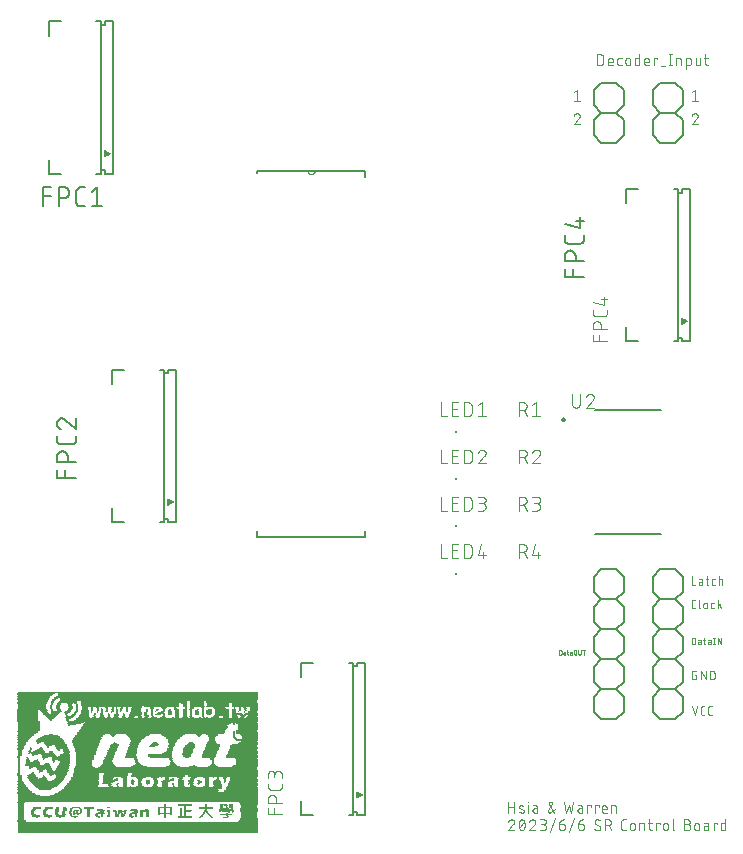
<source format=gbr>
G04 EAGLE Gerber RS-274X export*
G75*
%MOMM*%
%FSLAX34Y34*%
%LPD*%
%INSilkscreen Top*%
%IPPOS*%
%AMOC8*
5,1,8,0,0,1.08239X$1,22.5*%
G01*
%ADD10C,0.152400*%
%ADD11C,0.076200*%
%ADD12C,0.050800*%
%ADD13C,0.025400*%
%ADD14R,0.200000X0.200000*%
%ADD15C,0.101600*%
%ADD16C,0.000000*%
%ADD17C,0.200000*%
%ADD18C,0.127000*%
%ADD19C,0.203200*%
%ADD20R,20.320000X0.050800*%
%ADD21R,0.762000X0.050800*%
%ADD22R,1.727200X0.050800*%
%ADD23R,0.660400X0.050800*%
%ADD24R,1.574800X0.050800*%
%ADD25R,0.609600X0.050800*%
%ADD26R,1.524000X0.050800*%
%ADD27R,0.558800X0.050800*%
%ADD28R,1.473200X0.050800*%
%ADD29R,0.508000X0.050800*%
%ADD30R,0.101600X0.050800*%
%ADD31R,0.050800X0.050800*%
%ADD32R,0.304800X0.050800*%
%ADD33R,1.422400X0.050800*%
%ADD34R,0.203200X0.050800*%
%ADD35R,0.152400X0.050800*%
%ADD36R,1.219200X0.050800*%
%ADD37R,0.254000X0.050800*%
%ADD38R,0.355600X0.050800*%
%ADD39R,0.711200X0.050800*%
%ADD40R,1.066800X0.050800*%
%ADD41R,0.406400X0.050800*%
%ADD42R,1.117600X0.050800*%
%ADD43R,0.457200X0.050800*%
%ADD44R,1.168400X0.050800*%
%ADD45R,0.812800X0.050800*%
%ADD46R,1.625600X0.050800*%
%ADD47R,1.930400X0.050800*%
%ADD48R,17.627600X0.050800*%
%ADD49R,17.424400X0.050800*%
%ADD50R,17.272000X0.050800*%
%ADD51R,17.170400X0.050800*%
%ADD52R,1.371600X0.050800*%
%ADD53R,17.068800X0.050800*%
%ADD54R,1.270000X0.050800*%
%ADD55R,16.967200X0.050800*%
%ADD56R,13.665200X0.050800*%
%ADD57R,2.946400X0.050800*%
%ADD58R,13.462000X0.050800*%
%ADD59R,2.844800X0.050800*%
%ADD60R,13.411200X0.050800*%
%ADD61R,2.794000X0.050800*%
%ADD62R,1.016000X0.050800*%
%ADD63R,13.360400X0.050800*%
%ADD64R,2.743200X0.050800*%
%ADD65R,0.965200X0.050800*%
%ADD66R,13.258800X0.050800*%
%ADD67R,2.692400X0.050800*%
%ADD68R,0.914400X0.050800*%
%ADD69R,13.157200X0.050800*%
%ADD70R,0.863600X0.050800*%
%ADD71R,2.641600X0.050800*%
%ADD72R,4.165600X0.050800*%
%ADD73R,1.676400X0.050800*%
%ADD74R,1.778000X0.050800*%
%ADD75R,2.590800X0.050800*%
%ADD76R,1.879600X0.050800*%
%ADD77R,1.981200X0.050800*%
%ADD78R,2.540000X0.050800*%
%ADD79R,2.082800X0.050800*%
%ADD80R,2.184400X0.050800*%
%ADD81R,2.489200X0.050800*%
%ADD82R,2.336800X0.050800*%
%ADD83R,2.438400X0.050800*%
%ADD84R,2.387600X0.050800*%
%ADD85R,2.286000X0.050800*%
%ADD86R,2.235200X0.050800*%
%ADD87R,4.521200X0.050800*%
%ADD88R,5.892800X0.050800*%
%ADD89R,2.032000X0.050800*%
%ADD90R,4.622800X0.050800*%
%ADD91R,10.668000X0.050800*%
%ADD92R,2.133600X0.050800*%
%ADD93R,15.595600X0.050800*%
%ADD94R,15.544800X0.050800*%
%ADD95R,15.494000X0.050800*%
%ADD96R,1.320800X0.050800*%
%ADD97R,1.828800X0.050800*%
%ADD98R,12.395200X0.050800*%
%ADD99R,12.446000X0.050800*%
%ADD100R,12.344400X0.050800*%
%ADD101R,12.293600X0.050800*%
%ADD102R,12.242800X0.050800*%
%ADD103R,14.630400X0.050800*%
%ADD104R,16.103600X0.050800*%
%ADD105R,15.443200X0.050800*%
%ADD106R,15.392400X0.050800*%
%ADD107R,15.341600X0.050800*%
%ADD108R,15.240000X0.050800*%
%ADD109R,5.080000X0.050800*%
%ADD110R,8.280400X0.050800*%
%ADD111R,8.991600X0.050800*%
%ADD112R,4.318000X0.050800*%
%ADD113R,9.042400X0.050800*%
%ADD114R,9.144000X0.050800*%
%ADD115R,16.662400X0.050800*%
%ADD116R,16.713200X0.050800*%
%ADD117R,16.764000X0.050800*%
%ADD118R,17.221200X0.050800*%
%ADD119R,16.916400X0.050800*%
%ADD120R,2.895600X0.050800*%
%ADD121R,16.865600X0.050800*%
%ADD122R,2.997200X0.050800*%
%ADD123R,3.048000X0.050800*%
%ADD124R,3.149600X0.050800*%

G36*
X73525Y572494D02*
X73525Y572494D01*
X73533Y572494D01*
X73584Y572509D01*
X73791Y572563D01*
X73824Y572583D01*
X73854Y572592D01*
X77854Y574592D01*
X77936Y574649D01*
X78023Y574698D01*
X78053Y574729D01*
X78088Y574753D01*
X78151Y574831D01*
X78221Y574902D01*
X78241Y574940D01*
X78268Y574973D01*
X78307Y575065D01*
X78354Y575153D01*
X78363Y575195D01*
X78380Y575235D01*
X78392Y575334D01*
X78413Y575431D01*
X78410Y575474D01*
X78415Y575517D01*
X78400Y575615D01*
X78392Y575715D01*
X78377Y575755D01*
X78371Y575798D01*
X78328Y575888D01*
X78294Y575981D01*
X78268Y576016D01*
X78250Y576055D01*
X78184Y576130D01*
X78125Y576210D01*
X78094Y576233D01*
X78063Y576269D01*
X77930Y576354D01*
X77923Y576361D01*
X77909Y576368D01*
X77854Y576408D01*
X73854Y578408D01*
X73846Y578411D01*
X73839Y578416D01*
X73711Y578456D01*
X73584Y578498D01*
X73576Y578499D01*
X73568Y578501D01*
X73433Y578505D01*
X73300Y578510D01*
X73292Y578508D01*
X73284Y578509D01*
X73154Y578475D01*
X73024Y578443D01*
X73017Y578439D01*
X73009Y578437D01*
X72894Y578369D01*
X72777Y578302D01*
X72772Y578296D01*
X72764Y578292D01*
X72672Y578194D01*
X72580Y578098D01*
X72576Y578090D01*
X72570Y578084D01*
X72509Y577965D01*
X72446Y577847D01*
X72444Y577839D01*
X72440Y577831D01*
X72432Y577779D01*
X72387Y577569D01*
X72390Y577531D01*
X72385Y577500D01*
X72385Y573500D01*
X72386Y573492D01*
X72385Y573483D01*
X72406Y573351D01*
X72425Y573219D01*
X72428Y573211D01*
X72429Y573202D01*
X72486Y573081D01*
X72541Y572959D01*
X72546Y572953D01*
X72550Y572945D01*
X72638Y572844D01*
X72725Y572742D01*
X72732Y572737D01*
X72737Y572731D01*
X72850Y572659D01*
X72961Y572585D01*
X72969Y572582D01*
X72976Y572577D01*
X73105Y572539D01*
X73232Y572499D01*
X73241Y572499D01*
X73249Y572496D01*
X73383Y572495D01*
X73516Y572491D01*
X73525Y572494D01*
G37*
G36*
X562125Y430494D02*
X562125Y430494D01*
X562133Y430494D01*
X562184Y430509D01*
X562391Y430563D01*
X562424Y430583D01*
X562454Y430592D01*
X566454Y432592D01*
X566536Y432649D01*
X566623Y432698D01*
X566653Y432729D01*
X566688Y432753D01*
X566751Y432831D01*
X566821Y432902D01*
X566841Y432940D01*
X566868Y432973D01*
X566907Y433065D01*
X566954Y433153D01*
X566963Y433195D01*
X566980Y433235D01*
X566992Y433334D01*
X567013Y433431D01*
X567010Y433474D01*
X567015Y433517D01*
X567000Y433615D01*
X566992Y433715D01*
X566977Y433755D01*
X566971Y433798D01*
X566928Y433888D01*
X566894Y433981D01*
X566868Y434016D01*
X566850Y434055D01*
X566784Y434130D01*
X566725Y434210D01*
X566694Y434233D01*
X566663Y434269D01*
X566530Y434354D01*
X566523Y434361D01*
X566509Y434368D01*
X566454Y434408D01*
X562454Y436408D01*
X562446Y436411D01*
X562439Y436416D01*
X562311Y436456D01*
X562184Y436498D01*
X562176Y436499D01*
X562168Y436501D01*
X562033Y436505D01*
X561900Y436510D01*
X561892Y436508D01*
X561884Y436509D01*
X561754Y436475D01*
X561624Y436443D01*
X561617Y436439D01*
X561609Y436437D01*
X561494Y436369D01*
X561377Y436302D01*
X561372Y436296D01*
X561364Y436292D01*
X561272Y436194D01*
X561180Y436098D01*
X561176Y436090D01*
X561170Y436084D01*
X561109Y435965D01*
X561046Y435847D01*
X561044Y435839D01*
X561040Y435831D01*
X561032Y435779D01*
X560987Y435569D01*
X560990Y435531D01*
X560985Y435500D01*
X560985Y431500D01*
X560986Y431492D01*
X560985Y431483D01*
X561006Y431351D01*
X561025Y431219D01*
X561028Y431211D01*
X561029Y431202D01*
X561086Y431081D01*
X561141Y430959D01*
X561146Y430953D01*
X561150Y430945D01*
X561238Y430844D01*
X561325Y430742D01*
X561332Y430737D01*
X561337Y430731D01*
X561450Y430659D01*
X561561Y430585D01*
X561569Y430582D01*
X561576Y430577D01*
X561705Y430539D01*
X561832Y430499D01*
X561841Y430499D01*
X561849Y430496D01*
X561983Y430495D01*
X562116Y430491D01*
X562125Y430494D01*
G37*
G36*
X127125Y277494D02*
X127125Y277494D01*
X127133Y277494D01*
X127184Y277509D01*
X127391Y277563D01*
X127424Y277583D01*
X127454Y277592D01*
X131454Y279592D01*
X131536Y279649D01*
X131623Y279698D01*
X131653Y279729D01*
X131688Y279753D01*
X131751Y279831D01*
X131821Y279902D01*
X131841Y279940D01*
X131868Y279973D01*
X131907Y280065D01*
X131954Y280153D01*
X131963Y280195D01*
X131980Y280235D01*
X131992Y280334D01*
X132013Y280431D01*
X132010Y280474D01*
X132015Y280517D01*
X132000Y280615D01*
X131992Y280715D01*
X131977Y280755D01*
X131971Y280798D01*
X131928Y280888D01*
X131894Y280981D01*
X131868Y281016D01*
X131850Y281055D01*
X131784Y281130D01*
X131725Y281210D01*
X131694Y281233D01*
X131663Y281269D01*
X131530Y281354D01*
X131523Y281361D01*
X131509Y281368D01*
X131454Y281408D01*
X127454Y283408D01*
X127446Y283411D01*
X127439Y283416D01*
X127311Y283456D01*
X127184Y283498D01*
X127176Y283499D01*
X127168Y283501D01*
X127033Y283505D01*
X126900Y283510D01*
X126892Y283508D01*
X126884Y283509D01*
X126754Y283475D01*
X126624Y283443D01*
X126617Y283439D01*
X126609Y283437D01*
X126494Y283369D01*
X126377Y283302D01*
X126372Y283296D01*
X126364Y283292D01*
X126272Y283194D01*
X126180Y283098D01*
X126176Y283090D01*
X126170Y283084D01*
X126109Y282965D01*
X126046Y282847D01*
X126044Y282839D01*
X126040Y282831D01*
X126032Y282779D01*
X125987Y282569D01*
X125990Y282531D01*
X125985Y282500D01*
X125985Y278500D01*
X125986Y278492D01*
X125985Y278483D01*
X126006Y278351D01*
X126025Y278219D01*
X126028Y278211D01*
X126029Y278202D01*
X126086Y278081D01*
X126141Y277959D01*
X126146Y277953D01*
X126150Y277945D01*
X126238Y277844D01*
X126325Y277742D01*
X126332Y277737D01*
X126337Y277731D01*
X126450Y277659D01*
X126561Y277585D01*
X126569Y277582D01*
X126576Y277577D01*
X126705Y277539D01*
X126832Y277499D01*
X126841Y277499D01*
X126849Y277496D01*
X126983Y277495D01*
X127116Y277491D01*
X127125Y277494D01*
G37*
G36*
X287125Y29494D02*
X287125Y29494D01*
X287133Y29494D01*
X287184Y29509D01*
X287391Y29563D01*
X287424Y29583D01*
X287454Y29592D01*
X291454Y31592D01*
X291536Y31649D01*
X291623Y31698D01*
X291653Y31729D01*
X291688Y31753D01*
X291751Y31831D01*
X291821Y31902D01*
X291841Y31940D01*
X291868Y31973D01*
X291907Y32065D01*
X291954Y32153D01*
X291963Y32195D01*
X291980Y32235D01*
X291992Y32334D01*
X292013Y32431D01*
X292010Y32474D01*
X292015Y32517D01*
X292000Y32615D01*
X291992Y32715D01*
X291977Y32755D01*
X291971Y32798D01*
X291928Y32888D01*
X291894Y32981D01*
X291868Y33016D01*
X291850Y33055D01*
X291784Y33130D01*
X291725Y33210D01*
X291694Y33233D01*
X291663Y33269D01*
X291530Y33354D01*
X291523Y33361D01*
X291509Y33368D01*
X291454Y33408D01*
X287454Y35408D01*
X287446Y35411D01*
X287439Y35416D01*
X287311Y35456D01*
X287184Y35498D01*
X287176Y35499D01*
X287168Y35501D01*
X287033Y35505D01*
X286900Y35510D01*
X286892Y35508D01*
X286884Y35509D01*
X286754Y35475D01*
X286624Y35443D01*
X286617Y35439D01*
X286609Y35437D01*
X286494Y35369D01*
X286377Y35302D01*
X286372Y35296D01*
X286364Y35292D01*
X286272Y35194D01*
X286180Y35098D01*
X286176Y35090D01*
X286170Y35084D01*
X286109Y34965D01*
X286046Y34847D01*
X286044Y34839D01*
X286040Y34831D01*
X286032Y34779D01*
X285987Y34569D01*
X285990Y34531D01*
X285985Y34500D01*
X285985Y30500D01*
X285986Y30492D01*
X285985Y30483D01*
X286006Y30351D01*
X286025Y30219D01*
X286028Y30211D01*
X286029Y30202D01*
X286086Y30081D01*
X286141Y29959D01*
X286146Y29953D01*
X286150Y29945D01*
X286238Y29844D01*
X286325Y29742D01*
X286332Y29737D01*
X286337Y29731D01*
X286450Y29659D01*
X286561Y29585D01*
X286569Y29582D01*
X286576Y29577D01*
X286705Y29539D01*
X286832Y29499D01*
X286841Y29499D01*
X286849Y29496D01*
X286983Y29495D01*
X287116Y29491D01*
X287125Y29494D01*
G37*
D10*
X20762Y530762D02*
X20762Y547018D01*
X27987Y547018D01*
X27987Y539793D02*
X20762Y539793D01*
X34490Y547018D02*
X34490Y530762D01*
X34490Y547018D02*
X39006Y547018D01*
X39139Y547016D01*
X39271Y547010D01*
X39403Y547000D01*
X39535Y546987D01*
X39667Y546969D01*
X39797Y546948D01*
X39928Y546923D01*
X40057Y546894D01*
X40185Y546861D01*
X40313Y546825D01*
X40439Y546785D01*
X40564Y546741D01*
X40688Y546693D01*
X40810Y546642D01*
X40931Y546587D01*
X41050Y546529D01*
X41168Y546467D01*
X41283Y546402D01*
X41397Y546333D01*
X41508Y546262D01*
X41617Y546186D01*
X41724Y546108D01*
X41829Y546027D01*
X41931Y545942D01*
X42031Y545855D01*
X42128Y545765D01*
X42223Y545672D01*
X42314Y545576D01*
X42403Y545478D01*
X42489Y545377D01*
X42572Y545273D01*
X42652Y545167D01*
X42728Y545059D01*
X42802Y544949D01*
X42872Y544836D01*
X42939Y544722D01*
X43002Y544605D01*
X43062Y544487D01*
X43119Y544367D01*
X43172Y544245D01*
X43221Y544122D01*
X43267Y543998D01*
X43309Y543872D01*
X43347Y543745D01*
X43382Y543617D01*
X43413Y543488D01*
X43440Y543359D01*
X43463Y543228D01*
X43483Y543097D01*
X43498Y542965D01*
X43510Y542833D01*
X43518Y542701D01*
X43522Y542568D01*
X43522Y542436D01*
X43518Y542303D01*
X43510Y542171D01*
X43498Y542039D01*
X43483Y541907D01*
X43463Y541776D01*
X43440Y541645D01*
X43413Y541516D01*
X43382Y541387D01*
X43347Y541259D01*
X43309Y541132D01*
X43267Y541006D01*
X43221Y540882D01*
X43172Y540759D01*
X43119Y540637D01*
X43062Y540517D01*
X43002Y540399D01*
X42939Y540282D01*
X42872Y540168D01*
X42802Y540055D01*
X42728Y539945D01*
X42652Y539837D01*
X42572Y539731D01*
X42489Y539627D01*
X42403Y539526D01*
X42314Y539428D01*
X42223Y539332D01*
X42128Y539239D01*
X42031Y539149D01*
X41931Y539062D01*
X41829Y538977D01*
X41724Y538896D01*
X41617Y538818D01*
X41508Y538742D01*
X41397Y538671D01*
X41283Y538602D01*
X41168Y538537D01*
X41050Y538475D01*
X40931Y538417D01*
X40810Y538362D01*
X40688Y538311D01*
X40564Y538263D01*
X40439Y538219D01*
X40313Y538179D01*
X40185Y538143D01*
X40057Y538110D01*
X39928Y538081D01*
X39797Y538056D01*
X39667Y538035D01*
X39535Y538017D01*
X39403Y538004D01*
X39271Y537994D01*
X39139Y537988D01*
X39006Y537986D01*
X39006Y537987D02*
X34490Y537987D01*
X52962Y530762D02*
X56575Y530762D01*
X52962Y530762D02*
X52844Y530764D01*
X52726Y530770D01*
X52608Y530779D01*
X52491Y530793D01*
X52374Y530810D01*
X52257Y530831D01*
X52142Y530856D01*
X52027Y530885D01*
X51913Y530918D01*
X51801Y530954D01*
X51690Y530994D01*
X51580Y531037D01*
X51471Y531084D01*
X51364Y531134D01*
X51259Y531189D01*
X51156Y531246D01*
X51055Y531307D01*
X50955Y531371D01*
X50858Y531438D01*
X50763Y531508D01*
X50671Y531582D01*
X50580Y531658D01*
X50493Y531738D01*
X50408Y531820D01*
X50326Y531905D01*
X50246Y531992D01*
X50170Y532083D01*
X50096Y532175D01*
X50026Y532270D01*
X49959Y532367D01*
X49895Y532467D01*
X49834Y532568D01*
X49777Y532671D01*
X49722Y532776D01*
X49672Y532883D01*
X49625Y532992D01*
X49582Y533102D01*
X49542Y533213D01*
X49506Y533325D01*
X49473Y533439D01*
X49444Y533554D01*
X49419Y533669D01*
X49398Y533786D01*
X49381Y533903D01*
X49367Y534020D01*
X49358Y534138D01*
X49352Y534256D01*
X49350Y534374D01*
X49350Y543406D01*
X49352Y543524D01*
X49358Y543642D01*
X49367Y543760D01*
X49381Y543877D01*
X49398Y543994D01*
X49419Y544111D01*
X49444Y544226D01*
X49473Y544341D01*
X49506Y544455D01*
X49542Y544567D01*
X49582Y544678D01*
X49625Y544788D01*
X49672Y544897D01*
X49722Y545004D01*
X49776Y545109D01*
X49834Y545212D01*
X49895Y545313D01*
X49959Y545413D01*
X50026Y545510D01*
X50096Y545605D01*
X50170Y545697D01*
X50246Y545788D01*
X50326Y545875D01*
X50408Y545960D01*
X50493Y546042D01*
X50580Y546122D01*
X50671Y546198D01*
X50763Y546272D01*
X50858Y546342D01*
X50955Y546409D01*
X51055Y546473D01*
X51156Y546534D01*
X51259Y546591D01*
X51364Y546645D01*
X51471Y546696D01*
X51580Y546743D01*
X51690Y546786D01*
X51801Y546826D01*
X51913Y546862D01*
X52027Y546895D01*
X52142Y546924D01*
X52257Y546949D01*
X52374Y546970D01*
X52491Y546987D01*
X52608Y547001D01*
X52726Y547010D01*
X52844Y547016D01*
X52962Y547018D01*
X56575Y547018D01*
X62415Y543406D02*
X66931Y547018D01*
X66931Y530762D01*
X62415Y530762D02*
X71447Y530762D01*
X49238Y300762D02*
X32982Y300762D01*
X32982Y307987D01*
X40207Y307987D02*
X40207Y300762D01*
X32982Y314490D02*
X49238Y314490D01*
X32982Y314490D02*
X32982Y319006D01*
X32984Y319139D01*
X32990Y319271D01*
X33000Y319403D01*
X33013Y319535D01*
X33031Y319667D01*
X33052Y319797D01*
X33077Y319928D01*
X33106Y320057D01*
X33139Y320185D01*
X33175Y320313D01*
X33215Y320439D01*
X33259Y320564D01*
X33307Y320688D01*
X33358Y320810D01*
X33413Y320931D01*
X33471Y321050D01*
X33533Y321168D01*
X33598Y321283D01*
X33667Y321397D01*
X33738Y321508D01*
X33814Y321617D01*
X33892Y321724D01*
X33973Y321829D01*
X34058Y321931D01*
X34145Y322031D01*
X34235Y322128D01*
X34328Y322223D01*
X34424Y322314D01*
X34522Y322403D01*
X34623Y322489D01*
X34727Y322572D01*
X34833Y322652D01*
X34941Y322728D01*
X35051Y322802D01*
X35164Y322872D01*
X35278Y322939D01*
X35395Y323002D01*
X35513Y323062D01*
X35633Y323119D01*
X35755Y323172D01*
X35878Y323221D01*
X36002Y323267D01*
X36128Y323309D01*
X36255Y323347D01*
X36383Y323382D01*
X36512Y323413D01*
X36641Y323440D01*
X36772Y323463D01*
X36903Y323483D01*
X37035Y323498D01*
X37167Y323510D01*
X37299Y323518D01*
X37432Y323522D01*
X37564Y323522D01*
X37697Y323518D01*
X37829Y323510D01*
X37961Y323498D01*
X38093Y323483D01*
X38224Y323463D01*
X38355Y323440D01*
X38484Y323413D01*
X38613Y323382D01*
X38741Y323347D01*
X38868Y323309D01*
X38994Y323267D01*
X39118Y323221D01*
X39241Y323172D01*
X39363Y323119D01*
X39483Y323062D01*
X39601Y323002D01*
X39718Y322939D01*
X39832Y322872D01*
X39945Y322802D01*
X40055Y322728D01*
X40163Y322652D01*
X40269Y322572D01*
X40373Y322489D01*
X40474Y322403D01*
X40572Y322314D01*
X40668Y322223D01*
X40761Y322128D01*
X40851Y322031D01*
X40938Y321931D01*
X41023Y321829D01*
X41104Y321724D01*
X41182Y321617D01*
X41258Y321508D01*
X41329Y321397D01*
X41398Y321283D01*
X41463Y321168D01*
X41525Y321050D01*
X41583Y320931D01*
X41638Y320810D01*
X41689Y320688D01*
X41737Y320564D01*
X41781Y320439D01*
X41821Y320313D01*
X41857Y320185D01*
X41890Y320057D01*
X41919Y319928D01*
X41944Y319797D01*
X41965Y319667D01*
X41983Y319535D01*
X41996Y319403D01*
X42006Y319271D01*
X42012Y319139D01*
X42014Y319006D01*
X42013Y319006D02*
X42013Y314490D01*
X49238Y332962D02*
X49238Y336575D01*
X49238Y332962D02*
X49236Y332844D01*
X49230Y332726D01*
X49221Y332608D01*
X49207Y332491D01*
X49190Y332374D01*
X49169Y332257D01*
X49144Y332142D01*
X49115Y332027D01*
X49082Y331913D01*
X49046Y331801D01*
X49006Y331690D01*
X48963Y331580D01*
X48916Y331471D01*
X48866Y331364D01*
X48811Y331259D01*
X48754Y331156D01*
X48693Y331055D01*
X48629Y330955D01*
X48562Y330858D01*
X48492Y330763D01*
X48418Y330671D01*
X48342Y330580D01*
X48262Y330493D01*
X48180Y330408D01*
X48095Y330326D01*
X48008Y330246D01*
X47917Y330170D01*
X47825Y330096D01*
X47730Y330026D01*
X47633Y329959D01*
X47533Y329895D01*
X47432Y329834D01*
X47329Y329777D01*
X47224Y329722D01*
X47117Y329672D01*
X47008Y329625D01*
X46898Y329582D01*
X46787Y329542D01*
X46675Y329506D01*
X46561Y329473D01*
X46446Y329444D01*
X46331Y329419D01*
X46214Y329398D01*
X46097Y329381D01*
X45980Y329367D01*
X45862Y329358D01*
X45744Y329352D01*
X45626Y329350D01*
X36594Y329350D01*
X36594Y329349D02*
X36476Y329351D01*
X36358Y329357D01*
X36240Y329366D01*
X36122Y329380D01*
X36005Y329397D01*
X35889Y329418D01*
X35774Y329443D01*
X35659Y329472D01*
X35545Y329505D01*
X35433Y329541D01*
X35321Y329581D01*
X35211Y329624D01*
X35103Y329671D01*
X34996Y329722D01*
X34891Y329776D01*
X34788Y329833D01*
X34686Y329894D01*
X34587Y329958D01*
X34490Y330025D01*
X34395Y330096D01*
X34302Y330169D01*
X34212Y330246D01*
X34124Y330325D01*
X34039Y330407D01*
X33957Y330492D01*
X33878Y330580D01*
X33801Y330670D01*
X33728Y330763D01*
X33657Y330857D01*
X33590Y330955D01*
X33526Y331054D01*
X33465Y331155D01*
X33408Y331259D01*
X33354Y331364D01*
X33303Y331471D01*
X33256Y331579D01*
X33213Y331689D01*
X33173Y331801D01*
X33137Y331913D01*
X33104Y332027D01*
X33075Y332142D01*
X33050Y332257D01*
X33029Y332373D01*
X33012Y332490D01*
X32998Y332608D01*
X32989Y332726D01*
X32983Y332844D01*
X32981Y332962D01*
X32982Y332962D02*
X32982Y336575D01*
X32982Y347383D02*
X32984Y347508D01*
X32990Y347633D01*
X32999Y347758D01*
X33013Y347882D01*
X33030Y348006D01*
X33051Y348130D01*
X33076Y348252D01*
X33105Y348374D01*
X33137Y348495D01*
X33173Y348615D01*
X33213Y348734D01*
X33256Y348851D01*
X33303Y348967D01*
X33354Y349082D01*
X33408Y349194D01*
X33466Y349306D01*
X33526Y349415D01*
X33591Y349522D01*
X33658Y349628D01*
X33729Y349731D01*
X33803Y349832D01*
X33880Y349931D01*
X33960Y350027D01*
X34043Y350121D01*
X34128Y350212D01*
X34217Y350301D01*
X34308Y350386D01*
X34402Y350469D01*
X34498Y350549D01*
X34597Y350626D01*
X34698Y350700D01*
X34801Y350771D01*
X34907Y350838D01*
X35014Y350903D01*
X35123Y350963D01*
X35235Y351021D01*
X35347Y351075D01*
X35462Y351126D01*
X35578Y351173D01*
X35695Y351216D01*
X35814Y351256D01*
X35934Y351292D01*
X36055Y351324D01*
X36177Y351353D01*
X36299Y351378D01*
X36423Y351399D01*
X36547Y351416D01*
X36671Y351430D01*
X36796Y351439D01*
X36921Y351445D01*
X37046Y351447D01*
X32982Y347383D02*
X32984Y347240D01*
X32990Y347098D01*
X33000Y346955D01*
X33013Y346813D01*
X33031Y346672D01*
X33052Y346530D01*
X33077Y346390D01*
X33106Y346250D01*
X33139Y346111D01*
X33176Y345973D01*
X33216Y345836D01*
X33260Y345701D01*
X33308Y345566D01*
X33360Y345433D01*
X33415Y345301D01*
X33474Y345171D01*
X33536Y345043D01*
X33602Y344916D01*
X33671Y344791D01*
X33743Y344668D01*
X33819Y344547D01*
X33898Y344429D01*
X33981Y344312D01*
X34066Y344198D01*
X34155Y344086D01*
X34246Y343977D01*
X34341Y343870D01*
X34438Y343765D01*
X34539Y343664D01*
X34642Y343565D01*
X34747Y343469D01*
X34856Y343376D01*
X34967Y343286D01*
X35080Y343199D01*
X35195Y343115D01*
X35313Y343035D01*
X35433Y342957D01*
X35555Y342883D01*
X35679Y342813D01*
X35805Y342745D01*
X35933Y342682D01*
X36062Y342621D01*
X36193Y342564D01*
X36325Y342511D01*
X36459Y342462D01*
X36594Y342416D01*
X40207Y350091D02*
X40115Y350185D01*
X40021Y350275D01*
X39924Y350363D01*
X39824Y350448D01*
X39722Y350530D01*
X39617Y350608D01*
X39510Y350684D01*
X39401Y350756D01*
X39290Y350825D01*
X39176Y350891D01*
X39061Y350953D01*
X38944Y351012D01*
X38825Y351067D01*
X38705Y351118D01*
X38583Y351166D01*
X38460Y351211D01*
X38336Y351251D01*
X38210Y351288D01*
X38083Y351321D01*
X37956Y351350D01*
X37827Y351376D01*
X37698Y351397D01*
X37568Y351415D01*
X37438Y351428D01*
X37308Y351438D01*
X37177Y351444D01*
X37046Y351446D01*
X40207Y350092D02*
X49238Y342415D01*
X49238Y351447D01*
X182982Y50762D02*
X199238Y50762D01*
X182982Y50762D02*
X182982Y57987D01*
X190207Y57987D02*
X190207Y50762D01*
X182982Y64490D02*
X199238Y64490D01*
X182982Y64490D02*
X182982Y69006D01*
X182984Y69139D01*
X182990Y69271D01*
X183000Y69403D01*
X183013Y69535D01*
X183031Y69667D01*
X183052Y69797D01*
X183077Y69928D01*
X183106Y70057D01*
X183139Y70185D01*
X183175Y70313D01*
X183215Y70439D01*
X183259Y70564D01*
X183307Y70688D01*
X183358Y70810D01*
X183413Y70931D01*
X183471Y71050D01*
X183533Y71168D01*
X183598Y71283D01*
X183667Y71397D01*
X183738Y71508D01*
X183814Y71617D01*
X183892Y71724D01*
X183973Y71829D01*
X184058Y71931D01*
X184145Y72031D01*
X184235Y72128D01*
X184328Y72223D01*
X184424Y72314D01*
X184522Y72403D01*
X184623Y72489D01*
X184727Y72572D01*
X184833Y72652D01*
X184941Y72728D01*
X185051Y72802D01*
X185164Y72872D01*
X185278Y72939D01*
X185395Y73002D01*
X185513Y73062D01*
X185633Y73119D01*
X185755Y73172D01*
X185878Y73221D01*
X186002Y73267D01*
X186128Y73309D01*
X186255Y73347D01*
X186383Y73382D01*
X186512Y73413D01*
X186641Y73440D01*
X186772Y73463D01*
X186903Y73483D01*
X187035Y73498D01*
X187167Y73510D01*
X187299Y73518D01*
X187432Y73522D01*
X187564Y73522D01*
X187697Y73518D01*
X187829Y73510D01*
X187961Y73498D01*
X188093Y73483D01*
X188224Y73463D01*
X188355Y73440D01*
X188484Y73413D01*
X188613Y73382D01*
X188741Y73347D01*
X188868Y73309D01*
X188994Y73267D01*
X189118Y73221D01*
X189241Y73172D01*
X189363Y73119D01*
X189483Y73062D01*
X189601Y73002D01*
X189718Y72939D01*
X189832Y72872D01*
X189945Y72802D01*
X190055Y72728D01*
X190163Y72652D01*
X190269Y72572D01*
X190373Y72489D01*
X190474Y72403D01*
X190572Y72314D01*
X190668Y72223D01*
X190761Y72128D01*
X190851Y72031D01*
X190938Y71931D01*
X191023Y71829D01*
X191104Y71724D01*
X191182Y71617D01*
X191258Y71508D01*
X191329Y71397D01*
X191398Y71283D01*
X191463Y71168D01*
X191525Y71050D01*
X191583Y70931D01*
X191638Y70810D01*
X191689Y70688D01*
X191737Y70564D01*
X191781Y70439D01*
X191821Y70313D01*
X191857Y70185D01*
X191890Y70057D01*
X191919Y69928D01*
X191944Y69797D01*
X191965Y69667D01*
X191983Y69535D01*
X191996Y69403D01*
X192006Y69271D01*
X192012Y69139D01*
X192014Y69006D01*
X192013Y69006D02*
X192013Y64490D01*
X199238Y82962D02*
X199238Y86575D01*
X199238Y82962D02*
X199236Y82844D01*
X199230Y82726D01*
X199221Y82608D01*
X199207Y82491D01*
X199190Y82374D01*
X199169Y82257D01*
X199144Y82142D01*
X199115Y82027D01*
X199082Y81913D01*
X199046Y81801D01*
X199006Y81690D01*
X198963Y81580D01*
X198916Y81471D01*
X198866Y81364D01*
X198811Y81259D01*
X198754Y81156D01*
X198693Y81055D01*
X198629Y80955D01*
X198562Y80858D01*
X198492Y80763D01*
X198418Y80671D01*
X198342Y80580D01*
X198262Y80493D01*
X198180Y80408D01*
X198095Y80326D01*
X198008Y80246D01*
X197917Y80170D01*
X197825Y80096D01*
X197730Y80026D01*
X197633Y79959D01*
X197533Y79895D01*
X197432Y79834D01*
X197329Y79777D01*
X197224Y79722D01*
X197117Y79672D01*
X197008Y79625D01*
X196898Y79582D01*
X196787Y79542D01*
X196675Y79506D01*
X196561Y79473D01*
X196446Y79444D01*
X196331Y79419D01*
X196214Y79398D01*
X196097Y79381D01*
X195980Y79367D01*
X195862Y79358D01*
X195744Y79352D01*
X195626Y79350D01*
X186594Y79350D01*
X186594Y79349D02*
X186476Y79351D01*
X186358Y79357D01*
X186240Y79366D01*
X186122Y79380D01*
X186005Y79397D01*
X185889Y79418D01*
X185774Y79443D01*
X185659Y79472D01*
X185545Y79505D01*
X185433Y79541D01*
X185321Y79581D01*
X185211Y79624D01*
X185103Y79671D01*
X184996Y79722D01*
X184891Y79776D01*
X184788Y79833D01*
X184686Y79894D01*
X184587Y79958D01*
X184490Y80025D01*
X184395Y80096D01*
X184302Y80169D01*
X184212Y80246D01*
X184124Y80325D01*
X184039Y80407D01*
X183957Y80492D01*
X183878Y80580D01*
X183801Y80670D01*
X183728Y80763D01*
X183657Y80857D01*
X183590Y80955D01*
X183526Y81054D01*
X183465Y81155D01*
X183408Y81259D01*
X183354Y81364D01*
X183303Y81471D01*
X183256Y81579D01*
X183213Y81689D01*
X183173Y81801D01*
X183137Y81913D01*
X183104Y82027D01*
X183075Y82142D01*
X183050Y82257D01*
X183029Y82373D01*
X183012Y82490D01*
X182998Y82608D01*
X182989Y82726D01*
X182983Y82844D01*
X182981Y82962D01*
X182982Y82962D02*
X182982Y86575D01*
X199238Y92415D02*
X199238Y96931D01*
X199236Y97064D01*
X199230Y97196D01*
X199220Y97328D01*
X199207Y97460D01*
X199189Y97592D01*
X199168Y97722D01*
X199143Y97853D01*
X199114Y97982D01*
X199081Y98110D01*
X199045Y98238D01*
X199005Y98364D01*
X198961Y98489D01*
X198913Y98613D01*
X198862Y98735D01*
X198807Y98856D01*
X198749Y98975D01*
X198687Y99093D01*
X198622Y99208D01*
X198553Y99322D01*
X198482Y99433D01*
X198406Y99542D01*
X198328Y99649D01*
X198247Y99754D01*
X198162Y99856D01*
X198075Y99956D01*
X197985Y100053D01*
X197892Y100148D01*
X197796Y100239D01*
X197698Y100328D01*
X197597Y100414D01*
X197493Y100497D01*
X197387Y100577D01*
X197279Y100653D01*
X197169Y100727D01*
X197056Y100797D01*
X196942Y100864D01*
X196825Y100927D01*
X196707Y100987D01*
X196587Y101044D01*
X196465Y101097D01*
X196342Y101146D01*
X196218Y101192D01*
X196092Y101234D01*
X195965Y101272D01*
X195837Y101307D01*
X195708Y101338D01*
X195579Y101365D01*
X195448Y101388D01*
X195317Y101408D01*
X195185Y101423D01*
X195053Y101435D01*
X194921Y101443D01*
X194788Y101447D01*
X194656Y101447D01*
X194523Y101443D01*
X194391Y101435D01*
X194259Y101423D01*
X194127Y101408D01*
X193996Y101388D01*
X193865Y101365D01*
X193736Y101338D01*
X193607Y101307D01*
X193479Y101272D01*
X193352Y101234D01*
X193226Y101192D01*
X193102Y101146D01*
X192979Y101097D01*
X192857Y101044D01*
X192737Y100987D01*
X192619Y100927D01*
X192502Y100864D01*
X192388Y100797D01*
X192275Y100727D01*
X192165Y100653D01*
X192057Y100577D01*
X191951Y100497D01*
X191847Y100414D01*
X191746Y100328D01*
X191648Y100239D01*
X191552Y100148D01*
X191459Y100053D01*
X191369Y99956D01*
X191282Y99856D01*
X191197Y99754D01*
X191116Y99649D01*
X191038Y99542D01*
X190962Y99433D01*
X190891Y99322D01*
X190822Y99208D01*
X190757Y99093D01*
X190695Y98975D01*
X190637Y98856D01*
X190582Y98735D01*
X190531Y98613D01*
X190483Y98489D01*
X190439Y98364D01*
X190399Y98238D01*
X190363Y98110D01*
X190330Y97982D01*
X190301Y97853D01*
X190276Y97722D01*
X190255Y97592D01*
X190237Y97460D01*
X190224Y97328D01*
X190214Y97196D01*
X190208Y97064D01*
X190206Y96931D01*
X182982Y97834D02*
X182982Y92415D01*
X182982Y97834D02*
X182984Y97953D01*
X182990Y98073D01*
X183000Y98192D01*
X183014Y98310D01*
X183031Y98429D01*
X183053Y98546D01*
X183078Y98663D01*
X183108Y98778D01*
X183141Y98893D01*
X183178Y99007D01*
X183218Y99119D01*
X183263Y99230D01*
X183311Y99339D01*
X183362Y99447D01*
X183417Y99553D01*
X183476Y99657D01*
X183538Y99759D01*
X183603Y99859D01*
X183672Y99957D01*
X183744Y100053D01*
X183819Y100146D01*
X183896Y100236D01*
X183977Y100324D01*
X184061Y100409D01*
X184148Y100491D01*
X184237Y100571D01*
X184329Y100647D01*
X184423Y100721D01*
X184520Y100791D01*
X184618Y100858D01*
X184719Y100922D01*
X184823Y100982D01*
X184928Y101039D01*
X185035Y101092D01*
X185143Y101142D01*
X185253Y101188D01*
X185365Y101230D01*
X185478Y101269D01*
X185592Y101304D01*
X185707Y101335D01*
X185824Y101363D01*
X185941Y101386D01*
X186058Y101406D01*
X186177Y101422D01*
X186296Y101434D01*
X186415Y101442D01*
X186534Y101446D01*
X186654Y101446D01*
X186773Y101442D01*
X186892Y101434D01*
X187011Y101422D01*
X187130Y101406D01*
X187247Y101386D01*
X187364Y101363D01*
X187481Y101335D01*
X187596Y101304D01*
X187710Y101269D01*
X187823Y101230D01*
X187935Y101188D01*
X188045Y101142D01*
X188153Y101092D01*
X188260Y101039D01*
X188365Y100982D01*
X188469Y100922D01*
X188570Y100858D01*
X188668Y100791D01*
X188765Y100721D01*
X188859Y100647D01*
X188951Y100571D01*
X189040Y100491D01*
X189127Y100409D01*
X189211Y100324D01*
X189292Y100236D01*
X189369Y100146D01*
X189444Y100053D01*
X189516Y99957D01*
X189585Y99859D01*
X189650Y99759D01*
X189712Y99657D01*
X189771Y99553D01*
X189826Y99447D01*
X189877Y99339D01*
X189925Y99230D01*
X189970Y99119D01*
X190010Y99007D01*
X190047Y98893D01*
X190080Y98778D01*
X190110Y98663D01*
X190135Y98546D01*
X190157Y98429D01*
X190174Y98310D01*
X190188Y98192D01*
X190198Y98073D01*
X190204Y97953D01*
X190206Y97834D01*
X190207Y97834D02*
X190207Y94222D01*
X462982Y470762D02*
X479238Y470762D01*
X462982Y470762D02*
X462982Y477987D01*
X470207Y477987D02*
X470207Y470762D01*
X462982Y484490D02*
X479238Y484490D01*
X462982Y484490D02*
X462982Y489006D01*
X462984Y489139D01*
X462990Y489271D01*
X463000Y489403D01*
X463013Y489535D01*
X463031Y489667D01*
X463052Y489797D01*
X463077Y489928D01*
X463106Y490057D01*
X463139Y490185D01*
X463175Y490313D01*
X463215Y490439D01*
X463259Y490564D01*
X463307Y490688D01*
X463358Y490810D01*
X463413Y490931D01*
X463471Y491050D01*
X463533Y491168D01*
X463598Y491283D01*
X463667Y491397D01*
X463738Y491508D01*
X463814Y491617D01*
X463892Y491724D01*
X463973Y491829D01*
X464058Y491931D01*
X464145Y492031D01*
X464235Y492128D01*
X464328Y492223D01*
X464424Y492314D01*
X464522Y492403D01*
X464623Y492489D01*
X464727Y492572D01*
X464833Y492652D01*
X464941Y492728D01*
X465051Y492802D01*
X465164Y492872D01*
X465278Y492939D01*
X465395Y493002D01*
X465513Y493062D01*
X465633Y493119D01*
X465755Y493172D01*
X465878Y493221D01*
X466002Y493267D01*
X466128Y493309D01*
X466255Y493347D01*
X466383Y493382D01*
X466512Y493413D01*
X466641Y493440D01*
X466772Y493463D01*
X466903Y493483D01*
X467035Y493498D01*
X467167Y493510D01*
X467299Y493518D01*
X467432Y493522D01*
X467564Y493522D01*
X467697Y493518D01*
X467829Y493510D01*
X467961Y493498D01*
X468093Y493483D01*
X468224Y493463D01*
X468355Y493440D01*
X468484Y493413D01*
X468613Y493382D01*
X468741Y493347D01*
X468868Y493309D01*
X468994Y493267D01*
X469118Y493221D01*
X469241Y493172D01*
X469363Y493119D01*
X469483Y493062D01*
X469601Y493002D01*
X469718Y492939D01*
X469832Y492872D01*
X469945Y492802D01*
X470055Y492728D01*
X470163Y492652D01*
X470269Y492572D01*
X470373Y492489D01*
X470474Y492403D01*
X470572Y492314D01*
X470668Y492223D01*
X470761Y492128D01*
X470851Y492031D01*
X470938Y491931D01*
X471023Y491829D01*
X471104Y491724D01*
X471182Y491617D01*
X471258Y491508D01*
X471329Y491397D01*
X471398Y491283D01*
X471463Y491168D01*
X471525Y491050D01*
X471583Y490931D01*
X471638Y490810D01*
X471689Y490688D01*
X471737Y490564D01*
X471781Y490439D01*
X471821Y490313D01*
X471857Y490185D01*
X471890Y490057D01*
X471919Y489928D01*
X471944Y489797D01*
X471965Y489667D01*
X471983Y489535D01*
X471996Y489403D01*
X472006Y489271D01*
X472012Y489139D01*
X472014Y489006D01*
X472013Y489006D02*
X472013Y484490D01*
X479238Y502962D02*
X479238Y506575D01*
X479238Y502962D02*
X479236Y502844D01*
X479230Y502726D01*
X479221Y502608D01*
X479207Y502491D01*
X479190Y502374D01*
X479169Y502257D01*
X479144Y502142D01*
X479115Y502027D01*
X479082Y501913D01*
X479046Y501801D01*
X479006Y501690D01*
X478963Y501580D01*
X478916Y501471D01*
X478866Y501364D01*
X478811Y501259D01*
X478754Y501156D01*
X478693Y501055D01*
X478629Y500955D01*
X478562Y500858D01*
X478492Y500763D01*
X478418Y500671D01*
X478342Y500580D01*
X478262Y500493D01*
X478180Y500408D01*
X478095Y500326D01*
X478008Y500246D01*
X477917Y500170D01*
X477825Y500096D01*
X477730Y500026D01*
X477633Y499959D01*
X477533Y499895D01*
X477432Y499834D01*
X477329Y499777D01*
X477224Y499722D01*
X477117Y499672D01*
X477008Y499625D01*
X476898Y499582D01*
X476787Y499542D01*
X476675Y499506D01*
X476561Y499473D01*
X476446Y499444D01*
X476331Y499419D01*
X476214Y499398D01*
X476097Y499381D01*
X475980Y499367D01*
X475862Y499358D01*
X475744Y499352D01*
X475626Y499350D01*
X466594Y499350D01*
X466594Y499349D02*
X466476Y499351D01*
X466358Y499357D01*
X466240Y499366D01*
X466122Y499380D01*
X466005Y499397D01*
X465889Y499418D01*
X465774Y499443D01*
X465659Y499472D01*
X465545Y499505D01*
X465433Y499541D01*
X465321Y499581D01*
X465211Y499624D01*
X465103Y499671D01*
X464996Y499722D01*
X464891Y499776D01*
X464788Y499833D01*
X464686Y499894D01*
X464587Y499958D01*
X464490Y500025D01*
X464395Y500096D01*
X464302Y500169D01*
X464212Y500246D01*
X464124Y500325D01*
X464039Y500407D01*
X463957Y500492D01*
X463878Y500580D01*
X463801Y500670D01*
X463728Y500763D01*
X463657Y500857D01*
X463590Y500955D01*
X463526Y501054D01*
X463465Y501155D01*
X463408Y501259D01*
X463354Y501364D01*
X463303Y501471D01*
X463256Y501579D01*
X463213Y501689D01*
X463173Y501801D01*
X463137Y501913D01*
X463104Y502027D01*
X463075Y502142D01*
X463050Y502257D01*
X463029Y502373D01*
X463012Y502490D01*
X462998Y502608D01*
X462989Y502726D01*
X462983Y502844D01*
X462981Y502962D01*
X462982Y502962D02*
X462982Y506575D01*
X462982Y516028D02*
X475626Y512415D01*
X475626Y521447D01*
X479238Y518737D02*
X472013Y518737D01*
D11*
X490381Y650381D02*
X490381Y659619D01*
X492947Y659619D01*
X493045Y659617D01*
X493143Y659611D01*
X493241Y659602D01*
X493339Y659589D01*
X493436Y659572D01*
X493532Y659552D01*
X493627Y659527D01*
X493721Y659499D01*
X493814Y659468D01*
X493906Y659433D01*
X493997Y659394D01*
X494086Y659353D01*
X494173Y659307D01*
X494258Y659259D01*
X494342Y659207D01*
X494423Y659152D01*
X494503Y659094D01*
X494580Y659033D01*
X494654Y658969D01*
X494726Y658902D01*
X494796Y658832D01*
X494863Y658760D01*
X494927Y658686D01*
X494988Y658609D01*
X495046Y658529D01*
X495101Y658448D01*
X495153Y658364D01*
X495201Y658279D01*
X495247Y658192D01*
X495288Y658103D01*
X495327Y658012D01*
X495362Y657920D01*
X495393Y657827D01*
X495421Y657733D01*
X495446Y657638D01*
X495466Y657542D01*
X495483Y657445D01*
X495496Y657347D01*
X495505Y657249D01*
X495511Y657151D01*
X495513Y657053D01*
X495513Y652947D01*
X495511Y652849D01*
X495505Y652751D01*
X495496Y652653D01*
X495483Y652555D01*
X495466Y652458D01*
X495446Y652362D01*
X495421Y652267D01*
X495393Y652173D01*
X495362Y652080D01*
X495327Y651988D01*
X495288Y651897D01*
X495247Y651808D01*
X495201Y651721D01*
X495153Y651636D01*
X495101Y651552D01*
X495046Y651471D01*
X494988Y651391D01*
X494927Y651314D01*
X494863Y651240D01*
X494796Y651168D01*
X494726Y651098D01*
X494654Y651031D01*
X494580Y650967D01*
X494503Y650906D01*
X494423Y650848D01*
X494342Y650793D01*
X494258Y650741D01*
X494173Y650693D01*
X494086Y650647D01*
X493997Y650606D01*
X493906Y650567D01*
X493814Y650532D01*
X493721Y650501D01*
X493627Y650473D01*
X493532Y650448D01*
X493436Y650428D01*
X493339Y650411D01*
X493241Y650398D01*
X493143Y650389D01*
X493045Y650383D01*
X492947Y650381D01*
X490381Y650381D01*
X501134Y650381D02*
X503700Y650381D01*
X501134Y650381D02*
X501058Y650383D01*
X500983Y650388D01*
X500908Y650398D01*
X500834Y650411D01*
X500760Y650427D01*
X500687Y650447D01*
X500615Y650471D01*
X500545Y650498D01*
X500476Y650529D01*
X500408Y650563D01*
X500342Y650600D01*
X500278Y650641D01*
X500217Y650684D01*
X500157Y650731D01*
X500100Y650780D01*
X500045Y650832D01*
X499993Y650887D01*
X499944Y650944D01*
X499897Y651004D01*
X499854Y651065D01*
X499813Y651129D01*
X499776Y651195D01*
X499742Y651263D01*
X499711Y651332D01*
X499684Y651402D01*
X499660Y651474D01*
X499640Y651547D01*
X499624Y651621D01*
X499611Y651695D01*
X499601Y651770D01*
X499596Y651845D01*
X499594Y651921D01*
X499594Y654487D01*
X499596Y654577D01*
X499602Y654666D01*
X499612Y654755D01*
X499625Y654843D01*
X499643Y654931D01*
X499664Y655018D01*
X499689Y655104D01*
X499718Y655189D01*
X499750Y655273D01*
X499786Y655355D01*
X499826Y655435D01*
X499869Y655514D01*
X499916Y655590D01*
X499965Y655665D01*
X500018Y655737D01*
X500074Y655807D01*
X500133Y655874D01*
X500195Y655939D01*
X500260Y656001D01*
X500327Y656060D01*
X500397Y656116D01*
X500469Y656169D01*
X500544Y656218D01*
X500621Y656265D01*
X500699Y656308D01*
X500779Y656348D01*
X500861Y656384D01*
X500945Y656416D01*
X501030Y656445D01*
X501116Y656470D01*
X501203Y656491D01*
X501291Y656509D01*
X501379Y656522D01*
X501468Y656532D01*
X501557Y656538D01*
X501647Y656540D01*
X501737Y656538D01*
X501826Y656532D01*
X501915Y656522D01*
X502003Y656509D01*
X502091Y656491D01*
X502178Y656470D01*
X502264Y656445D01*
X502349Y656416D01*
X502433Y656384D01*
X502515Y656348D01*
X502595Y656308D01*
X502674Y656265D01*
X502750Y656218D01*
X502825Y656169D01*
X502897Y656116D01*
X502967Y656060D01*
X503034Y656001D01*
X503099Y655939D01*
X503161Y655874D01*
X503220Y655807D01*
X503276Y655737D01*
X503329Y655665D01*
X503378Y655590D01*
X503425Y655514D01*
X503468Y655435D01*
X503508Y655355D01*
X503544Y655273D01*
X503576Y655189D01*
X503605Y655104D01*
X503630Y655018D01*
X503651Y654931D01*
X503669Y654843D01*
X503682Y654755D01*
X503692Y654666D01*
X503698Y654577D01*
X503700Y654487D01*
X503700Y653460D01*
X499594Y653460D01*
X508944Y650381D02*
X510997Y650381D01*
X508944Y650381D02*
X508868Y650383D01*
X508793Y650388D01*
X508718Y650398D01*
X508644Y650411D01*
X508570Y650427D01*
X508497Y650447D01*
X508425Y650471D01*
X508355Y650498D01*
X508286Y650529D01*
X508218Y650563D01*
X508152Y650600D01*
X508088Y650641D01*
X508027Y650684D01*
X507967Y650731D01*
X507910Y650780D01*
X507855Y650832D01*
X507803Y650887D01*
X507754Y650944D01*
X507707Y651004D01*
X507664Y651065D01*
X507623Y651129D01*
X507586Y651195D01*
X507552Y651263D01*
X507521Y651332D01*
X507494Y651402D01*
X507470Y651474D01*
X507450Y651547D01*
X507434Y651621D01*
X507421Y651695D01*
X507411Y651770D01*
X507406Y651845D01*
X507404Y651921D01*
X507404Y655000D01*
X507406Y655076D01*
X507411Y655151D01*
X507421Y655226D01*
X507434Y655300D01*
X507450Y655374D01*
X507470Y655447D01*
X507494Y655519D01*
X507521Y655589D01*
X507552Y655658D01*
X507586Y655726D01*
X507623Y655792D01*
X507664Y655856D01*
X507707Y655917D01*
X507754Y655977D01*
X507803Y656034D01*
X507855Y656089D01*
X507910Y656141D01*
X507967Y656190D01*
X508027Y656237D01*
X508088Y656280D01*
X508152Y656321D01*
X508218Y656358D01*
X508286Y656392D01*
X508355Y656423D01*
X508425Y656450D01*
X508497Y656474D01*
X508570Y656494D01*
X508644Y656510D01*
X508718Y656523D01*
X508793Y656533D01*
X508868Y656538D01*
X508944Y656540D01*
X510997Y656540D01*
X514294Y654487D02*
X514294Y652434D01*
X514294Y654487D02*
X514296Y654577D01*
X514302Y654666D01*
X514312Y654755D01*
X514325Y654843D01*
X514343Y654931D01*
X514364Y655018D01*
X514389Y655104D01*
X514418Y655189D01*
X514450Y655273D01*
X514486Y655355D01*
X514526Y655435D01*
X514569Y655514D01*
X514616Y655590D01*
X514665Y655665D01*
X514718Y655737D01*
X514774Y655807D01*
X514833Y655874D01*
X514895Y655939D01*
X514960Y656001D01*
X515027Y656060D01*
X515097Y656116D01*
X515169Y656169D01*
X515244Y656218D01*
X515321Y656265D01*
X515399Y656308D01*
X515479Y656348D01*
X515561Y656384D01*
X515645Y656416D01*
X515730Y656445D01*
X515816Y656470D01*
X515903Y656491D01*
X515991Y656509D01*
X516079Y656522D01*
X516168Y656532D01*
X516257Y656538D01*
X516347Y656540D01*
X516437Y656538D01*
X516526Y656532D01*
X516615Y656522D01*
X516703Y656509D01*
X516791Y656491D01*
X516878Y656470D01*
X516964Y656445D01*
X517049Y656416D01*
X517133Y656384D01*
X517215Y656348D01*
X517295Y656308D01*
X517374Y656265D01*
X517450Y656218D01*
X517525Y656169D01*
X517597Y656116D01*
X517667Y656060D01*
X517734Y656001D01*
X517799Y655939D01*
X517861Y655874D01*
X517920Y655807D01*
X517976Y655737D01*
X518029Y655665D01*
X518078Y655590D01*
X518125Y655514D01*
X518168Y655435D01*
X518208Y655355D01*
X518244Y655273D01*
X518276Y655189D01*
X518305Y655104D01*
X518330Y655018D01*
X518351Y654931D01*
X518369Y654843D01*
X518382Y654755D01*
X518392Y654666D01*
X518398Y654577D01*
X518400Y654487D01*
X518400Y652434D01*
X518398Y652344D01*
X518392Y652255D01*
X518382Y652166D01*
X518369Y652078D01*
X518351Y651990D01*
X518330Y651903D01*
X518305Y651817D01*
X518276Y651732D01*
X518244Y651648D01*
X518208Y651566D01*
X518168Y651486D01*
X518125Y651408D01*
X518078Y651331D01*
X518029Y651256D01*
X517976Y651184D01*
X517920Y651114D01*
X517861Y651047D01*
X517799Y650982D01*
X517734Y650920D01*
X517667Y650861D01*
X517597Y650805D01*
X517525Y650752D01*
X517450Y650703D01*
X517374Y650656D01*
X517295Y650613D01*
X517215Y650573D01*
X517133Y650537D01*
X517049Y650505D01*
X516964Y650476D01*
X516878Y650451D01*
X516791Y650430D01*
X516703Y650412D01*
X516615Y650399D01*
X516526Y650389D01*
X516437Y650383D01*
X516347Y650381D01*
X516257Y650383D01*
X516168Y650389D01*
X516079Y650399D01*
X515991Y650412D01*
X515903Y650430D01*
X515816Y650451D01*
X515730Y650476D01*
X515645Y650505D01*
X515561Y650537D01*
X515479Y650573D01*
X515399Y650613D01*
X515321Y650656D01*
X515244Y650703D01*
X515169Y650752D01*
X515097Y650805D01*
X515027Y650861D01*
X514960Y650920D01*
X514895Y650982D01*
X514833Y651047D01*
X514774Y651114D01*
X514718Y651184D01*
X514665Y651256D01*
X514616Y651331D01*
X514569Y651408D01*
X514526Y651486D01*
X514486Y651566D01*
X514450Y651648D01*
X514418Y651732D01*
X514389Y651817D01*
X514364Y651903D01*
X514343Y651990D01*
X514325Y652078D01*
X514312Y652166D01*
X514302Y652255D01*
X514296Y652344D01*
X514294Y652434D01*
X526155Y650381D02*
X526155Y659619D01*
X526155Y650381D02*
X523589Y650381D01*
X523513Y650383D01*
X523438Y650388D01*
X523363Y650398D01*
X523289Y650411D01*
X523215Y650427D01*
X523142Y650447D01*
X523070Y650471D01*
X523000Y650498D01*
X522931Y650529D01*
X522863Y650563D01*
X522797Y650600D01*
X522733Y650641D01*
X522672Y650684D01*
X522612Y650731D01*
X522555Y650780D01*
X522500Y650832D01*
X522448Y650887D01*
X522399Y650944D01*
X522352Y651004D01*
X522309Y651065D01*
X522268Y651129D01*
X522231Y651195D01*
X522197Y651263D01*
X522166Y651332D01*
X522139Y651402D01*
X522115Y651474D01*
X522095Y651547D01*
X522079Y651621D01*
X522066Y651695D01*
X522056Y651770D01*
X522051Y651845D01*
X522049Y651921D01*
X522049Y655000D01*
X522051Y655076D01*
X522056Y655151D01*
X522066Y655226D01*
X522079Y655300D01*
X522095Y655374D01*
X522115Y655447D01*
X522139Y655519D01*
X522166Y655589D01*
X522197Y655658D01*
X522231Y655726D01*
X522268Y655792D01*
X522309Y655856D01*
X522352Y655917D01*
X522399Y655977D01*
X522448Y656034D01*
X522500Y656089D01*
X522555Y656141D01*
X522612Y656190D01*
X522672Y656237D01*
X522733Y656280D01*
X522797Y656321D01*
X522863Y656358D01*
X522931Y656392D01*
X523000Y656423D01*
X523070Y656450D01*
X523142Y656474D01*
X523215Y656494D01*
X523289Y656510D01*
X523363Y656523D01*
X523438Y656533D01*
X523513Y656538D01*
X523589Y656540D01*
X526155Y656540D01*
X531734Y650381D02*
X534300Y650381D01*
X531734Y650381D02*
X531658Y650383D01*
X531583Y650388D01*
X531508Y650398D01*
X531434Y650411D01*
X531360Y650427D01*
X531287Y650447D01*
X531215Y650471D01*
X531145Y650498D01*
X531076Y650529D01*
X531008Y650563D01*
X530942Y650600D01*
X530878Y650641D01*
X530817Y650684D01*
X530757Y650731D01*
X530700Y650780D01*
X530645Y650832D01*
X530593Y650887D01*
X530544Y650944D01*
X530497Y651004D01*
X530454Y651065D01*
X530413Y651129D01*
X530376Y651195D01*
X530342Y651263D01*
X530311Y651332D01*
X530284Y651402D01*
X530260Y651474D01*
X530240Y651547D01*
X530224Y651621D01*
X530211Y651695D01*
X530201Y651770D01*
X530196Y651845D01*
X530194Y651921D01*
X530194Y654487D01*
X530196Y654577D01*
X530202Y654666D01*
X530212Y654755D01*
X530225Y654843D01*
X530243Y654931D01*
X530264Y655018D01*
X530289Y655104D01*
X530318Y655189D01*
X530350Y655273D01*
X530386Y655355D01*
X530426Y655435D01*
X530469Y655514D01*
X530516Y655590D01*
X530565Y655665D01*
X530618Y655737D01*
X530674Y655807D01*
X530733Y655874D01*
X530795Y655939D01*
X530860Y656001D01*
X530927Y656060D01*
X530997Y656116D01*
X531069Y656169D01*
X531144Y656218D01*
X531221Y656265D01*
X531299Y656308D01*
X531379Y656348D01*
X531461Y656384D01*
X531545Y656416D01*
X531630Y656445D01*
X531716Y656470D01*
X531803Y656491D01*
X531891Y656509D01*
X531979Y656522D01*
X532068Y656532D01*
X532157Y656538D01*
X532247Y656540D01*
X532337Y656538D01*
X532426Y656532D01*
X532515Y656522D01*
X532603Y656509D01*
X532691Y656491D01*
X532778Y656470D01*
X532864Y656445D01*
X532949Y656416D01*
X533033Y656384D01*
X533115Y656348D01*
X533195Y656308D01*
X533274Y656265D01*
X533350Y656218D01*
X533425Y656169D01*
X533497Y656116D01*
X533567Y656060D01*
X533634Y656001D01*
X533699Y655939D01*
X533761Y655874D01*
X533820Y655807D01*
X533876Y655737D01*
X533929Y655665D01*
X533978Y655590D01*
X534025Y655514D01*
X534068Y655435D01*
X534108Y655355D01*
X534144Y655273D01*
X534176Y655189D01*
X534205Y655104D01*
X534230Y655018D01*
X534251Y654931D01*
X534269Y654843D01*
X534282Y654755D01*
X534292Y654666D01*
X534298Y654577D01*
X534300Y654487D01*
X534300Y653460D01*
X530194Y653460D01*
X538345Y650381D02*
X538345Y656540D01*
X541425Y656540D01*
X541425Y655513D01*
X543994Y649355D02*
X548100Y649355D01*
X552347Y650381D02*
X552347Y659619D01*
X551321Y650381D02*
X553373Y650381D01*
X553373Y659619D02*
X551321Y659619D01*
X557194Y656540D02*
X557194Y650381D01*
X557194Y656540D02*
X559760Y656540D01*
X559836Y656538D01*
X559911Y656533D01*
X559986Y656523D01*
X560060Y656510D01*
X560134Y656494D01*
X560207Y656474D01*
X560279Y656450D01*
X560349Y656423D01*
X560418Y656392D01*
X560486Y656358D01*
X560552Y656321D01*
X560616Y656280D01*
X560677Y656237D01*
X560737Y656190D01*
X560794Y656141D01*
X560849Y656089D01*
X560901Y656034D01*
X560950Y655977D01*
X560997Y655917D01*
X561040Y655856D01*
X561081Y655792D01*
X561118Y655726D01*
X561152Y655658D01*
X561183Y655589D01*
X561210Y655519D01*
X561234Y655447D01*
X561254Y655374D01*
X561270Y655300D01*
X561283Y655226D01*
X561293Y655151D01*
X561298Y655076D01*
X561300Y655000D01*
X561300Y650381D01*
X565639Y647302D02*
X565639Y656540D01*
X568205Y656540D01*
X568281Y656538D01*
X568356Y656533D01*
X568431Y656523D01*
X568505Y656510D01*
X568579Y656494D01*
X568652Y656474D01*
X568724Y656450D01*
X568794Y656423D01*
X568863Y656392D01*
X568931Y656358D01*
X568997Y656321D01*
X569061Y656280D01*
X569122Y656237D01*
X569182Y656190D01*
X569239Y656141D01*
X569294Y656089D01*
X569346Y656034D01*
X569395Y655977D01*
X569442Y655917D01*
X569485Y655856D01*
X569526Y655792D01*
X569563Y655726D01*
X569597Y655658D01*
X569628Y655589D01*
X569655Y655519D01*
X569679Y655447D01*
X569699Y655374D01*
X569715Y655300D01*
X569728Y655226D01*
X569738Y655151D01*
X569743Y655076D01*
X569745Y655000D01*
X569745Y651921D01*
X569743Y651843D01*
X569737Y651765D01*
X569727Y651688D01*
X569713Y651611D01*
X569696Y651535D01*
X569674Y651460D01*
X569649Y651386D01*
X569620Y651314D01*
X569588Y651243D01*
X569551Y651174D01*
X569512Y651106D01*
X569469Y651041D01*
X569423Y650978D01*
X569373Y650918D01*
X569321Y650860D01*
X569266Y650805D01*
X569208Y650753D01*
X569148Y650703D01*
X569085Y650657D01*
X569020Y650614D01*
X568952Y650575D01*
X568883Y650538D01*
X568812Y650506D01*
X568740Y650477D01*
X568666Y650452D01*
X568591Y650430D01*
X568515Y650413D01*
X568438Y650399D01*
X568361Y650389D01*
X568283Y650383D01*
X568205Y650381D01*
X565639Y650381D01*
X573694Y651921D02*
X573694Y656540D01*
X573694Y651921D02*
X573696Y651845D01*
X573701Y651770D01*
X573711Y651695D01*
X573724Y651621D01*
X573740Y651547D01*
X573760Y651474D01*
X573784Y651402D01*
X573811Y651332D01*
X573842Y651263D01*
X573876Y651195D01*
X573913Y651129D01*
X573954Y651065D01*
X573997Y651004D01*
X574044Y650944D01*
X574093Y650887D01*
X574145Y650832D01*
X574200Y650780D01*
X574257Y650731D01*
X574317Y650684D01*
X574378Y650641D01*
X574442Y650600D01*
X574508Y650563D01*
X574576Y650529D01*
X574645Y650498D01*
X574715Y650471D01*
X574787Y650447D01*
X574860Y650427D01*
X574934Y650411D01*
X575008Y650398D01*
X575083Y650388D01*
X575158Y650383D01*
X575234Y650381D01*
X577800Y650381D01*
X577800Y656540D01*
X581036Y656540D02*
X584116Y656540D01*
X582063Y659619D02*
X582063Y651921D01*
X582062Y651921D02*
X582064Y651845D01*
X582069Y651770D01*
X582079Y651695D01*
X582092Y651621D01*
X582108Y651547D01*
X582128Y651474D01*
X582152Y651402D01*
X582179Y651332D01*
X582210Y651263D01*
X582244Y651195D01*
X582281Y651129D01*
X582322Y651065D01*
X582365Y651004D01*
X582412Y650944D01*
X582461Y650887D01*
X582513Y650832D01*
X582568Y650780D01*
X582625Y650731D01*
X582685Y650684D01*
X582746Y650641D01*
X582810Y650600D01*
X582876Y650563D01*
X582944Y650529D01*
X583013Y650498D01*
X583083Y650471D01*
X583155Y650447D01*
X583228Y650427D01*
X583302Y650411D01*
X583376Y650398D01*
X583451Y650388D01*
X583526Y650383D01*
X583602Y650381D01*
X584116Y650381D01*
X572947Y629619D02*
X570381Y627566D01*
X572947Y629619D02*
X572947Y620381D01*
X570381Y620381D02*
X575513Y620381D01*
X573204Y609619D02*
X573297Y609617D01*
X573390Y609612D01*
X573482Y609602D01*
X573575Y609589D01*
X573666Y609572D01*
X573757Y609552D01*
X573847Y609528D01*
X573936Y609500D01*
X574023Y609469D01*
X574109Y609434D01*
X574194Y609396D01*
X574278Y609354D01*
X574359Y609310D01*
X574439Y609261D01*
X574516Y609210D01*
X574592Y609156D01*
X574665Y609098D01*
X574736Y609038D01*
X574804Y608975D01*
X574870Y608909D01*
X574933Y608841D01*
X574993Y608770D01*
X575051Y608697D01*
X575105Y608621D01*
X575156Y608544D01*
X575205Y608464D01*
X575249Y608383D01*
X575291Y608299D01*
X575329Y608214D01*
X575364Y608128D01*
X575395Y608041D01*
X575423Y607952D01*
X575447Y607862D01*
X575467Y607771D01*
X575484Y607680D01*
X575497Y607587D01*
X575507Y607495D01*
X575512Y607402D01*
X575514Y607309D01*
X573204Y609619D02*
X573097Y609617D01*
X572991Y609611D01*
X572885Y609602D01*
X572779Y609588D01*
X572674Y609571D01*
X572569Y609550D01*
X572466Y609526D01*
X572363Y609497D01*
X572261Y609465D01*
X572161Y609430D01*
X572062Y609390D01*
X571964Y609347D01*
X571868Y609301D01*
X571774Y609251D01*
X571681Y609198D01*
X571591Y609142D01*
X571502Y609082D01*
X571416Y609020D01*
X571332Y608954D01*
X571251Y608885D01*
X571172Y608814D01*
X571095Y608739D01*
X571022Y608662D01*
X570951Y608583D01*
X570883Y608500D01*
X570818Y608416D01*
X570756Y608329D01*
X570698Y608240D01*
X570642Y608149D01*
X570590Y608056D01*
X570541Y607961D01*
X570496Y607865D01*
X570454Y607766D01*
X570416Y607667D01*
X570381Y607566D01*
X574744Y605512D02*
X574812Y605580D01*
X574877Y605650D01*
X574940Y605722D01*
X575000Y605797D01*
X575057Y605874D01*
X575110Y605953D01*
X575161Y606034D01*
X575209Y606117D01*
X575253Y606201D01*
X575294Y606288D01*
X575332Y606376D01*
X575366Y606465D01*
X575397Y606556D01*
X575424Y606647D01*
X575448Y606740D01*
X575468Y606834D01*
X575485Y606928D01*
X575497Y607023D01*
X575507Y607118D01*
X575512Y607213D01*
X575514Y607309D01*
X574743Y605513D02*
X570381Y600381D01*
X575513Y600381D01*
X472947Y629619D02*
X470381Y627566D01*
X472947Y629619D02*
X472947Y620381D01*
X470381Y620381D02*
X475513Y620381D01*
X473204Y609619D02*
X473297Y609617D01*
X473390Y609612D01*
X473482Y609602D01*
X473575Y609589D01*
X473666Y609572D01*
X473757Y609552D01*
X473847Y609528D01*
X473936Y609500D01*
X474023Y609469D01*
X474109Y609434D01*
X474194Y609396D01*
X474278Y609354D01*
X474359Y609310D01*
X474439Y609261D01*
X474516Y609210D01*
X474592Y609156D01*
X474665Y609098D01*
X474736Y609038D01*
X474804Y608975D01*
X474870Y608909D01*
X474933Y608841D01*
X474993Y608770D01*
X475051Y608697D01*
X475105Y608621D01*
X475156Y608544D01*
X475205Y608464D01*
X475249Y608383D01*
X475291Y608299D01*
X475329Y608214D01*
X475364Y608128D01*
X475395Y608041D01*
X475423Y607952D01*
X475447Y607862D01*
X475467Y607771D01*
X475484Y607680D01*
X475497Y607587D01*
X475507Y607495D01*
X475512Y607402D01*
X475514Y607309D01*
X473204Y609619D02*
X473097Y609617D01*
X472991Y609611D01*
X472885Y609602D01*
X472779Y609588D01*
X472674Y609571D01*
X472569Y609550D01*
X472466Y609526D01*
X472363Y609497D01*
X472261Y609465D01*
X472161Y609430D01*
X472062Y609390D01*
X471964Y609347D01*
X471868Y609301D01*
X471774Y609251D01*
X471681Y609198D01*
X471591Y609142D01*
X471502Y609082D01*
X471416Y609020D01*
X471332Y608954D01*
X471251Y608885D01*
X471172Y608814D01*
X471095Y608739D01*
X471022Y608662D01*
X470951Y608583D01*
X470883Y608500D01*
X470818Y608416D01*
X470756Y608329D01*
X470698Y608240D01*
X470642Y608149D01*
X470590Y608056D01*
X470541Y607961D01*
X470496Y607865D01*
X470454Y607766D01*
X470416Y607667D01*
X470381Y607566D01*
X474744Y605512D02*
X474812Y605580D01*
X474877Y605650D01*
X474940Y605722D01*
X475000Y605797D01*
X475057Y605874D01*
X475110Y605953D01*
X475161Y606034D01*
X475209Y606117D01*
X475253Y606201D01*
X475294Y606288D01*
X475332Y606376D01*
X475366Y606465D01*
X475397Y606556D01*
X475424Y606647D01*
X475448Y606740D01*
X475468Y606834D01*
X475485Y606928D01*
X475497Y607023D01*
X475507Y607118D01*
X475512Y607213D01*
X475514Y607309D01*
X474743Y605513D02*
X470381Y600381D01*
X475513Y600381D01*
X570381Y217619D02*
X570381Y210381D01*
X573598Y210381D01*
X577654Y213196D02*
X579464Y213196D01*
X577654Y213195D02*
X577580Y213193D01*
X577507Y213187D01*
X577434Y213178D01*
X577361Y213164D01*
X577290Y213147D01*
X577219Y213126D01*
X577150Y213102D01*
X577082Y213073D01*
X577015Y213042D01*
X576951Y213006D01*
X576888Y212968D01*
X576827Y212926D01*
X576769Y212881D01*
X576713Y212834D01*
X576659Y212783D01*
X576608Y212729D01*
X576561Y212673D01*
X576516Y212615D01*
X576474Y212554D01*
X576436Y212492D01*
X576400Y212427D01*
X576369Y212360D01*
X576340Y212292D01*
X576316Y212223D01*
X576295Y212152D01*
X576278Y212081D01*
X576264Y212008D01*
X576255Y211935D01*
X576249Y211862D01*
X576247Y211788D01*
X576249Y211714D01*
X576255Y211641D01*
X576264Y211568D01*
X576278Y211495D01*
X576295Y211424D01*
X576316Y211353D01*
X576340Y211284D01*
X576369Y211216D01*
X576400Y211149D01*
X576436Y211085D01*
X576474Y211022D01*
X576516Y210961D01*
X576561Y210903D01*
X576608Y210847D01*
X576659Y210793D01*
X576713Y210742D01*
X576769Y210695D01*
X576827Y210650D01*
X576888Y210608D01*
X576951Y210570D01*
X577015Y210534D01*
X577082Y210503D01*
X577150Y210474D01*
X577219Y210450D01*
X577290Y210429D01*
X577361Y210412D01*
X577434Y210398D01*
X577507Y210389D01*
X577580Y210383D01*
X577654Y210381D01*
X579464Y210381D01*
X579464Y214000D01*
X579463Y214000D02*
X579461Y214068D01*
X579455Y214135D01*
X579446Y214202D01*
X579433Y214268D01*
X579416Y214334D01*
X579395Y214398D01*
X579371Y214462D01*
X579344Y214523D01*
X579313Y214583D01*
X579278Y214642D01*
X579241Y214698D01*
X579200Y214752D01*
X579156Y214804D01*
X579110Y214853D01*
X579061Y214899D01*
X579009Y214943D01*
X578955Y214984D01*
X578899Y215021D01*
X578840Y215056D01*
X578780Y215087D01*
X578719Y215114D01*
X578655Y215138D01*
X578591Y215159D01*
X578525Y215176D01*
X578459Y215189D01*
X578392Y215198D01*
X578325Y215204D01*
X578257Y215206D01*
X576649Y215206D01*
X582146Y215206D02*
X584559Y215206D01*
X582950Y217619D02*
X582950Y211587D01*
X582952Y211519D01*
X582958Y211452D01*
X582967Y211385D01*
X582980Y211319D01*
X582997Y211253D01*
X583018Y211189D01*
X583042Y211125D01*
X583069Y211064D01*
X583100Y211004D01*
X583135Y210945D01*
X583172Y210889D01*
X583213Y210835D01*
X583257Y210783D01*
X583303Y210734D01*
X583352Y210688D01*
X583404Y210644D01*
X583458Y210603D01*
X583514Y210566D01*
X583573Y210531D01*
X583633Y210500D01*
X583694Y210473D01*
X583758Y210449D01*
X583822Y210428D01*
X583888Y210411D01*
X583954Y210398D01*
X584021Y210389D01*
X584088Y210383D01*
X584156Y210381D01*
X584559Y210381D01*
X588543Y210381D02*
X590151Y210381D01*
X588543Y210381D02*
X588475Y210383D01*
X588408Y210389D01*
X588341Y210398D01*
X588275Y210411D01*
X588209Y210428D01*
X588145Y210449D01*
X588081Y210473D01*
X588020Y210500D01*
X587960Y210531D01*
X587901Y210566D01*
X587845Y210603D01*
X587791Y210644D01*
X587739Y210688D01*
X587690Y210734D01*
X587644Y210783D01*
X587600Y210835D01*
X587559Y210889D01*
X587522Y210945D01*
X587487Y211004D01*
X587456Y211064D01*
X587429Y211125D01*
X587405Y211189D01*
X587384Y211253D01*
X587367Y211319D01*
X587354Y211385D01*
X587345Y211452D01*
X587339Y211519D01*
X587337Y211587D01*
X587337Y214000D01*
X587339Y214068D01*
X587345Y214135D01*
X587354Y214202D01*
X587367Y214268D01*
X587384Y214334D01*
X587405Y214398D01*
X587429Y214462D01*
X587456Y214523D01*
X587487Y214583D01*
X587522Y214642D01*
X587559Y214698D01*
X587600Y214752D01*
X587644Y214804D01*
X587690Y214853D01*
X587739Y214899D01*
X587791Y214943D01*
X587845Y214984D01*
X587901Y215021D01*
X587960Y215056D01*
X588020Y215087D01*
X588081Y215114D01*
X588145Y215138D01*
X588209Y215159D01*
X588275Y215176D01*
X588341Y215189D01*
X588408Y215198D01*
X588475Y215204D01*
X588543Y215206D01*
X590151Y215206D01*
X593087Y217619D02*
X593087Y210381D01*
X593087Y215206D02*
X595098Y215206D01*
X595166Y215204D01*
X595233Y215198D01*
X595300Y215189D01*
X595366Y215176D01*
X595432Y215159D01*
X595496Y215138D01*
X595560Y215114D01*
X595621Y215087D01*
X595681Y215056D01*
X595740Y215021D01*
X595796Y214984D01*
X595850Y214943D01*
X595902Y214899D01*
X595951Y214853D01*
X595997Y214804D01*
X596041Y214752D01*
X596082Y214698D01*
X596119Y214642D01*
X596154Y214583D01*
X596185Y214523D01*
X596212Y214462D01*
X596236Y214398D01*
X596257Y214334D01*
X596274Y214268D01*
X596287Y214202D01*
X596296Y214135D01*
X596302Y214068D01*
X596304Y214000D01*
X596304Y210381D01*
X573598Y190381D02*
X571989Y190381D01*
X571910Y190383D01*
X571831Y190389D01*
X571753Y190398D01*
X571675Y190412D01*
X571598Y190429D01*
X571522Y190450D01*
X571447Y190475D01*
X571374Y190503D01*
X571301Y190535D01*
X571231Y190571D01*
X571162Y190610D01*
X571096Y190652D01*
X571031Y190697D01*
X570969Y190746D01*
X570909Y190798D01*
X570852Y190852D01*
X570798Y190909D01*
X570746Y190969D01*
X570697Y191031D01*
X570652Y191096D01*
X570610Y191162D01*
X570571Y191231D01*
X570535Y191301D01*
X570503Y191374D01*
X570475Y191447D01*
X570450Y191522D01*
X570429Y191598D01*
X570412Y191675D01*
X570398Y191753D01*
X570389Y191831D01*
X570383Y191910D01*
X570381Y191989D01*
X570381Y196011D01*
X570383Y196090D01*
X570389Y196169D01*
X570398Y196247D01*
X570412Y196325D01*
X570429Y196402D01*
X570450Y196478D01*
X570475Y196553D01*
X570503Y196626D01*
X570535Y196699D01*
X570571Y196769D01*
X570610Y196838D01*
X570652Y196904D01*
X570697Y196969D01*
X570746Y197031D01*
X570798Y197091D01*
X570852Y197148D01*
X570909Y197202D01*
X570969Y197254D01*
X571031Y197303D01*
X571096Y197348D01*
X571162Y197390D01*
X571231Y197429D01*
X571301Y197465D01*
X571374Y197497D01*
X571447Y197525D01*
X571522Y197550D01*
X571598Y197571D01*
X571675Y197588D01*
X571753Y197602D01*
X571831Y197611D01*
X571910Y197617D01*
X571989Y197619D01*
X573598Y197619D01*
X576406Y197619D02*
X576406Y191587D01*
X576407Y191587D02*
X576409Y191519D01*
X576415Y191452D01*
X576424Y191385D01*
X576437Y191319D01*
X576454Y191253D01*
X576475Y191189D01*
X576499Y191125D01*
X576526Y191064D01*
X576557Y191004D01*
X576592Y190945D01*
X576629Y190889D01*
X576670Y190835D01*
X576714Y190783D01*
X576760Y190734D01*
X576809Y190688D01*
X576861Y190644D01*
X576915Y190603D01*
X576971Y190566D01*
X577030Y190531D01*
X577090Y190500D01*
X577151Y190473D01*
X577215Y190449D01*
X577279Y190428D01*
X577345Y190411D01*
X577411Y190398D01*
X577478Y190389D01*
X577545Y190383D01*
X577613Y190381D01*
X580166Y191989D02*
X580166Y193598D01*
X580168Y193677D01*
X580174Y193756D01*
X580183Y193834D01*
X580197Y193912D01*
X580214Y193989D01*
X580235Y194065D01*
X580260Y194140D01*
X580288Y194213D01*
X580320Y194286D01*
X580356Y194356D01*
X580395Y194425D01*
X580437Y194491D01*
X580482Y194556D01*
X580531Y194618D01*
X580583Y194678D01*
X580637Y194735D01*
X580694Y194789D01*
X580754Y194841D01*
X580816Y194890D01*
X580881Y194935D01*
X580947Y194977D01*
X581016Y195016D01*
X581086Y195052D01*
X581159Y195084D01*
X581232Y195112D01*
X581307Y195137D01*
X581383Y195158D01*
X581460Y195175D01*
X581538Y195189D01*
X581616Y195198D01*
X581695Y195204D01*
X581774Y195206D01*
X581853Y195204D01*
X581932Y195198D01*
X582010Y195189D01*
X582088Y195175D01*
X582165Y195158D01*
X582241Y195137D01*
X582316Y195112D01*
X582389Y195084D01*
X582462Y195052D01*
X582532Y195016D01*
X582601Y194977D01*
X582667Y194935D01*
X582732Y194890D01*
X582794Y194841D01*
X582854Y194789D01*
X582911Y194735D01*
X582965Y194678D01*
X583017Y194618D01*
X583066Y194556D01*
X583111Y194491D01*
X583153Y194425D01*
X583192Y194356D01*
X583228Y194286D01*
X583260Y194213D01*
X583288Y194140D01*
X583313Y194065D01*
X583334Y193989D01*
X583351Y193912D01*
X583365Y193834D01*
X583374Y193756D01*
X583380Y193677D01*
X583382Y193598D01*
X583383Y193598D02*
X583383Y191989D01*
X583382Y191989D02*
X583380Y191910D01*
X583374Y191831D01*
X583365Y191753D01*
X583351Y191675D01*
X583334Y191598D01*
X583313Y191522D01*
X583288Y191447D01*
X583260Y191374D01*
X583228Y191301D01*
X583192Y191231D01*
X583153Y191162D01*
X583111Y191096D01*
X583066Y191031D01*
X583017Y190969D01*
X582965Y190909D01*
X582911Y190852D01*
X582854Y190798D01*
X582794Y190746D01*
X582732Y190697D01*
X582667Y190652D01*
X582601Y190610D01*
X582532Y190571D01*
X582462Y190535D01*
X582389Y190503D01*
X582316Y190475D01*
X582241Y190450D01*
X582165Y190429D01*
X582088Y190412D01*
X582010Y190398D01*
X581932Y190389D01*
X581853Y190383D01*
X581774Y190381D01*
X581695Y190383D01*
X581616Y190389D01*
X581538Y190398D01*
X581460Y190412D01*
X581383Y190429D01*
X581307Y190450D01*
X581232Y190475D01*
X581159Y190503D01*
X581086Y190535D01*
X581016Y190571D01*
X580947Y190610D01*
X580881Y190652D01*
X580816Y190697D01*
X580754Y190746D01*
X580694Y190798D01*
X580637Y190852D01*
X580583Y190909D01*
X580531Y190969D01*
X580482Y191031D01*
X580437Y191096D01*
X580395Y191162D01*
X580356Y191231D01*
X580320Y191301D01*
X580288Y191374D01*
X580260Y191447D01*
X580235Y191522D01*
X580214Y191598D01*
X580197Y191675D01*
X580183Y191753D01*
X580174Y191831D01*
X580168Y191910D01*
X580166Y191989D01*
X587621Y190381D02*
X589230Y190381D01*
X587621Y190381D02*
X587553Y190383D01*
X587486Y190389D01*
X587419Y190398D01*
X587353Y190411D01*
X587287Y190428D01*
X587223Y190449D01*
X587159Y190473D01*
X587098Y190500D01*
X587038Y190531D01*
X586979Y190566D01*
X586923Y190603D01*
X586869Y190644D01*
X586817Y190688D01*
X586768Y190734D01*
X586722Y190783D01*
X586678Y190835D01*
X586637Y190889D01*
X586600Y190945D01*
X586565Y191004D01*
X586534Y191064D01*
X586507Y191125D01*
X586483Y191189D01*
X586462Y191253D01*
X586445Y191319D01*
X586432Y191385D01*
X586423Y191452D01*
X586417Y191519D01*
X586415Y191587D01*
X586415Y194000D01*
X586417Y194068D01*
X586423Y194135D01*
X586432Y194202D01*
X586445Y194268D01*
X586462Y194334D01*
X586483Y194398D01*
X586507Y194462D01*
X586534Y194523D01*
X586565Y194583D01*
X586600Y194642D01*
X586637Y194698D01*
X586678Y194752D01*
X586722Y194804D01*
X586768Y194853D01*
X586817Y194899D01*
X586869Y194943D01*
X586923Y194984D01*
X586979Y195021D01*
X587038Y195056D01*
X587098Y195087D01*
X587159Y195114D01*
X587223Y195138D01*
X587287Y195159D01*
X587353Y195176D01*
X587419Y195189D01*
X587486Y195198D01*
X587553Y195204D01*
X587621Y195206D01*
X589230Y195206D01*
X592259Y197619D02*
X592259Y190381D01*
X592259Y192794D02*
X595476Y195206D01*
X593667Y193799D02*
X595476Y190381D01*
D12*
X570254Y165746D02*
X570254Y160254D01*
X570254Y165746D02*
X571780Y165746D01*
X571857Y165744D01*
X571934Y165738D01*
X572011Y165728D01*
X572087Y165715D01*
X572162Y165697D01*
X572237Y165676D01*
X572310Y165651D01*
X572382Y165622D01*
X572452Y165590D01*
X572521Y165554D01*
X572587Y165515D01*
X572652Y165472D01*
X572714Y165427D01*
X572774Y165378D01*
X572831Y165326D01*
X572886Y165271D01*
X572938Y165214D01*
X572987Y165154D01*
X573032Y165092D01*
X573075Y165027D01*
X573114Y164961D01*
X573150Y164892D01*
X573182Y164822D01*
X573211Y164750D01*
X573236Y164677D01*
X573257Y164602D01*
X573275Y164527D01*
X573288Y164451D01*
X573298Y164374D01*
X573304Y164297D01*
X573306Y164220D01*
X573305Y164220D02*
X573305Y161780D01*
X573306Y161780D02*
X573304Y161703D01*
X573298Y161626D01*
X573288Y161549D01*
X573275Y161473D01*
X573257Y161397D01*
X573236Y161323D01*
X573211Y161250D01*
X573182Y161178D01*
X573150Y161108D01*
X573114Y161039D01*
X573075Y160973D01*
X573032Y160908D01*
X572987Y160846D01*
X572938Y160786D01*
X572886Y160729D01*
X572831Y160674D01*
X572774Y160622D01*
X572714Y160573D01*
X572652Y160528D01*
X572587Y160485D01*
X572521Y160446D01*
X572452Y160410D01*
X572382Y160378D01*
X572310Y160349D01*
X572237Y160324D01*
X572162Y160303D01*
X572087Y160285D01*
X572011Y160272D01*
X571934Y160262D01*
X571857Y160256D01*
X571780Y160254D01*
X570254Y160254D01*
X576818Y162390D02*
X578191Y162390D01*
X576818Y162390D02*
X576754Y162388D01*
X576689Y162382D01*
X576625Y162373D01*
X576562Y162359D01*
X576500Y162342D01*
X576439Y162321D01*
X576380Y162296D01*
X576322Y162268D01*
X576265Y162236D01*
X576211Y162201D01*
X576159Y162163D01*
X576110Y162121D01*
X576063Y162077D01*
X576019Y162030D01*
X575977Y161981D01*
X575939Y161929D01*
X575904Y161875D01*
X575872Y161818D01*
X575844Y161760D01*
X575819Y161701D01*
X575798Y161640D01*
X575781Y161578D01*
X575767Y161515D01*
X575758Y161451D01*
X575752Y161386D01*
X575750Y161322D01*
X575752Y161258D01*
X575758Y161193D01*
X575767Y161129D01*
X575781Y161066D01*
X575798Y161004D01*
X575819Y160943D01*
X575844Y160884D01*
X575872Y160826D01*
X575904Y160769D01*
X575939Y160715D01*
X575977Y160663D01*
X576019Y160614D01*
X576063Y160567D01*
X576110Y160523D01*
X576159Y160481D01*
X576211Y160443D01*
X576265Y160408D01*
X576322Y160376D01*
X576380Y160348D01*
X576439Y160323D01*
X576500Y160302D01*
X576562Y160285D01*
X576625Y160271D01*
X576689Y160262D01*
X576754Y160256D01*
X576818Y160254D01*
X578191Y160254D01*
X578191Y163000D01*
X578189Y163057D01*
X578184Y163115D01*
X578175Y163171D01*
X578162Y163228D01*
X578146Y163283D01*
X578127Y163337D01*
X578104Y163390D01*
X578078Y163441D01*
X578049Y163490D01*
X578016Y163538D01*
X577981Y163583D01*
X577943Y163626D01*
X577902Y163667D01*
X577859Y163705D01*
X577814Y163740D01*
X577766Y163773D01*
X577717Y163802D01*
X577666Y163828D01*
X577613Y163851D01*
X577559Y163870D01*
X577504Y163886D01*
X577447Y163899D01*
X577391Y163908D01*
X577333Y163913D01*
X577276Y163915D01*
X576056Y163915D01*
X580179Y163915D02*
X582010Y163915D01*
X580789Y165746D02*
X580789Y161169D01*
X580790Y161169D02*
X580792Y161112D01*
X580797Y161054D01*
X580806Y160998D01*
X580819Y160941D01*
X580835Y160886D01*
X580854Y160832D01*
X580877Y160779D01*
X580903Y160728D01*
X580932Y160679D01*
X580965Y160631D01*
X581000Y160586D01*
X581038Y160543D01*
X581079Y160502D01*
X581122Y160464D01*
X581167Y160429D01*
X581215Y160396D01*
X581264Y160367D01*
X581315Y160341D01*
X581368Y160318D01*
X581422Y160299D01*
X581477Y160283D01*
X581534Y160270D01*
X581590Y160261D01*
X581648Y160256D01*
X581705Y160254D01*
X582010Y160254D01*
X585098Y162390D02*
X586471Y162390D01*
X585098Y162390D02*
X585034Y162388D01*
X584969Y162382D01*
X584905Y162373D01*
X584842Y162359D01*
X584780Y162342D01*
X584719Y162321D01*
X584660Y162296D01*
X584602Y162268D01*
X584545Y162236D01*
X584491Y162201D01*
X584439Y162163D01*
X584390Y162121D01*
X584343Y162077D01*
X584299Y162030D01*
X584257Y161981D01*
X584219Y161929D01*
X584184Y161875D01*
X584152Y161818D01*
X584124Y161760D01*
X584099Y161701D01*
X584078Y161640D01*
X584061Y161578D01*
X584047Y161515D01*
X584038Y161451D01*
X584032Y161386D01*
X584030Y161322D01*
X584032Y161258D01*
X584038Y161193D01*
X584047Y161129D01*
X584061Y161066D01*
X584078Y161004D01*
X584099Y160943D01*
X584124Y160884D01*
X584152Y160826D01*
X584184Y160769D01*
X584219Y160715D01*
X584257Y160663D01*
X584299Y160614D01*
X584343Y160567D01*
X584390Y160523D01*
X584439Y160481D01*
X584491Y160443D01*
X584545Y160408D01*
X584602Y160376D01*
X584660Y160348D01*
X584719Y160323D01*
X584780Y160302D01*
X584842Y160285D01*
X584905Y160271D01*
X584969Y160262D01*
X585034Y160256D01*
X585098Y160254D01*
X586471Y160254D01*
X586471Y163000D01*
X586469Y163057D01*
X586464Y163115D01*
X586455Y163171D01*
X586442Y163228D01*
X586426Y163283D01*
X586407Y163337D01*
X586384Y163390D01*
X586358Y163441D01*
X586329Y163490D01*
X586296Y163538D01*
X586261Y163583D01*
X586223Y163626D01*
X586182Y163667D01*
X586139Y163705D01*
X586094Y163740D01*
X586046Y163773D01*
X585997Y163802D01*
X585946Y163828D01*
X585893Y163851D01*
X585839Y163870D01*
X585784Y163886D01*
X585727Y163899D01*
X585671Y163908D01*
X585613Y163913D01*
X585556Y163915D01*
X584335Y163915D01*
X589419Y165746D02*
X589419Y160254D01*
X588809Y160254D02*
X590030Y160254D01*
X590030Y165746D02*
X588809Y165746D01*
X592394Y165746D02*
X592394Y160254D01*
X595445Y160254D02*
X592394Y165746D01*
X595445Y165746D02*
X595445Y160254D01*
D11*
X574402Y134402D02*
X573196Y134402D01*
X574402Y134402D02*
X574402Y130381D01*
X571989Y130381D01*
X571910Y130383D01*
X571831Y130389D01*
X571753Y130398D01*
X571675Y130412D01*
X571598Y130429D01*
X571522Y130450D01*
X571447Y130475D01*
X571374Y130503D01*
X571301Y130535D01*
X571231Y130571D01*
X571162Y130610D01*
X571096Y130652D01*
X571031Y130697D01*
X570969Y130746D01*
X570909Y130798D01*
X570852Y130852D01*
X570798Y130909D01*
X570746Y130969D01*
X570697Y131031D01*
X570652Y131096D01*
X570610Y131162D01*
X570571Y131231D01*
X570535Y131301D01*
X570503Y131374D01*
X570475Y131447D01*
X570450Y131522D01*
X570429Y131598D01*
X570412Y131675D01*
X570398Y131753D01*
X570389Y131831D01*
X570383Y131910D01*
X570381Y131989D01*
X570381Y136011D01*
X570383Y136090D01*
X570389Y136169D01*
X570398Y136247D01*
X570412Y136325D01*
X570429Y136402D01*
X570450Y136478D01*
X570475Y136553D01*
X570503Y136626D01*
X570535Y136699D01*
X570571Y136769D01*
X570610Y136838D01*
X570652Y136904D01*
X570697Y136969D01*
X570746Y137031D01*
X570798Y137091D01*
X570852Y137148D01*
X570909Y137202D01*
X570969Y137254D01*
X571031Y137303D01*
X571096Y137348D01*
X571162Y137390D01*
X571231Y137429D01*
X571301Y137465D01*
X571374Y137497D01*
X571447Y137525D01*
X571522Y137550D01*
X571598Y137571D01*
X571675Y137588D01*
X571753Y137602D01*
X571831Y137611D01*
X571910Y137617D01*
X571989Y137619D01*
X574402Y137619D01*
X578061Y137619D02*
X578061Y130381D01*
X582082Y130381D02*
X578061Y137619D01*
X582082Y137619D02*
X582082Y130381D01*
X585741Y130381D02*
X585741Y137619D01*
X587751Y137619D01*
X587839Y137617D01*
X587926Y137611D01*
X588013Y137602D01*
X588100Y137588D01*
X588186Y137571D01*
X588271Y137550D01*
X588356Y137526D01*
X588439Y137498D01*
X588521Y137466D01*
X588601Y137431D01*
X588680Y137392D01*
X588757Y137350D01*
X588832Y137304D01*
X588904Y137255D01*
X588975Y137203D01*
X589044Y137149D01*
X589110Y137091D01*
X589173Y137030D01*
X589234Y136967D01*
X589292Y136901D01*
X589346Y136832D01*
X589398Y136761D01*
X589447Y136689D01*
X589493Y136614D01*
X589535Y136537D01*
X589574Y136458D01*
X589609Y136378D01*
X589641Y136296D01*
X589669Y136213D01*
X589693Y136128D01*
X589714Y136043D01*
X589731Y135957D01*
X589745Y135870D01*
X589754Y135783D01*
X589760Y135696D01*
X589762Y135608D01*
X589762Y132392D01*
X589763Y132392D02*
X589761Y132304D01*
X589755Y132217D01*
X589746Y132130D01*
X589732Y132043D01*
X589715Y131957D01*
X589694Y131872D01*
X589670Y131787D01*
X589642Y131704D01*
X589610Y131622D01*
X589575Y131542D01*
X589536Y131463D01*
X589494Y131386D01*
X589448Y131311D01*
X589399Y131239D01*
X589347Y131168D01*
X589293Y131099D01*
X589235Y131033D01*
X589174Y130970D01*
X589111Y130909D01*
X589045Y130851D01*
X588976Y130797D01*
X588905Y130745D01*
X588832Y130696D01*
X588757Y130650D01*
X588681Y130608D01*
X588602Y130569D01*
X588522Y130534D01*
X588440Y130502D01*
X588357Y130474D01*
X588272Y130450D01*
X588187Y130429D01*
X588101Y130412D01*
X588014Y130398D01*
X587927Y130389D01*
X587840Y130383D01*
X587752Y130381D01*
X587751Y130381D02*
X585741Y130381D01*
X570381Y107619D02*
X572794Y100381D01*
X575206Y107619D01*
X579569Y100381D02*
X581177Y100381D01*
X579569Y100381D02*
X579490Y100383D01*
X579411Y100389D01*
X579333Y100398D01*
X579255Y100412D01*
X579178Y100429D01*
X579102Y100450D01*
X579027Y100475D01*
X578954Y100503D01*
X578881Y100535D01*
X578811Y100571D01*
X578742Y100610D01*
X578676Y100652D01*
X578611Y100697D01*
X578549Y100746D01*
X578489Y100798D01*
X578432Y100852D01*
X578378Y100909D01*
X578326Y100969D01*
X578277Y101031D01*
X578232Y101096D01*
X578190Y101162D01*
X578151Y101231D01*
X578115Y101301D01*
X578083Y101374D01*
X578055Y101447D01*
X578030Y101522D01*
X578009Y101598D01*
X577992Y101675D01*
X577978Y101753D01*
X577969Y101831D01*
X577963Y101910D01*
X577961Y101989D01*
X577960Y101989D02*
X577960Y106011D01*
X577961Y106011D02*
X577963Y106090D01*
X577969Y106169D01*
X577978Y106247D01*
X577992Y106325D01*
X578009Y106402D01*
X578030Y106478D01*
X578055Y106553D01*
X578083Y106626D01*
X578115Y106699D01*
X578151Y106769D01*
X578190Y106838D01*
X578232Y106904D01*
X578277Y106969D01*
X578326Y107031D01*
X578378Y107091D01*
X578432Y107148D01*
X578489Y107202D01*
X578549Y107254D01*
X578611Y107303D01*
X578676Y107348D01*
X578742Y107390D01*
X578811Y107429D01*
X578881Y107465D01*
X578954Y107497D01*
X579027Y107525D01*
X579102Y107550D01*
X579178Y107571D01*
X579255Y107588D01*
X579333Y107602D01*
X579411Y107611D01*
X579490Y107617D01*
X579569Y107619D01*
X581177Y107619D01*
X585569Y100381D02*
X587177Y100381D01*
X585569Y100381D02*
X585490Y100383D01*
X585411Y100389D01*
X585333Y100398D01*
X585255Y100412D01*
X585178Y100429D01*
X585102Y100450D01*
X585027Y100475D01*
X584954Y100503D01*
X584881Y100535D01*
X584811Y100571D01*
X584742Y100610D01*
X584676Y100652D01*
X584611Y100697D01*
X584549Y100746D01*
X584489Y100798D01*
X584432Y100852D01*
X584378Y100909D01*
X584326Y100969D01*
X584277Y101031D01*
X584232Y101096D01*
X584190Y101162D01*
X584151Y101231D01*
X584115Y101301D01*
X584083Y101374D01*
X584055Y101447D01*
X584030Y101522D01*
X584009Y101598D01*
X583992Y101675D01*
X583978Y101753D01*
X583969Y101831D01*
X583963Y101910D01*
X583961Y101989D01*
X583960Y101989D02*
X583960Y106011D01*
X583961Y106011D02*
X583963Y106090D01*
X583969Y106169D01*
X583978Y106247D01*
X583992Y106325D01*
X584009Y106402D01*
X584030Y106478D01*
X584055Y106553D01*
X584083Y106626D01*
X584115Y106699D01*
X584151Y106769D01*
X584190Y106838D01*
X584232Y106904D01*
X584277Y106969D01*
X584326Y107031D01*
X584378Y107091D01*
X584432Y107148D01*
X584489Y107202D01*
X584549Y107254D01*
X584611Y107303D01*
X584676Y107348D01*
X584742Y107390D01*
X584811Y107429D01*
X584881Y107465D01*
X584954Y107497D01*
X585027Y107525D01*
X585102Y107550D01*
X585178Y107571D01*
X585255Y107588D01*
X585333Y107602D01*
X585411Y107611D01*
X585490Y107617D01*
X585569Y107619D01*
X587177Y107619D01*
X414946Y26819D02*
X414946Y17581D01*
X414946Y22713D02*
X420078Y22713D01*
X420078Y26819D02*
X420078Y17581D01*
X424929Y21174D02*
X427495Y20147D01*
X424929Y21173D02*
X424862Y21202D01*
X424797Y21234D01*
X424734Y21270D01*
X424673Y21309D01*
X424615Y21352D01*
X424558Y21397D01*
X424505Y21446D01*
X424454Y21497D01*
X424405Y21551D01*
X424360Y21608D01*
X424318Y21667D01*
X424280Y21728D01*
X424244Y21791D01*
X424212Y21856D01*
X424184Y21923D01*
X424159Y21991D01*
X424139Y22060D01*
X424121Y22131D01*
X424108Y22202D01*
X424099Y22274D01*
X424094Y22346D01*
X424092Y22418D01*
X424095Y22491D01*
X424101Y22563D01*
X424111Y22634D01*
X424125Y22705D01*
X424143Y22776D01*
X424165Y22845D01*
X424191Y22912D01*
X424220Y22979D01*
X424253Y23043D01*
X424289Y23106D01*
X424329Y23167D01*
X424371Y23225D01*
X424417Y23281D01*
X424466Y23334D01*
X424518Y23385D01*
X424573Y23433D01*
X424629Y23478D01*
X424689Y23519D01*
X424750Y23557D01*
X424814Y23592D01*
X424879Y23624D01*
X424946Y23652D01*
X425014Y23676D01*
X425084Y23696D01*
X425154Y23713D01*
X425225Y23725D01*
X425297Y23734D01*
X425370Y23739D01*
X425442Y23740D01*
X425442Y23739D02*
X425591Y23735D01*
X425740Y23728D01*
X425888Y23716D01*
X426036Y23701D01*
X426184Y23681D01*
X426331Y23658D01*
X426478Y23632D01*
X426623Y23601D01*
X426768Y23567D01*
X426912Y23529D01*
X427055Y23488D01*
X427197Y23443D01*
X427338Y23394D01*
X427477Y23341D01*
X427615Y23286D01*
X427752Y23226D01*
X427495Y20148D02*
X427562Y20119D01*
X427627Y20087D01*
X427690Y20051D01*
X427751Y20012D01*
X427809Y19969D01*
X427866Y19924D01*
X427919Y19875D01*
X427970Y19824D01*
X428019Y19770D01*
X428064Y19713D01*
X428106Y19654D01*
X428144Y19593D01*
X428180Y19530D01*
X428212Y19465D01*
X428240Y19398D01*
X428265Y19330D01*
X428285Y19261D01*
X428303Y19190D01*
X428316Y19119D01*
X428325Y19047D01*
X428330Y18975D01*
X428332Y18903D01*
X428329Y18830D01*
X428323Y18758D01*
X428313Y18687D01*
X428299Y18616D01*
X428281Y18545D01*
X428259Y18476D01*
X428233Y18409D01*
X428204Y18342D01*
X428171Y18278D01*
X428135Y18215D01*
X428095Y18154D01*
X428053Y18096D01*
X428007Y18040D01*
X427958Y17987D01*
X427906Y17936D01*
X427851Y17888D01*
X427795Y17843D01*
X427735Y17802D01*
X427674Y17764D01*
X427610Y17729D01*
X427545Y17697D01*
X427478Y17669D01*
X427410Y17645D01*
X427340Y17625D01*
X427270Y17608D01*
X427199Y17596D01*
X427127Y17587D01*
X427054Y17582D01*
X426982Y17581D01*
X426776Y17586D01*
X426570Y17597D01*
X426365Y17612D01*
X426160Y17632D01*
X425956Y17656D01*
X425752Y17686D01*
X425549Y17720D01*
X425347Y17760D01*
X425146Y17804D01*
X424946Y17852D01*
X424747Y17906D01*
X424549Y17964D01*
X424353Y18027D01*
X424159Y18094D01*
X431912Y17581D02*
X431912Y23740D01*
X431655Y26306D02*
X431655Y26819D01*
X432168Y26819D01*
X432168Y26306D01*
X431655Y26306D01*
X437310Y21174D02*
X439619Y21174D01*
X437310Y21173D02*
X437227Y21171D01*
X437144Y21165D01*
X437062Y21156D01*
X436980Y21142D01*
X436899Y21125D01*
X436819Y21104D01*
X436739Y21080D01*
X436661Y21052D01*
X436585Y21020D01*
X436509Y20985D01*
X436436Y20946D01*
X436365Y20904D01*
X436295Y20859D01*
X436228Y20810D01*
X436163Y20759D01*
X436100Y20704D01*
X436040Y20647D01*
X435983Y20587D01*
X435928Y20524D01*
X435877Y20459D01*
X435828Y20392D01*
X435783Y20322D01*
X435741Y20251D01*
X435702Y20178D01*
X435667Y20102D01*
X435635Y20026D01*
X435607Y19948D01*
X435583Y19868D01*
X435562Y19788D01*
X435545Y19707D01*
X435531Y19625D01*
X435522Y19543D01*
X435516Y19460D01*
X435514Y19377D01*
X435516Y19294D01*
X435522Y19211D01*
X435531Y19129D01*
X435545Y19047D01*
X435562Y18966D01*
X435583Y18886D01*
X435607Y18806D01*
X435635Y18728D01*
X435667Y18652D01*
X435702Y18576D01*
X435741Y18503D01*
X435783Y18432D01*
X435828Y18362D01*
X435877Y18295D01*
X435928Y18230D01*
X435983Y18167D01*
X436040Y18107D01*
X436100Y18050D01*
X436163Y17995D01*
X436228Y17944D01*
X436295Y17895D01*
X436365Y17850D01*
X436436Y17808D01*
X436509Y17769D01*
X436585Y17734D01*
X436661Y17702D01*
X436739Y17674D01*
X436819Y17650D01*
X436899Y17629D01*
X436980Y17612D01*
X437062Y17598D01*
X437144Y17589D01*
X437227Y17583D01*
X437310Y17581D01*
X439619Y17581D01*
X439619Y22200D01*
X439620Y22200D02*
X439618Y22276D01*
X439613Y22351D01*
X439603Y22426D01*
X439590Y22500D01*
X439574Y22574D01*
X439554Y22647D01*
X439530Y22719D01*
X439503Y22789D01*
X439472Y22858D01*
X439438Y22926D01*
X439401Y22992D01*
X439360Y23056D01*
X439317Y23117D01*
X439270Y23177D01*
X439221Y23234D01*
X439169Y23289D01*
X439114Y23341D01*
X439057Y23390D01*
X438997Y23437D01*
X438936Y23480D01*
X438872Y23521D01*
X438806Y23558D01*
X438738Y23592D01*
X438669Y23623D01*
X438599Y23650D01*
X438527Y23674D01*
X438454Y23694D01*
X438380Y23710D01*
X438306Y23723D01*
X438231Y23733D01*
X438156Y23738D01*
X438080Y23740D01*
X436027Y23740D01*
X449493Y24510D02*
X449454Y24576D01*
X449419Y24644D01*
X449387Y24713D01*
X449359Y24784D01*
X449334Y24857D01*
X449313Y24930D01*
X449296Y25005D01*
X449282Y25080D01*
X449273Y25156D01*
X449267Y25232D01*
X449265Y25309D01*
X449267Y25385D01*
X449273Y25462D01*
X449283Y25538D01*
X449296Y25613D01*
X449313Y25687D01*
X449335Y25761D01*
X449359Y25833D01*
X449388Y25904D01*
X449420Y25974D01*
X449455Y26042D01*
X449494Y26108D01*
X449536Y26172D01*
X449581Y26233D01*
X449630Y26293D01*
X449681Y26349D01*
X449735Y26403D01*
X449792Y26455D01*
X449851Y26503D01*
X449913Y26548D01*
X449977Y26590D01*
X450043Y26629D01*
X450111Y26665D01*
X450180Y26697D01*
X450251Y26725D01*
X450324Y26750D01*
X450397Y26771D01*
X450472Y26788D01*
X450547Y26802D01*
X450623Y26811D01*
X450699Y26817D01*
X450776Y26819D01*
X449493Y24509D02*
X453855Y17581D01*
X452059Y24510D02*
X452098Y24576D01*
X452133Y24644D01*
X452165Y24713D01*
X452193Y24784D01*
X452218Y24857D01*
X452239Y24930D01*
X452256Y25005D01*
X452270Y25080D01*
X452279Y25156D01*
X452285Y25232D01*
X452287Y25309D01*
X452285Y25385D01*
X452279Y25462D01*
X452269Y25538D01*
X452256Y25613D01*
X452239Y25687D01*
X452217Y25761D01*
X452193Y25833D01*
X452164Y25904D01*
X452132Y25974D01*
X452097Y26042D01*
X452058Y26108D01*
X452016Y26172D01*
X451971Y26233D01*
X451922Y26293D01*
X451871Y26349D01*
X451817Y26403D01*
X451760Y26455D01*
X451701Y26503D01*
X451639Y26548D01*
X451575Y26590D01*
X451509Y26629D01*
X451441Y26665D01*
X451372Y26697D01*
X451301Y26725D01*
X451228Y26750D01*
X451155Y26771D01*
X451080Y26788D01*
X451005Y26802D01*
X450929Y26811D01*
X450853Y26817D01*
X450776Y26819D01*
X448723Y19121D02*
X448725Y19045D01*
X448730Y18970D01*
X448740Y18895D01*
X448753Y18821D01*
X448769Y18747D01*
X448789Y18674D01*
X448813Y18602D01*
X448840Y18532D01*
X448871Y18463D01*
X448905Y18395D01*
X448942Y18329D01*
X448983Y18265D01*
X449026Y18204D01*
X449073Y18144D01*
X449122Y18087D01*
X449174Y18032D01*
X449229Y17980D01*
X449286Y17931D01*
X449346Y17884D01*
X449407Y17841D01*
X449471Y17800D01*
X449537Y17763D01*
X449605Y17729D01*
X449674Y17698D01*
X449744Y17671D01*
X449816Y17647D01*
X449889Y17627D01*
X449963Y17611D01*
X450037Y17598D01*
X450112Y17588D01*
X450187Y17583D01*
X450263Y17581D01*
X448723Y19121D02*
X448725Y19190D01*
X448730Y19258D01*
X448740Y19327D01*
X448752Y19394D01*
X448769Y19461D01*
X448789Y19527D01*
X448812Y19591D01*
X448839Y19655D01*
X448870Y19716D01*
X448903Y19776D01*
X448940Y19835D01*
X448980Y19891D01*
X452059Y24509D01*
X451033Y17838D02*
X450977Y17798D01*
X450918Y17761D01*
X450858Y17728D01*
X450797Y17697D01*
X450733Y17670D01*
X450669Y17647D01*
X450603Y17627D01*
X450536Y17610D01*
X450469Y17598D01*
X450400Y17588D01*
X450332Y17583D01*
X450263Y17581D01*
X451032Y17838D02*
X454882Y20660D01*
X462006Y26819D02*
X464059Y17581D01*
X466112Y23740D01*
X468165Y17581D01*
X470218Y26819D01*
X475410Y21174D02*
X477719Y21174D01*
X475410Y21173D02*
X475327Y21171D01*
X475244Y21165D01*
X475162Y21156D01*
X475080Y21142D01*
X474999Y21125D01*
X474919Y21104D01*
X474839Y21080D01*
X474761Y21052D01*
X474685Y21020D01*
X474609Y20985D01*
X474536Y20946D01*
X474465Y20904D01*
X474395Y20859D01*
X474328Y20810D01*
X474263Y20759D01*
X474200Y20704D01*
X474140Y20647D01*
X474083Y20587D01*
X474028Y20524D01*
X473977Y20459D01*
X473928Y20392D01*
X473883Y20322D01*
X473841Y20251D01*
X473802Y20178D01*
X473767Y20102D01*
X473735Y20026D01*
X473707Y19948D01*
X473683Y19868D01*
X473662Y19788D01*
X473645Y19707D01*
X473631Y19625D01*
X473622Y19543D01*
X473616Y19460D01*
X473614Y19377D01*
X473616Y19294D01*
X473622Y19211D01*
X473631Y19129D01*
X473645Y19047D01*
X473662Y18966D01*
X473683Y18886D01*
X473707Y18806D01*
X473735Y18728D01*
X473767Y18652D01*
X473802Y18576D01*
X473841Y18503D01*
X473883Y18432D01*
X473928Y18362D01*
X473977Y18295D01*
X474028Y18230D01*
X474083Y18167D01*
X474140Y18107D01*
X474200Y18050D01*
X474263Y17995D01*
X474328Y17944D01*
X474395Y17895D01*
X474465Y17850D01*
X474536Y17808D01*
X474609Y17769D01*
X474685Y17734D01*
X474761Y17702D01*
X474839Y17674D01*
X474919Y17650D01*
X474999Y17629D01*
X475080Y17612D01*
X475162Y17598D01*
X475244Y17589D01*
X475327Y17583D01*
X475410Y17581D01*
X477719Y17581D01*
X477719Y22200D01*
X477720Y22200D02*
X477718Y22276D01*
X477713Y22351D01*
X477703Y22426D01*
X477690Y22500D01*
X477674Y22574D01*
X477654Y22647D01*
X477630Y22719D01*
X477603Y22789D01*
X477572Y22858D01*
X477538Y22926D01*
X477501Y22992D01*
X477460Y23056D01*
X477417Y23117D01*
X477370Y23177D01*
X477321Y23234D01*
X477269Y23289D01*
X477214Y23341D01*
X477157Y23390D01*
X477097Y23437D01*
X477036Y23480D01*
X476972Y23521D01*
X476906Y23558D01*
X476838Y23592D01*
X476769Y23623D01*
X476699Y23650D01*
X476627Y23674D01*
X476554Y23694D01*
X476480Y23710D01*
X476406Y23723D01*
X476331Y23733D01*
X476256Y23738D01*
X476180Y23740D01*
X474127Y23740D01*
X482110Y23740D02*
X482110Y17581D01*
X482110Y23740D02*
X485189Y23740D01*
X485189Y22713D01*
X488410Y23740D02*
X488410Y17581D01*
X488410Y23740D02*
X491489Y23740D01*
X491489Y22713D01*
X495898Y17581D02*
X498465Y17581D01*
X495898Y17581D02*
X495822Y17583D01*
X495747Y17588D01*
X495672Y17598D01*
X495598Y17611D01*
X495524Y17627D01*
X495451Y17647D01*
X495379Y17671D01*
X495309Y17698D01*
X495240Y17729D01*
X495172Y17763D01*
X495106Y17800D01*
X495042Y17841D01*
X494981Y17884D01*
X494921Y17931D01*
X494864Y17980D01*
X494809Y18032D01*
X494757Y18087D01*
X494708Y18144D01*
X494661Y18204D01*
X494618Y18265D01*
X494577Y18329D01*
X494540Y18395D01*
X494506Y18463D01*
X494475Y18532D01*
X494448Y18602D01*
X494424Y18674D01*
X494404Y18747D01*
X494388Y18821D01*
X494375Y18895D01*
X494365Y18970D01*
X494360Y19045D01*
X494358Y19121D01*
X494359Y19121D02*
X494359Y21687D01*
X494361Y21777D01*
X494367Y21866D01*
X494377Y21955D01*
X494390Y22043D01*
X494408Y22131D01*
X494429Y22218D01*
X494454Y22304D01*
X494483Y22389D01*
X494515Y22473D01*
X494551Y22555D01*
X494591Y22635D01*
X494634Y22714D01*
X494681Y22790D01*
X494730Y22865D01*
X494783Y22937D01*
X494839Y23007D01*
X494898Y23074D01*
X494960Y23139D01*
X495025Y23201D01*
X495092Y23260D01*
X495162Y23316D01*
X495234Y23369D01*
X495309Y23418D01*
X495386Y23465D01*
X495464Y23508D01*
X495544Y23548D01*
X495626Y23584D01*
X495710Y23616D01*
X495795Y23645D01*
X495881Y23670D01*
X495968Y23691D01*
X496056Y23709D01*
X496144Y23722D01*
X496233Y23732D01*
X496322Y23738D01*
X496412Y23740D01*
X496502Y23738D01*
X496591Y23732D01*
X496680Y23722D01*
X496768Y23709D01*
X496856Y23691D01*
X496943Y23670D01*
X497029Y23645D01*
X497114Y23616D01*
X497198Y23584D01*
X497280Y23548D01*
X497360Y23508D01*
X497439Y23465D01*
X497515Y23418D01*
X497590Y23369D01*
X497662Y23316D01*
X497732Y23260D01*
X497799Y23201D01*
X497864Y23139D01*
X497926Y23074D01*
X497985Y23007D01*
X498041Y22937D01*
X498094Y22865D01*
X498143Y22790D01*
X498190Y22714D01*
X498233Y22635D01*
X498273Y22555D01*
X498309Y22473D01*
X498341Y22389D01*
X498370Y22304D01*
X498395Y22218D01*
X498416Y22131D01*
X498434Y22043D01*
X498447Y21955D01*
X498457Y21866D01*
X498463Y21777D01*
X498465Y21687D01*
X498465Y20660D01*
X494359Y20660D01*
X502459Y17581D02*
X502459Y23740D01*
X505025Y23740D01*
X505101Y23738D01*
X505176Y23733D01*
X505251Y23723D01*
X505325Y23710D01*
X505399Y23694D01*
X505472Y23674D01*
X505544Y23650D01*
X505614Y23623D01*
X505683Y23592D01*
X505751Y23558D01*
X505817Y23521D01*
X505881Y23480D01*
X505942Y23437D01*
X506002Y23390D01*
X506059Y23341D01*
X506114Y23289D01*
X506166Y23234D01*
X506215Y23177D01*
X506262Y23117D01*
X506305Y23056D01*
X506346Y22992D01*
X506383Y22926D01*
X506417Y22858D01*
X506448Y22789D01*
X506475Y22719D01*
X506499Y22647D01*
X506519Y22574D01*
X506535Y22500D01*
X506548Y22426D01*
X506558Y22351D01*
X506563Y22276D01*
X506565Y22200D01*
X506565Y17581D01*
X420078Y9509D02*
X420076Y9602D01*
X420071Y9695D01*
X420061Y9787D01*
X420048Y9880D01*
X420031Y9971D01*
X420011Y10062D01*
X419987Y10152D01*
X419959Y10241D01*
X419928Y10328D01*
X419893Y10414D01*
X419855Y10499D01*
X419813Y10583D01*
X419769Y10664D01*
X419720Y10744D01*
X419669Y10821D01*
X419615Y10897D01*
X419557Y10970D01*
X419497Y11041D01*
X419434Y11109D01*
X419368Y11175D01*
X419300Y11238D01*
X419229Y11298D01*
X419156Y11356D01*
X419080Y11410D01*
X419003Y11461D01*
X418923Y11510D01*
X418842Y11554D01*
X418758Y11596D01*
X418673Y11634D01*
X418587Y11669D01*
X418500Y11700D01*
X418411Y11728D01*
X418321Y11752D01*
X418230Y11772D01*
X418139Y11789D01*
X418046Y11802D01*
X417954Y11812D01*
X417861Y11817D01*
X417768Y11819D01*
X417661Y11817D01*
X417555Y11811D01*
X417449Y11802D01*
X417343Y11788D01*
X417238Y11771D01*
X417133Y11750D01*
X417030Y11726D01*
X416927Y11697D01*
X416825Y11665D01*
X416725Y11630D01*
X416626Y11590D01*
X416528Y11547D01*
X416432Y11501D01*
X416338Y11451D01*
X416245Y11398D01*
X416155Y11342D01*
X416066Y11282D01*
X415980Y11220D01*
X415896Y11154D01*
X415815Y11085D01*
X415736Y11014D01*
X415659Y10939D01*
X415586Y10862D01*
X415515Y10783D01*
X415447Y10700D01*
X415382Y10616D01*
X415320Y10529D01*
X415262Y10440D01*
X415206Y10349D01*
X415154Y10256D01*
X415105Y10161D01*
X415060Y10065D01*
X415018Y9966D01*
X414980Y9867D01*
X414945Y9766D01*
X419308Y7712D02*
X419376Y7780D01*
X419441Y7850D01*
X419504Y7922D01*
X419564Y7997D01*
X419621Y8074D01*
X419674Y8153D01*
X419725Y8234D01*
X419773Y8317D01*
X419817Y8401D01*
X419858Y8488D01*
X419896Y8576D01*
X419930Y8665D01*
X419961Y8756D01*
X419988Y8847D01*
X420012Y8940D01*
X420032Y9034D01*
X420049Y9128D01*
X420061Y9223D01*
X420071Y9318D01*
X420076Y9413D01*
X420078Y9509D01*
X419308Y7713D02*
X414946Y2581D01*
X420078Y2581D01*
X423946Y7200D02*
X423948Y7382D01*
X423955Y7563D01*
X423966Y7745D01*
X423981Y7926D01*
X424000Y8107D01*
X424024Y8287D01*
X424052Y8466D01*
X424084Y8645D01*
X424121Y8823D01*
X424162Y9000D01*
X424207Y9176D01*
X424256Y9351D01*
X424310Y9525D01*
X424367Y9697D01*
X424429Y9868D01*
X424495Y10038D01*
X424564Y10206D01*
X424638Y10372D01*
X424716Y10536D01*
X424745Y10615D01*
X424777Y10692D01*
X424813Y10769D01*
X424852Y10843D01*
X424895Y10916D01*
X424941Y10986D01*
X424989Y11055D01*
X425041Y11121D01*
X425096Y11185D01*
X425153Y11247D01*
X425213Y11305D01*
X425276Y11362D01*
X425341Y11415D01*
X425408Y11465D01*
X425478Y11513D01*
X425549Y11557D01*
X425623Y11598D01*
X425698Y11636D01*
X425775Y11670D01*
X425853Y11701D01*
X425932Y11728D01*
X426013Y11752D01*
X426095Y11773D01*
X426177Y11789D01*
X426260Y11802D01*
X426344Y11812D01*
X426428Y11817D01*
X426512Y11819D01*
X426596Y11817D01*
X426680Y11812D01*
X426764Y11802D01*
X426847Y11789D01*
X426929Y11773D01*
X427011Y11752D01*
X427092Y11728D01*
X427171Y11701D01*
X427249Y11670D01*
X427326Y11636D01*
X427401Y11598D01*
X427475Y11557D01*
X427546Y11513D01*
X427616Y11465D01*
X427683Y11415D01*
X427748Y11362D01*
X427811Y11305D01*
X427871Y11246D01*
X427928Y11185D01*
X427983Y11121D01*
X428035Y11055D01*
X428083Y10986D01*
X428129Y10916D01*
X428172Y10843D01*
X428211Y10768D01*
X428247Y10692D01*
X428279Y10615D01*
X428308Y10536D01*
X428386Y10372D01*
X428460Y10206D01*
X428529Y10038D01*
X428595Y9868D01*
X428657Y9697D01*
X428714Y9525D01*
X428768Y9351D01*
X428817Y9176D01*
X428862Y9000D01*
X428903Y8823D01*
X428940Y8645D01*
X428972Y8466D01*
X429000Y8287D01*
X429024Y8107D01*
X429043Y7926D01*
X429058Y7745D01*
X429069Y7563D01*
X429076Y7382D01*
X429078Y7200D01*
X423946Y7200D02*
X423948Y7018D01*
X423955Y6837D01*
X423966Y6655D01*
X423981Y6474D01*
X424000Y6293D01*
X424024Y6113D01*
X424052Y5934D01*
X424084Y5755D01*
X424121Y5577D01*
X424162Y5400D01*
X424207Y5224D01*
X424256Y5049D01*
X424310Y4875D01*
X424367Y4703D01*
X424429Y4532D01*
X424495Y4362D01*
X424564Y4195D01*
X424638Y4028D01*
X424716Y3864D01*
X424745Y3785D01*
X424777Y3708D01*
X424813Y3631D01*
X424852Y3557D01*
X424895Y3484D01*
X424941Y3414D01*
X424989Y3345D01*
X425041Y3279D01*
X425096Y3215D01*
X425153Y3153D01*
X425213Y3095D01*
X425276Y3038D01*
X425341Y2985D01*
X425408Y2935D01*
X425478Y2887D01*
X425549Y2843D01*
X425623Y2802D01*
X425698Y2764D01*
X425775Y2730D01*
X425853Y2699D01*
X425932Y2672D01*
X426013Y2648D01*
X426095Y2627D01*
X426177Y2611D01*
X426260Y2598D01*
X426344Y2588D01*
X426428Y2583D01*
X426512Y2581D01*
X428308Y3864D02*
X428386Y4028D01*
X428460Y4194D01*
X428529Y4362D01*
X428595Y4532D01*
X428657Y4703D01*
X428714Y4875D01*
X428768Y5049D01*
X428817Y5224D01*
X428862Y5400D01*
X428903Y5577D01*
X428940Y5755D01*
X428972Y5934D01*
X429000Y6113D01*
X429024Y6293D01*
X429043Y6474D01*
X429058Y6655D01*
X429069Y6837D01*
X429076Y7018D01*
X429078Y7200D01*
X428308Y3864D02*
X428279Y3785D01*
X428247Y3708D01*
X428211Y3631D01*
X428172Y3557D01*
X428129Y3484D01*
X428083Y3414D01*
X428035Y3345D01*
X427983Y3279D01*
X427928Y3215D01*
X427871Y3153D01*
X427811Y3095D01*
X427748Y3038D01*
X427683Y2985D01*
X427616Y2935D01*
X427546Y2887D01*
X427475Y2843D01*
X427401Y2802D01*
X427326Y2764D01*
X427249Y2730D01*
X427171Y2699D01*
X427092Y2672D01*
X427011Y2648D01*
X426929Y2627D01*
X426847Y2611D01*
X426764Y2598D01*
X426680Y2588D01*
X426596Y2583D01*
X426512Y2581D01*
X424459Y4634D02*
X428565Y9766D01*
X435768Y11819D02*
X435861Y11817D01*
X435954Y11812D01*
X436046Y11802D01*
X436139Y11789D01*
X436230Y11772D01*
X436321Y11752D01*
X436411Y11728D01*
X436500Y11700D01*
X436587Y11669D01*
X436673Y11634D01*
X436758Y11596D01*
X436842Y11554D01*
X436923Y11510D01*
X437003Y11461D01*
X437080Y11410D01*
X437156Y11356D01*
X437229Y11298D01*
X437300Y11238D01*
X437368Y11175D01*
X437434Y11109D01*
X437497Y11041D01*
X437557Y10970D01*
X437615Y10897D01*
X437669Y10821D01*
X437720Y10744D01*
X437769Y10664D01*
X437813Y10583D01*
X437855Y10499D01*
X437893Y10414D01*
X437928Y10328D01*
X437959Y10241D01*
X437987Y10152D01*
X438011Y10062D01*
X438031Y9971D01*
X438048Y9880D01*
X438061Y9787D01*
X438071Y9695D01*
X438076Y9602D01*
X438078Y9509D01*
X435768Y11819D02*
X435661Y11817D01*
X435555Y11811D01*
X435449Y11802D01*
X435343Y11788D01*
X435238Y11771D01*
X435133Y11750D01*
X435030Y11726D01*
X434927Y11697D01*
X434825Y11665D01*
X434725Y11630D01*
X434626Y11590D01*
X434528Y11547D01*
X434432Y11501D01*
X434338Y11451D01*
X434245Y11398D01*
X434155Y11342D01*
X434066Y11282D01*
X433980Y11220D01*
X433896Y11154D01*
X433815Y11085D01*
X433736Y11014D01*
X433659Y10939D01*
X433586Y10862D01*
X433515Y10783D01*
X433447Y10700D01*
X433382Y10616D01*
X433320Y10529D01*
X433262Y10440D01*
X433206Y10349D01*
X433154Y10256D01*
X433105Y10161D01*
X433060Y10065D01*
X433018Y9966D01*
X432980Y9867D01*
X432945Y9766D01*
X437308Y7712D02*
X437376Y7780D01*
X437441Y7850D01*
X437504Y7922D01*
X437564Y7997D01*
X437621Y8074D01*
X437674Y8153D01*
X437725Y8234D01*
X437773Y8317D01*
X437817Y8401D01*
X437858Y8488D01*
X437896Y8576D01*
X437930Y8665D01*
X437961Y8756D01*
X437988Y8847D01*
X438012Y8940D01*
X438032Y9034D01*
X438049Y9128D01*
X438061Y9223D01*
X438071Y9318D01*
X438076Y9413D01*
X438078Y9509D01*
X437308Y7713D02*
X432946Y2581D01*
X438078Y2581D01*
X441946Y2581D02*
X444512Y2581D01*
X444611Y2583D01*
X444711Y2589D01*
X444810Y2598D01*
X444908Y2612D01*
X445006Y2629D01*
X445104Y2650D01*
X445200Y2675D01*
X445295Y2704D01*
X445390Y2736D01*
X445482Y2772D01*
X445574Y2811D01*
X445664Y2854D01*
X445752Y2900D01*
X445838Y2950D01*
X445922Y3003D01*
X446004Y3059D01*
X446084Y3119D01*
X446161Y3181D01*
X446236Y3247D01*
X446309Y3315D01*
X446378Y3386D01*
X446445Y3460D01*
X446509Y3536D01*
X446570Y3615D01*
X446628Y3696D01*
X446683Y3779D01*
X446734Y3864D01*
X446782Y3951D01*
X446827Y4040D01*
X446868Y4131D01*
X446906Y4223D01*
X446940Y4316D01*
X446970Y4411D01*
X446997Y4507D01*
X447020Y4604D01*
X447039Y4701D01*
X447054Y4800D01*
X447066Y4899D01*
X447074Y4998D01*
X447078Y5097D01*
X447078Y5197D01*
X447074Y5296D01*
X447066Y5395D01*
X447054Y5494D01*
X447039Y5593D01*
X447020Y5690D01*
X446997Y5787D01*
X446970Y5883D01*
X446940Y5978D01*
X446906Y6071D01*
X446868Y6163D01*
X446827Y6254D01*
X446782Y6343D01*
X446734Y6430D01*
X446683Y6515D01*
X446628Y6598D01*
X446570Y6679D01*
X446509Y6758D01*
X446445Y6834D01*
X446378Y6908D01*
X446309Y6979D01*
X446236Y7047D01*
X446161Y7113D01*
X446084Y7175D01*
X446004Y7235D01*
X445922Y7291D01*
X445838Y7344D01*
X445752Y7394D01*
X445664Y7440D01*
X445574Y7483D01*
X445482Y7522D01*
X445390Y7558D01*
X445295Y7590D01*
X445200Y7619D01*
X445104Y7644D01*
X445006Y7665D01*
X444908Y7682D01*
X444810Y7696D01*
X444711Y7705D01*
X444611Y7711D01*
X444512Y7713D01*
X445025Y11819D02*
X441946Y11819D01*
X445025Y11819D02*
X445115Y11817D01*
X445204Y11811D01*
X445293Y11801D01*
X445381Y11788D01*
X445469Y11770D01*
X445556Y11749D01*
X445642Y11724D01*
X445727Y11695D01*
X445811Y11663D01*
X445893Y11627D01*
X445973Y11587D01*
X446052Y11544D01*
X446128Y11497D01*
X446203Y11448D01*
X446275Y11395D01*
X446345Y11339D01*
X446412Y11280D01*
X446477Y11218D01*
X446539Y11153D01*
X446598Y11086D01*
X446654Y11016D01*
X446707Y10944D01*
X446756Y10869D01*
X446803Y10792D01*
X446846Y10714D01*
X446886Y10634D01*
X446922Y10552D01*
X446954Y10468D01*
X446983Y10383D01*
X447008Y10297D01*
X447029Y10210D01*
X447047Y10122D01*
X447060Y10034D01*
X447070Y9945D01*
X447076Y9856D01*
X447078Y9766D01*
X447076Y9676D01*
X447070Y9587D01*
X447060Y9498D01*
X447047Y9410D01*
X447029Y9322D01*
X447008Y9235D01*
X446983Y9149D01*
X446954Y9064D01*
X446922Y8980D01*
X446886Y8898D01*
X446846Y8818D01*
X446803Y8739D01*
X446756Y8663D01*
X446707Y8588D01*
X446654Y8516D01*
X446598Y8446D01*
X446539Y8379D01*
X446477Y8314D01*
X446412Y8252D01*
X446345Y8193D01*
X446275Y8137D01*
X446203Y8084D01*
X446128Y8035D01*
X446052Y7988D01*
X445973Y7945D01*
X445893Y7905D01*
X445811Y7869D01*
X445727Y7837D01*
X445642Y7808D01*
X445556Y7783D01*
X445469Y7762D01*
X445381Y7744D01*
X445293Y7731D01*
X445204Y7721D01*
X445115Y7715D01*
X445025Y7713D01*
X442972Y7713D01*
X450559Y1555D02*
X454665Y12845D01*
X458146Y7713D02*
X461225Y7713D01*
X461315Y7711D01*
X461404Y7705D01*
X461493Y7695D01*
X461581Y7682D01*
X461669Y7664D01*
X461756Y7643D01*
X461842Y7618D01*
X461927Y7589D01*
X462011Y7557D01*
X462093Y7521D01*
X462173Y7481D01*
X462252Y7438D01*
X462328Y7391D01*
X462403Y7342D01*
X462475Y7289D01*
X462545Y7233D01*
X462612Y7174D01*
X462677Y7112D01*
X462739Y7047D01*
X462798Y6980D01*
X462854Y6910D01*
X462907Y6838D01*
X462956Y6763D01*
X463003Y6687D01*
X463046Y6608D01*
X463086Y6528D01*
X463122Y6446D01*
X463154Y6362D01*
X463183Y6277D01*
X463208Y6191D01*
X463229Y6104D01*
X463247Y6016D01*
X463260Y5928D01*
X463270Y5839D01*
X463276Y5750D01*
X463278Y5660D01*
X463278Y5147D01*
X463276Y5048D01*
X463270Y4948D01*
X463261Y4849D01*
X463247Y4751D01*
X463230Y4653D01*
X463209Y4555D01*
X463184Y4459D01*
X463155Y4364D01*
X463123Y4269D01*
X463087Y4177D01*
X463048Y4085D01*
X463005Y3995D01*
X462959Y3907D01*
X462909Y3821D01*
X462856Y3737D01*
X462800Y3655D01*
X462740Y3575D01*
X462678Y3498D01*
X462612Y3423D01*
X462544Y3350D01*
X462473Y3281D01*
X462399Y3214D01*
X462323Y3150D01*
X462244Y3089D01*
X462163Y3031D01*
X462080Y2976D01*
X461995Y2925D01*
X461908Y2877D01*
X461819Y2832D01*
X461728Y2791D01*
X461636Y2753D01*
X461543Y2719D01*
X461448Y2689D01*
X461352Y2662D01*
X461255Y2639D01*
X461158Y2620D01*
X461059Y2605D01*
X460960Y2593D01*
X460861Y2585D01*
X460762Y2581D01*
X460662Y2581D01*
X460563Y2585D01*
X460464Y2593D01*
X460365Y2605D01*
X460266Y2620D01*
X460169Y2639D01*
X460072Y2662D01*
X459976Y2689D01*
X459881Y2719D01*
X459788Y2753D01*
X459696Y2791D01*
X459605Y2832D01*
X459516Y2877D01*
X459429Y2925D01*
X459344Y2976D01*
X459261Y3031D01*
X459180Y3089D01*
X459101Y3150D01*
X459025Y3214D01*
X458951Y3281D01*
X458880Y3350D01*
X458812Y3423D01*
X458746Y3498D01*
X458684Y3575D01*
X458624Y3655D01*
X458568Y3737D01*
X458515Y3821D01*
X458465Y3907D01*
X458419Y3995D01*
X458376Y4085D01*
X458337Y4177D01*
X458301Y4269D01*
X458269Y4364D01*
X458240Y4459D01*
X458215Y4555D01*
X458194Y4653D01*
X458177Y4751D01*
X458163Y4849D01*
X458154Y4948D01*
X458148Y5048D01*
X458146Y5147D01*
X458146Y7713D01*
X458145Y7713D02*
X458147Y7839D01*
X458153Y7966D01*
X458163Y8092D01*
X458176Y8218D01*
X458194Y8343D01*
X458215Y8467D01*
X458240Y8591D01*
X458269Y8715D01*
X458302Y8837D01*
X458338Y8958D01*
X458378Y9078D01*
X458422Y9196D01*
X458470Y9313D01*
X458521Y9429D01*
X458575Y9543D01*
X458634Y9656D01*
X458695Y9766D01*
X458760Y9875D01*
X458828Y9981D01*
X458900Y10085D01*
X458974Y10187D01*
X459052Y10287D01*
X459133Y10384D01*
X459217Y10479D01*
X459303Y10571D01*
X459393Y10661D01*
X459485Y10747D01*
X459580Y10831D01*
X459677Y10912D01*
X459777Y10990D01*
X459879Y11064D01*
X459983Y11136D01*
X460089Y11204D01*
X460198Y11269D01*
X460308Y11330D01*
X460421Y11389D01*
X460535Y11443D01*
X460651Y11494D01*
X460768Y11542D01*
X460886Y11586D01*
X461006Y11626D01*
X461127Y11662D01*
X461249Y11695D01*
X461373Y11724D01*
X461496Y11749D01*
X461621Y11770D01*
X461746Y11788D01*
X461872Y11801D01*
X461998Y11811D01*
X462125Y11817D01*
X462251Y11819D01*
X470865Y12845D02*
X466759Y1555D01*
X474346Y7713D02*
X477425Y7713D01*
X477515Y7711D01*
X477604Y7705D01*
X477693Y7695D01*
X477781Y7682D01*
X477869Y7664D01*
X477956Y7643D01*
X478042Y7618D01*
X478127Y7589D01*
X478211Y7557D01*
X478293Y7521D01*
X478373Y7481D01*
X478452Y7438D01*
X478528Y7391D01*
X478603Y7342D01*
X478675Y7289D01*
X478745Y7233D01*
X478812Y7174D01*
X478877Y7112D01*
X478939Y7047D01*
X478998Y6980D01*
X479054Y6910D01*
X479107Y6838D01*
X479156Y6763D01*
X479203Y6687D01*
X479246Y6608D01*
X479286Y6528D01*
X479322Y6446D01*
X479354Y6362D01*
X479383Y6277D01*
X479408Y6191D01*
X479429Y6104D01*
X479447Y6016D01*
X479460Y5928D01*
X479470Y5839D01*
X479476Y5750D01*
X479478Y5660D01*
X479478Y5147D01*
X479476Y5048D01*
X479470Y4948D01*
X479461Y4849D01*
X479447Y4751D01*
X479430Y4653D01*
X479409Y4555D01*
X479384Y4459D01*
X479355Y4364D01*
X479323Y4269D01*
X479287Y4177D01*
X479248Y4085D01*
X479205Y3995D01*
X479159Y3907D01*
X479109Y3821D01*
X479056Y3737D01*
X479000Y3655D01*
X478940Y3575D01*
X478878Y3498D01*
X478812Y3423D01*
X478744Y3350D01*
X478673Y3281D01*
X478599Y3214D01*
X478523Y3150D01*
X478444Y3089D01*
X478363Y3031D01*
X478280Y2976D01*
X478195Y2925D01*
X478108Y2877D01*
X478019Y2832D01*
X477928Y2791D01*
X477836Y2753D01*
X477743Y2719D01*
X477648Y2689D01*
X477552Y2662D01*
X477455Y2639D01*
X477358Y2620D01*
X477259Y2605D01*
X477160Y2593D01*
X477061Y2585D01*
X476962Y2581D01*
X476862Y2581D01*
X476763Y2585D01*
X476664Y2593D01*
X476565Y2605D01*
X476466Y2620D01*
X476369Y2639D01*
X476272Y2662D01*
X476176Y2689D01*
X476081Y2719D01*
X475988Y2753D01*
X475896Y2791D01*
X475805Y2832D01*
X475716Y2877D01*
X475629Y2925D01*
X475544Y2976D01*
X475461Y3031D01*
X475380Y3089D01*
X475301Y3150D01*
X475225Y3214D01*
X475151Y3281D01*
X475080Y3350D01*
X475012Y3423D01*
X474946Y3498D01*
X474884Y3575D01*
X474824Y3655D01*
X474768Y3737D01*
X474715Y3821D01*
X474665Y3907D01*
X474619Y3995D01*
X474576Y4085D01*
X474537Y4177D01*
X474501Y4269D01*
X474469Y4364D01*
X474440Y4459D01*
X474415Y4555D01*
X474394Y4653D01*
X474377Y4751D01*
X474363Y4849D01*
X474354Y4948D01*
X474348Y5048D01*
X474346Y5147D01*
X474346Y7713D01*
X474345Y7713D02*
X474347Y7839D01*
X474353Y7966D01*
X474363Y8092D01*
X474376Y8218D01*
X474394Y8343D01*
X474415Y8467D01*
X474440Y8591D01*
X474469Y8715D01*
X474502Y8837D01*
X474538Y8958D01*
X474578Y9078D01*
X474622Y9196D01*
X474670Y9313D01*
X474721Y9429D01*
X474775Y9543D01*
X474834Y9656D01*
X474895Y9766D01*
X474960Y9875D01*
X475028Y9981D01*
X475100Y10085D01*
X475174Y10187D01*
X475252Y10287D01*
X475333Y10384D01*
X475417Y10479D01*
X475503Y10571D01*
X475593Y10661D01*
X475685Y10747D01*
X475780Y10831D01*
X475877Y10912D01*
X475977Y10990D01*
X476079Y11064D01*
X476183Y11136D01*
X476289Y11204D01*
X476398Y11269D01*
X476508Y11330D01*
X476621Y11389D01*
X476735Y11443D01*
X476851Y11494D01*
X476968Y11542D01*
X477086Y11586D01*
X477206Y11626D01*
X477327Y11662D01*
X477449Y11695D01*
X477573Y11724D01*
X477696Y11749D01*
X477821Y11770D01*
X477946Y11788D01*
X478072Y11801D01*
X478198Y11811D01*
X478325Y11817D01*
X478451Y11819D01*
X490925Y2581D02*
X491015Y2583D01*
X491104Y2589D01*
X491193Y2599D01*
X491281Y2612D01*
X491369Y2630D01*
X491456Y2651D01*
X491542Y2676D01*
X491627Y2705D01*
X491711Y2737D01*
X491793Y2773D01*
X491873Y2813D01*
X491952Y2856D01*
X492028Y2903D01*
X492103Y2952D01*
X492175Y3005D01*
X492245Y3061D01*
X492312Y3120D01*
X492377Y3182D01*
X492439Y3247D01*
X492498Y3314D01*
X492554Y3384D01*
X492607Y3456D01*
X492656Y3531D01*
X492703Y3607D01*
X492746Y3686D01*
X492786Y3766D01*
X492822Y3848D01*
X492854Y3932D01*
X492883Y4017D01*
X492908Y4103D01*
X492929Y4190D01*
X492947Y4278D01*
X492960Y4366D01*
X492970Y4455D01*
X492976Y4544D01*
X492978Y4634D01*
X490925Y2581D02*
X490798Y2583D01*
X490671Y2588D01*
X490545Y2598D01*
X490419Y2611D01*
X490293Y2627D01*
X490168Y2648D01*
X490043Y2672D01*
X489920Y2699D01*
X489797Y2730D01*
X489675Y2765D01*
X489554Y2803D01*
X489434Y2845D01*
X489316Y2891D01*
X489199Y2939D01*
X489083Y2992D01*
X488969Y3047D01*
X488857Y3106D01*
X488746Y3168D01*
X488637Y3233D01*
X488531Y3302D01*
X488426Y3373D01*
X488323Y3448D01*
X488223Y3526D01*
X488125Y3606D01*
X488029Y3689D01*
X487936Y3775D01*
X487845Y3864D01*
X488102Y9766D02*
X488104Y9856D01*
X488110Y9945D01*
X488120Y10034D01*
X488133Y10123D01*
X488151Y10210D01*
X488172Y10297D01*
X488197Y10383D01*
X488226Y10468D01*
X488258Y10552D01*
X488294Y10634D01*
X488334Y10714D01*
X488377Y10793D01*
X488424Y10869D01*
X488473Y10944D01*
X488526Y11016D01*
X488582Y11086D01*
X488641Y11153D01*
X488703Y11218D01*
X488768Y11280D01*
X488835Y11339D01*
X488905Y11395D01*
X488977Y11448D01*
X489052Y11497D01*
X489129Y11544D01*
X489207Y11587D01*
X489287Y11627D01*
X489369Y11663D01*
X489453Y11695D01*
X489538Y11724D01*
X489624Y11749D01*
X489711Y11770D01*
X489799Y11788D01*
X489887Y11801D01*
X489976Y11811D01*
X490065Y11817D01*
X490155Y11819D01*
X490279Y11817D01*
X490403Y11811D01*
X490526Y11801D01*
X490649Y11787D01*
X490772Y11769D01*
X490893Y11747D01*
X491015Y11722D01*
X491135Y11692D01*
X491254Y11659D01*
X491372Y11621D01*
X491489Y11580D01*
X491604Y11536D01*
X491718Y11487D01*
X491831Y11435D01*
X491941Y11379D01*
X492050Y11320D01*
X492157Y11257D01*
X492262Y11191D01*
X492364Y11122D01*
X492464Y11049D01*
X489128Y7970D02*
X489052Y8017D01*
X488977Y8068D01*
X488905Y8122D01*
X488835Y8179D01*
X488768Y8239D01*
X488703Y8302D01*
X488641Y8367D01*
X488582Y8435D01*
X488526Y8506D01*
X488473Y8579D01*
X488423Y8654D01*
X488377Y8732D01*
X488334Y8811D01*
X488294Y8892D01*
X488258Y8975D01*
X488226Y9059D01*
X488197Y9144D01*
X488172Y9231D01*
X488151Y9319D01*
X488133Y9407D01*
X488120Y9496D01*
X488110Y9586D01*
X488104Y9676D01*
X488102Y9766D01*
X491951Y6430D02*
X492028Y6383D01*
X492103Y6332D01*
X492175Y6278D01*
X492245Y6221D01*
X492312Y6161D01*
X492377Y6098D01*
X492439Y6033D01*
X492498Y5965D01*
X492554Y5894D01*
X492607Y5821D01*
X492657Y5746D01*
X492703Y5668D01*
X492746Y5589D01*
X492786Y5508D01*
X492822Y5425D01*
X492854Y5341D01*
X492883Y5256D01*
X492908Y5169D01*
X492929Y5082D01*
X492947Y4993D01*
X492960Y4904D01*
X492970Y4814D01*
X492976Y4724D01*
X492978Y4634D01*
X491951Y6430D02*
X489129Y7970D01*
X496902Y11819D02*
X496902Y2581D01*
X496902Y11819D02*
X499468Y11819D01*
X499567Y11817D01*
X499667Y11811D01*
X499766Y11802D01*
X499864Y11788D01*
X499962Y11771D01*
X500060Y11750D01*
X500156Y11725D01*
X500251Y11696D01*
X500346Y11664D01*
X500438Y11628D01*
X500530Y11589D01*
X500620Y11546D01*
X500708Y11500D01*
X500794Y11450D01*
X500878Y11397D01*
X500960Y11341D01*
X501040Y11281D01*
X501117Y11219D01*
X501192Y11153D01*
X501265Y11085D01*
X501334Y11014D01*
X501401Y10940D01*
X501465Y10864D01*
X501526Y10785D01*
X501584Y10704D01*
X501639Y10621D01*
X501690Y10536D01*
X501738Y10449D01*
X501783Y10360D01*
X501824Y10269D01*
X501862Y10177D01*
X501896Y10084D01*
X501926Y9989D01*
X501953Y9893D01*
X501976Y9796D01*
X501995Y9699D01*
X502010Y9600D01*
X502022Y9501D01*
X502030Y9402D01*
X502034Y9303D01*
X502034Y9203D01*
X502030Y9104D01*
X502022Y9005D01*
X502010Y8906D01*
X501995Y8807D01*
X501976Y8710D01*
X501953Y8613D01*
X501926Y8517D01*
X501896Y8422D01*
X501862Y8329D01*
X501824Y8237D01*
X501783Y8146D01*
X501738Y8057D01*
X501690Y7970D01*
X501639Y7885D01*
X501584Y7802D01*
X501526Y7721D01*
X501465Y7642D01*
X501401Y7566D01*
X501334Y7492D01*
X501265Y7421D01*
X501192Y7353D01*
X501117Y7287D01*
X501040Y7225D01*
X500960Y7165D01*
X500878Y7109D01*
X500794Y7056D01*
X500708Y7006D01*
X500620Y6960D01*
X500530Y6917D01*
X500438Y6878D01*
X500346Y6842D01*
X500251Y6810D01*
X500156Y6781D01*
X500060Y6756D01*
X499962Y6735D01*
X499864Y6718D01*
X499766Y6704D01*
X499667Y6695D01*
X499567Y6689D01*
X499468Y6687D01*
X496902Y6687D01*
X499981Y6687D02*
X502034Y2581D01*
X512673Y2581D02*
X514726Y2581D01*
X512673Y2581D02*
X512583Y2583D01*
X512494Y2589D01*
X512405Y2599D01*
X512317Y2612D01*
X512229Y2630D01*
X512142Y2651D01*
X512056Y2676D01*
X511971Y2705D01*
X511887Y2737D01*
X511805Y2773D01*
X511725Y2813D01*
X511647Y2856D01*
X511570Y2903D01*
X511495Y2952D01*
X511423Y3005D01*
X511353Y3061D01*
X511286Y3120D01*
X511221Y3182D01*
X511159Y3247D01*
X511100Y3314D01*
X511044Y3384D01*
X510991Y3456D01*
X510942Y3531D01*
X510895Y3608D01*
X510852Y3686D01*
X510812Y3766D01*
X510776Y3848D01*
X510744Y3932D01*
X510715Y4017D01*
X510690Y4103D01*
X510669Y4190D01*
X510651Y4278D01*
X510638Y4366D01*
X510628Y4455D01*
X510622Y4544D01*
X510620Y4634D01*
X510620Y9766D01*
X510622Y9856D01*
X510628Y9945D01*
X510638Y10034D01*
X510651Y10122D01*
X510669Y10210D01*
X510690Y10297D01*
X510715Y10383D01*
X510744Y10468D01*
X510776Y10552D01*
X510812Y10634D01*
X510852Y10714D01*
X510895Y10792D01*
X510942Y10869D01*
X510991Y10944D01*
X511044Y11016D01*
X511100Y11086D01*
X511159Y11153D01*
X511221Y11218D01*
X511286Y11280D01*
X511353Y11339D01*
X511423Y11395D01*
X511495Y11448D01*
X511570Y11497D01*
X511646Y11544D01*
X511725Y11587D01*
X511805Y11627D01*
X511887Y11663D01*
X511971Y11695D01*
X512056Y11724D01*
X512142Y11749D01*
X512229Y11770D01*
X512316Y11788D01*
X512405Y11801D01*
X512494Y11811D01*
X512583Y11817D01*
X512673Y11819D01*
X514726Y11819D01*
X518059Y6687D02*
X518059Y4634D01*
X518059Y6687D02*
X518061Y6777D01*
X518067Y6866D01*
X518077Y6955D01*
X518090Y7043D01*
X518108Y7131D01*
X518129Y7218D01*
X518154Y7304D01*
X518183Y7389D01*
X518215Y7473D01*
X518251Y7555D01*
X518291Y7635D01*
X518334Y7714D01*
X518381Y7790D01*
X518430Y7865D01*
X518483Y7937D01*
X518539Y8007D01*
X518598Y8074D01*
X518660Y8139D01*
X518725Y8201D01*
X518792Y8260D01*
X518862Y8316D01*
X518934Y8369D01*
X519009Y8418D01*
X519086Y8465D01*
X519164Y8508D01*
X519244Y8548D01*
X519326Y8584D01*
X519410Y8616D01*
X519495Y8645D01*
X519581Y8670D01*
X519668Y8691D01*
X519756Y8709D01*
X519844Y8722D01*
X519933Y8732D01*
X520022Y8738D01*
X520112Y8740D01*
X520202Y8738D01*
X520291Y8732D01*
X520380Y8722D01*
X520468Y8709D01*
X520556Y8691D01*
X520643Y8670D01*
X520729Y8645D01*
X520814Y8616D01*
X520898Y8584D01*
X520980Y8548D01*
X521060Y8508D01*
X521139Y8465D01*
X521215Y8418D01*
X521290Y8369D01*
X521362Y8316D01*
X521432Y8260D01*
X521499Y8201D01*
X521564Y8139D01*
X521626Y8074D01*
X521685Y8007D01*
X521741Y7937D01*
X521794Y7865D01*
X521843Y7790D01*
X521890Y7714D01*
X521933Y7635D01*
X521973Y7555D01*
X522009Y7473D01*
X522041Y7389D01*
X522070Y7304D01*
X522095Y7218D01*
X522116Y7131D01*
X522134Y7043D01*
X522147Y6955D01*
X522157Y6866D01*
X522163Y6777D01*
X522165Y6687D01*
X522164Y6687D02*
X522164Y4634D01*
X522165Y4634D02*
X522163Y4544D01*
X522157Y4455D01*
X522147Y4366D01*
X522134Y4278D01*
X522116Y4190D01*
X522095Y4103D01*
X522070Y4017D01*
X522041Y3932D01*
X522009Y3848D01*
X521973Y3766D01*
X521933Y3686D01*
X521890Y3607D01*
X521843Y3531D01*
X521794Y3456D01*
X521741Y3384D01*
X521685Y3314D01*
X521626Y3247D01*
X521564Y3182D01*
X521499Y3120D01*
X521432Y3061D01*
X521362Y3005D01*
X521290Y2952D01*
X521215Y2903D01*
X521139Y2856D01*
X521060Y2813D01*
X520980Y2773D01*
X520898Y2737D01*
X520814Y2705D01*
X520729Y2676D01*
X520643Y2651D01*
X520556Y2630D01*
X520468Y2612D01*
X520380Y2599D01*
X520291Y2589D01*
X520202Y2583D01*
X520112Y2581D01*
X520022Y2583D01*
X519933Y2589D01*
X519844Y2599D01*
X519756Y2612D01*
X519668Y2630D01*
X519581Y2651D01*
X519495Y2676D01*
X519410Y2705D01*
X519326Y2737D01*
X519244Y2773D01*
X519164Y2813D01*
X519086Y2856D01*
X519009Y2903D01*
X518934Y2952D01*
X518862Y3005D01*
X518792Y3061D01*
X518725Y3120D01*
X518660Y3182D01*
X518598Y3247D01*
X518539Y3314D01*
X518483Y3384D01*
X518430Y3456D01*
X518381Y3531D01*
X518334Y3608D01*
X518291Y3686D01*
X518251Y3766D01*
X518215Y3848D01*
X518183Y3932D01*
X518154Y4017D01*
X518129Y4103D01*
X518108Y4190D01*
X518090Y4278D01*
X518077Y4366D01*
X518067Y4455D01*
X518061Y4544D01*
X518059Y4634D01*
X526159Y2581D02*
X526159Y8740D01*
X528725Y8740D01*
X528801Y8738D01*
X528876Y8733D01*
X528951Y8723D01*
X529025Y8710D01*
X529099Y8694D01*
X529172Y8674D01*
X529244Y8650D01*
X529314Y8623D01*
X529383Y8592D01*
X529451Y8558D01*
X529517Y8521D01*
X529581Y8480D01*
X529642Y8437D01*
X529702Y8390D01*
X529759Y8341D01*
X529814Y8289D01*
X529866Y8234D01*
X529915Y8177D01*
X529962Y8117D01*
X530005Y8056D01*
X530046Y7992D01*
X530083Y7926D01*
X530117Y7858D01*
X530148Y7789D01*
X530175Y7719D01*
X530199Y7647D01*
X530219Y7574D01*
X530235Y7500D01*
X530248Y7426D01*
X530258Y7351D01*
X530263Y7276D01*
X530265Y7200D01*
X530264Y7200D02*
X530264Y2581D01*
X533501Y8740D02*
X536580Y8740D01*
X534527Y11819D02*
X534527Y4121D01*
X534529Y4045D01*
X534534Y3970D01*
X534544Y3895D01*
X534557Y3821D01*
X534573Y3747D01*
X534593Y3674D01*
X534617Y3602D01*
X534644Y3532D01*
X534675Y3463D01*
X534709Y3395D01*
X534746Y3329D01*
X534787Y3265D01*
X534830Y3204D01*
X534877Y3144D01*
X534926Y3087D01*
X534978Y3032D01*
X535033Y2980D01*
X535090Y2931D01*
X535150Y2884D01*
X535211Y2841D01*
X535275Y2800D01*
X535341Y2763D01*
X535409Y2729D01*
X535478Y2698D01*
X535548Y2671D01*
X535620Y2647D01*
X535693Y2627D01*
X535767Y2611D01*
X535841Y2598D01*
X535916Y2588D01*
X535991Y2583D01*
X536067Y2581D01*
X536580Y2581D01*
X540310Y2581D02*
X540310Y8740D01*
X543389Y8740D01*
X543389Y7713D01*
X546259Y6687D02*
X546259Y4634D01*
X546259Y6687D02*
X546261Y6777D01*
X546267Y6866D01*
X546277Y6955D01*
X546290Y7043D01*
X546308Y7131D01*
X546329Y7218D01*
X546354Y7304D01*
X546383Y7389D01*
X546415Y7473D01*
X546451Y7555D01*
X546491Y7635D01*
X546534Y7714D01*
X546581Y7790D01*
X546630Y7865D01*
X546683Y7937D01*
X546739Y8007D01*
X546798Y8074D01*
X546860Y8139D01*
X546925Y8201D01*
X546992Y8260D01*
X547062Y8316D01*
X547134Y8369D01*
X547209Y8418D01*
X547286Y8465D01*
X547364Y8508D01*
X547444Y8548D01*
X547526Y8584D01*
X547610Y8616D01*
X547695Y8645D01*
X547781Y8670D01*
X547868Y8691D01*
X547956Y8709D01*
X548044Y8722D01*
X548133Y8732D01*
X548222Y8738D01*
X548312Y8740D01*
X548402Y8738D01*
X548491Y8732D01*
X548580Y8722D01*
X548668Y8709D01*
X548756Y8691D01*
X548843Y8670D01*
X548929Y8645D01*
X549014Y8616D01*
X549098Y8584D01*
X549180Y8548D01*
X549260Y8508D01*
X549339Y8465D01*
X549415Y8418D01*
X549490Y8369D01*
X549562Y8316D01*
X549632Y8260D01*
X549699Y8201D01*
X549764Y8139D01*
X549826Y8074D01*
X549885Y8007D01*
X549941Y7937D01*
X549994Y7865D01*
X550043Y7790D01*
X550090Y7714D01*
X550133Y7635D01*
X550173Y7555D01*
X550209Y7473D01*
X550241Y7389D01*
X550270Y7304D01*
X550295Y7218D01*
X550316Y7131D01*
X550334Y7043D01*
X550347Y6955D01*
X550357Y6866D01*
X550363Y6777D01*
X550365Y6687D01*
X550364Y6687D02*
X550364Y4634D01*
X550365Y4634D02*
X550363Y4544D01*
X550357Y4455D01*
X550347Y4366D01*
X550334Y4278D01*
X550316Y4190D01*
X550295Y4103D01*
X550270Y4017D01*
X550241Y3932D01*
X550209Y3848D01*
X550173Y3766D01*
X550133Y3686D01*
X550090Y3607D01*
X550043Y3531D01*
X549994Y3456D01*
X549941Y3384D01*
X549885Y3314D01*
X549826Y3247D01*
X549764Y3182D01*
X549699Y3120D01*
X549632Y3061D01*
X549562Y3005D01*
X549490Y2952D01*
X549415Y2903D01*
X549339Y2856D01*
X549260Y2813D01*
X549180Y2773D01*
X549098Y2737D01*
X549014Y2705D01*
X548929Y2676D01*
X548843Y2651D01*
X548756Y2630D01*
X548668Y2612D01*
X548580Y2599D01*
X548491Y2589D01*
X548402Y2583D01*
X548312Y2581D01*
X548222Y2583D01*
X548133Y2589D01*
X548044Y2599D01*
X547956Y2612D01*
X547868Y2630D01*
X547781Y2651D01*
X547695Y2676D01*
X547610Y2705D01*
X547526Y2737D01*
X547444Y2773D01*
X547364Y2813D01*
X547286Y2856D01*
X547209Y2903D01*
X547134Y2952D01*
X547062Y3005D01*
X546992Y3061D01*
X546925Y3120D01*
X546860Y3182D01*
X546798Y3247D01*
X546739Y3314D01*
X546683Y3384D01*
X546630Y3456D01*
X546581Y3531D01*
X546534Y3608D01*
X546491Y3686D01*
X546451Y3766D01*
X546415Y3848D01*
X546383Y3932D01*
X546354Y4017D01*
X546329Y4103D01*
X546308Y4190D01*
X546290Y4278D01*
X546277Y4366D01*
X546267Y4455D01*
X546261Y4544D01*
X546259Y4634D01*
X554181Y4121D02*
X554181Y11819D01*
X554180Y4121D02*
X554182Y4045D01*
X554187Y3970D01*
X554197Y3895D01*
X554210Y3821D01*
X554226Y3747D01*
X554246Y3674D01*
X554270Y3602D01*
X554297Y3532D01*
X554328Y3463D01*
X554362Y3395D01*
X554399Y3329D01*
X554440Y3265D01*
X554483Y3204D01*
X554530Y3144D01*
X554579Y3087D01*
X554631Y3032D01*
X554686Y2980D01*
X554743Y2931D01*
X554803Y2884D01*
X554864Y2841D01*
X554928Y2800D01*
X554994Y2763D01*
X555062Y2729D01*
X555131Y2698D01*
X555201Y2671D01*
X555273Y2647D01*
X555346Y2627D01*
X555420Y2611D01*
X555494Y2598D01*
X555569Y2588D01*
X555644Y2583D01*
X555720Y2581D01*
X564176Y7713D02*
X566742Y7713D01*
X566841Y7711D01*
X566941Y7705D01*
X567040Y7696D01*
X567138Y7682D01*
X567236Y7665D01*
X567334Y7644D01*
X567430Y7619D01*
X567525Y7590D01*
X567620Y7558D01*
X567712Y7522D01*
X567804Y7483D01*
X567894Y7440D01*
X567982Y7394D01*
X568068Y7344D01*
X568152Y7291D01*
X568234Y7235D01*
X568314Y7175D01*
X568391Y7113D01*
X568466Y7047D01*
X568539Y6979D01*
X568608Y6908D01*
X568675Y6834D01*
X568739Y6758D01*
X568800Y6679D01*
X568858Y6598D01*
X568913Y6515D01*
X568964Y6430D01*
X569012Y6343D01*
X569057Y6254D01*
X569098Y6163D01*
X569136Y6071D01*
X569170Y5978D01*
X569200Y5883D01*
X569227Y5787D01*
X569250Y5690D01*
X569269Y5593D01*
X569284Y5494D01*
X569296Y5395D01*
X569304Y5296D01*
X569308Y5197D01*
X569308Y5097D01*
X569304Y4998D01*
X569296Y4899D01*
X569284Y4800D01*
X569269Y4701D01*
X569250Y4604D01*
X569227Y4507D01*
X569200Y4411D01*
X569170Y4316D01*
X569136Y4223D01*
X569098Y4131D01*
X569057Y4040D01*
X569012Y3951D01*
X568964Y3864D01*
X568913Y3779D01*
X568858Y3696D01*
X568800Y3615D01*
X568739Y3536D01*
X568675Y3460D01*
X568608Y3386D01*
X568539Y3315D01*
X568466Y3247D01*
X568391Y3181D01*
X568314Y3119D01*
X568234Y3059D01*
X568152Y3003D01*
X568068Y2950D01*
X567982Y2900D01*
X567894Y2854D01*
X567804Y2811D01*
X567712Y2772D01*
X567620Y2736D01*
X567525Y2704D01*
X567430Y2675D01*
X567334Y2650D01*
X567236Y2629D01*
X567138Y2612D01*
X567040Y2598D01*
X566941Y2589D01*
X566841Y2583D01*
X566742Y2581D01*
X564176Y2581D01*
X564176Y11819D01*
X566742Y11819D01*
X566832Y11817D01*
X566921Y11811D01*
X567010Y11801D01*
X567098Y11788D01*
X567186Y11770D01*
X567273Y11749D01*
X567359Y11724D01*
X567444Y11695D01*
X567528Y11663D01*
X567610Y11627D01*
X567690Y11587D01*
X567769Y11544D01*
X567845Y11497D01*
X567920Y11448D01*
X567992Y11395D01*
X568062Y11339D01*
X568129Y11280D01*
X568194Y11218D01*
X568256Y11153D01*
X568315Y11086D01*
X568371Y11016D01*
X568424Y10944D01*
X568473Y10869D01*
X568520Y10792D01*
X568563Y10714D01*
X568603Y10634D01*
X568639Y10552D01*
X568671Y10468D01*
X568700Y10383D01*
X568725Y10297D01*
X568746Y10210D01*
X568764Y10122D01*
X568777Y10034D01*
X568787Y9945D01*
X568793Y9856D01*
X568795Y9766D01*
X568793Y9676D01*
X568787Y9587D01*
X568777Y9498D01*
X568764Y9410D01*
X568746Y9322D01*
X568725Y9235D01*
X568700Y9149D01*
X568671Y9064D01*
X568639Y8980D01*
X568603Y8898D01*
X568563Y8818D01*
X568520Y8739D01*
X568473Y8663D01*
X568424Y8588D01*
X568371Y8516D01*
X568315Y8446D01*
X568256Y8379D01*
X568194Y8314D01*
X568129Y8252D01*
X568062Y8193D01*
X567992Y8137D01*
X567920Y8084D01*
X567845Y8035D01*
X567769Y7988D01*
X567690Y7945D01*
X567610Y7905D01*
X567528Y7869D01*
X567444Y7837D01*
X567359Y7808D01*
X567273Y7783D01*
X567186Y7762D01*
X567098Y7744D01*
X567010Y7731D01*
X566921Y7721D01*
X566832Y7715D01*
X566742Y7713D01*
X572659Y6687D02*
X572659Y4634D01*
X572658Y6687D02*
X572660Y6777D01*
X572666Y6866D01*
X572676Y6955D01*
X572689Y7043D01*
X572707Y7131D01*
X572728Y7218D01*
X572753Y7304D01*
X572782Y7389D01*
X572814Y7473D01*
X572850Y7555D01*
X572890Y7635D01*
X572933Y7714D01*
X572980Y7790D01*
X573029Y7865D01*
X573082Y7937D01*
X573138Y8007D01*
X573197Y8074D01*
X573259Y8139D01*
X573324Y8201D01*
X573391Y8260D01*
X573461Y8316D01*
X573533Y8369D01*
X573608Y8418D01*
X573685Y8465D01*
X573763Y8508D01*
X573843Y8548D01*
X573925Y8584D01*
X574009Y8616D01*
X574094Y8645D01*
X574180Y8670D01*
X574267Y8691D01*
X574355Y8709D01*
X574443Y8722D01*
X574532Y8732D01*
X574621Y8738D01*
X574711Y8740D01*
X574801Y8738D01*
X574890Y8732D01*
X574979Y8722D01*
X575067Y8709D01*
X575155Y8691D01*
X575242Y8670D01*
X575328Y8645D01*
X575413Y8616D01*
X575497Y8584D01*
X575579Y8548D01*
X575659Y8508D01*
X575738Y8465D01*
X575814Y8418D01*
X575889Y8369D01*
X575961Y8316D01*
X576031Y8260D01*
X576098Y8201D01*
X576163Y8139D01*
X576225Y8074D01*
X576284Y8007D01*
X576340Y7937D01*
X576393Y7865D01*
X576442Y7790D01*
X576489Y7714D01*
X576532Y7635D01*
X576572Y7555D01*
X576608Y7473D01*
X576640Y7389D01*
X576669Y7304D01*
X576694Y7218D01*
X576715Y7131D01*
X576733Y7043D01*
X576746Y6955D01*
X576756Y6866D01*
X576762Y6777D01*
X576764Y6687D01*
X576764Y4634D01*
X576762Y4544D01*
X576756Y4455D01*
X576746Y4366D01*
X576733Y4278D01*
X576715Y4190D01*
X576694Y4103D01*
X576669Y4017D01*
X576640Y3932D01*
X576608Y3848D01*
X576572Y3766D01*
X576532Y3686D01*
X576489Y3607D01*
X576442Y3531D01*
X576393Y3456D01*
X576340Y3384D01*
X576284Y3314D01*
X576225Y3247D01*
X576163Y3182D01*
X576098Y3120D01*
X576031Y3061D01*
X575961Y3005D01*
X575889Y2952D01*
X575814Y2903D01*
X575738Y2856D01*
X575659Y2813D01*
X575579Y2773D01*
X575497Y2737D01*
X575413Y2705D01*
X575328Y2676D01*
X575242Y2651D01*
X575155Y2630D01*
X575067Y2612D01*
X574979Y2599D01*
X574890Y2589D01*
X574801Y2583D01*
X574711Y2581D01*
X574621Y2583D01*
X574532Y2589D01*
X574443Y2599D01*
X574355Y2612D01*
X574267Y2630D01*
X574180Y2651D01*
X574094Y2676D01*
X574009Y2705D01*
X573925Y2737D01*
X573843Y2773D01*
X573763Y2813D01*
X573685Y2856D01*
X573608Y2903D01*
X573533Y2952D01*
X573461Y3005D01*
X573391Y3061D01*
X573324Y3120D01*
X573259Y3182D01*
X573197Y3247D01*
X573138Y3314D01*
X573082Y3384D01*
X573029Y3456D01*
X572980Y3531D01*
X572933Y3608D01*
X572890Y3686D01*
X572850Y3766D01*
X572814Y3848D01*
X572782Y3932D01*
X572753Y4017D01*
X572728Y4103D01*
X572707Y4190D01*
X572689Y4278D01*
X572676Y4366D01*
X572666Y4455D01*
X572660Y4544D01*
X572658Y4634D01*
X582210Y6174D02*
X584519Y6174D01*
X582210Y6173D02*
X582127Y6171D01*
X582044Y6165D01*
X581962Y6156D01*
X581880Y6142D01*
X581799Y6125D01*
X581719Y6104D01*
X581639Y6080D01*
X581561Y6052D01*
X581485Y6020D01*
X581409Y5985D01*
X581336Y5946D01*
X581265Y5904D01*
X581195Y5859D01*
X581128Y5810D01*
X581063Y5759D01*
X581000Y5704D01*
X580940Y5647D01*
X580883Y5587D01*
X580828Y5524D01*
X580777Y5459D01*
X580728Y5392D01*
X580683Y5322D01*
X580641Y5251D01*
X580602Y5178D01*
X580567Y5102D01*
X580535Y5026D01*
X580507Y4948D01*
X580483Y4868D01*
X580462Y4788D01*
X580445Y4707D01*
X580431Y4625D01*
X580422Y4543D01*
X580416Y4460D01*
X580414Y4377D01*
X580416Y4294D01*
X580422Y4211D01*
X580431Y4129D01*
X580445Y4047D01*
X580462Y3966D01*
X580483Y3886D01*
X580507Y3806D01*
X580535Y3728D01*
X580567Y3652D01*
X580602Y3576D01*
X580641Y3503D01*
X580683Y3432D01*
X580728Y3362D01*
X580777Y3295D01*
X580828Y3230D01*
X580883Y3167D01*
X580940Y3107D01*
X581000Y3050D01*
X581063Y2995D01*
X581128Y2944D01*
X581195Y2895D01*
X581265Y2850D01*
X581336Y2808D01*
X581409Y2769D01*
X581485Y2734D01*
X581561Y2702D01*
X581639Y2674D01*
X581719Y2650D01*
X581799Y2629D01*
X581880Y2612D01*
X581962Y2598D01*
X582044Y2589D01*
X582127Y2583D01*
X582210Y2581D01*
X584519Y2581D01*
X584519Y7200D01*
X584517Y7276D01*
X584512Y7351D01*
X584502Y7426D01*
X584489Y7500D01*
X584473Y7574D01*
X584453Y7647D01*
X584429Y7719D01*
X584402Y7789D01*
X584371Y7858D01*
X584337Y7926D01*
X584300Y7992D01*
X584259Y8056D01*
X584216Y8117D01*
X584169Y8177D01*
X584120Y8234D01*
X584068Y8289D01*
X584013Y8341D01*
X583956Y8390D01*
X583896Y8437D01*
X583835Y8480D01*
X583771Y8521D01*
X583705Y8558D01*
X583637Y8592D01*
X583568Y8623D01*
X583498Y8650D01*
X583426Y8674D01*
X583353Y8694D01*
X583279Y8710D01*
X583205Y8723D01*
X583130Y8733D01*
X583055Y8738D01*
X582979Y8740D01*
X580927Y8740D01*
X588910Y8740D02*
X588910Y2581D01*
X588910Y8740D02*
X591989Y8740D01*
X591989Y7713D01*
X598919Y11819D02*
X598919Y2581D01*
X596353Y2581D01*
X596277Y2583D01*
X596202Y2588D01*
X596127Y2598D01*
X596053Y2611D01*
X595979Y2627D01*
X595906Y2647D01*
X595834Y2671D01*
X595764Y2698D01*
X595695Y2729D01*
X595627Y2763D01*
X595561Y2800D01*
X595497Y2841D01*
X595436Y2884D01*
X595376Y2931D01*
X595319Y2980D01*
X595264Y3032D01*
X595212Y3087D01*
X595163Y3144D01*
X595116Y3204D01*
X595073Y3265D01*
X595032Y3329D01*
X594995Y3395D01*
X594961Y3463D01*
X594930Y3532D01*
X594903Y3602D01*
X594879Y3674D01*
X594859Y3747D01*
X594843Y3821D01*
X594830Y3895D01*
X594820Y3970D01*
X594815Y4045D01*
X594813Y4121D01*
X594813Y7200D01*
X594815Y7276D01*
X594820Y7351D01*
X594830Y7426D01*
X594843Y7500D01*
X594859Y7574D01*
X594879Y7647D01*
X594903Y7719D01*
X594930Y7789D01*
X594961Y7858D01*
X594995Y7926D01*
X595032Y7992D01*
X595073Y8056D01*
X595116Y8117D01*
X595163Y8177D01*
X595212Y8234D01*
X595264Y8289D01*
X595319Y8341D01*
X595376Y8390D01*
X595436Y8437D01*
X595497Y8480D01*
X595561Y8521D01*
X595627Y8558D01*
X595695Y8592D01*
X595764Y8623D01*
X595834Y8650D01*
X595906Y8674D01*
X595979Y8694D01*
X596053Y8710D01*
X596127Y8723D01*
X596202Y8733D01*
X596277Y8738D01*
X596353Y8740D01*
X598919Y8740D01*
D13*
X458127Y151327D02*
X458127Y155073D01*
X459168Y155073D01*
X459231Y155071D01*
X459293Y155065D01*
X459356Y155056D01*
X459417Y155043D01*
X459478Y155026D01*
X459537Y155005D01*
X459595Y154981D01*
X459652Y154954D01*
X459707Y154923D01*
X459759Y154889D01*
X459810Y154851D01*
X459858Y154811D01*
X459904Y154768D01*
X459947Y154722D01*
X459987Y154674D01*
X460025Y154623D01*
X460059Y154571D01*
X460090Y154516D01*
X460117Y154459D01*
X460141Y154401D01*
X460162Y154342D01*
X460179Y154281D01*
X460192Y154220D01*
X460201Y154157D01*
X460207Y154095D01*
X460209Y154032D01*
X460208Y154032D02*
X460208Y152368D01*
X460209Y152368D02*
X460207Y152305D01*
X460201Y152243D01*
X460192Y152180D01*
X460179Y152119D01*
X460162Y152058D01*
X460141Y151999D01*
X460117Y151941D01*
X460090Y151884D01*
X460059Y151829D01*
X460025Y151777D01*
X459987Y151726D01*
X459947Y151678D01*
X459904Y151632D01*
X459858Y151589D01*
X459810Y151549D01*
X459759Y151511D01*
X459707Y151477D01*
X459652Y151446D01*
X459595Y151419D01*
X459537Y151395D01*
X459478Y151374D01*
X459417Y151357D01*
X459356Y151344D01*
X459293Y151335D01*
X459231Y151329D01*
X459168Y151327D01*
X458127Y151327D01*
X462527Y152784D02*
X463463Y152784D01*
X462527Y152783D02*
X462474Y152781D01*
X462421Y152775D01*
X462369Y152766D01*
X462317Y152752D01*
X462267Y152735D01*
X462218Y152714D01*
X462171Y152690D01*
X462125Y152662D01*
X462082Y152631D01*
X462041Y152597D01*
X462003Y152560D01*
X461967Y152521D01*
X461935Y152479D01*
X461906Y152434D01*
X461880Y152388D01*
X461857Y152340D01*
X461838Y152290D01*
X461823Y152239D01*
X461811Y152187D01*
X461803Y152135D01*
X461799Y152082D01*
X461799Y152028D01*
X461803Y151975D01*
X461811Y151923D01*
X461823Y151871D01*
X461838Y151820D01*
X461857Y151770D01*
X461880Y151722D01*
X461906Y151676D01*
X461935Y151631D01*
X461967Y151589D01*
X462003Y151550D01*
X462041Y151513D01*
X462082Y151479D01*
X462125Y151448D01*
X462171Y151420D01*
X462218Y151396D01*
X462267Y151375D01*
X462317Y151358D01*
X462369Y151344D01*
X462421Y151335D01*
X462474Y151329D01*
X462527Y151327D01*
X463463Y151327D01*
X463463Y153200D01*
X463461Y153249D01*
X463455Y153298D01*
X463446Y153346D01*
X463432Y153393D01*
X463416Y153439D01*
X463395Y153483D01*
X463371Y153526D01*
X463344Y153567D01*
X463313Y153605D01*
X463280Y153641D01*
X463244Y153674D01*
X463206Y153705D01*
X463165Y153732D01*
X463122Y153756D01*
X463078Y153777D01*
X463032Y153793D01*
X462985Y153807D01*
X462937Y153816D01*
X462888Y153822D01*
X462839Y153824D01*
X462007Y153824D01*
X464757Y153824D02*
X466006Y153824D01*
X465173Y155073D02*
X465173Y151951D01*
X465174Y151951D02*
X465176Y151902D01*
X465182Y151853D01*
X465191Y151805D01*
X465205Y151758D01*
X465221Y151712D01*
X465242Y151668D01*
X465266Y151625D01*
X465293Y151584D01*
X465324Y151546D01*
X465357Y151510D01*
X465393Y151477D01*
X465431Y151446D01*
X465472Y151419D01*
X465515Y151395D01*
X465559Y151374D01*
X465605Y151358D01*
X465652Y151344D01*
X465700Y151335D01*
X465749Y151329D01*
X465798Y151327D01*
X466006Y151327D01*
X468047Y152784D02*
X468983Y152784D01*
X468047Y152783D02*
X467994Y152781D01*
X467941Y152775D01*
X467889Y152766D01*
X467837Y152752D01*
X467787Y152735D01*
X467738Y152714D01*
X467691Y152690D01*
X467645Y152662D01*
X467602Y152631D01*
X467561Y152597D01*
X467523Y152560D01*
X467487Y152521D01*
X467455Y152479D01*
X467426Y152434D01*
X467400Y152388D01*
X467377Y152340D01*
X467358Y152290D01*
X467343Y152239D01*
X467331Y152187D01*
X467323Y152135D01*
X467319Y152082D01*
X467319Y152028D01*
X467323Y151975D01*
X467331Y151923D01*
X467343Y151871D01*
X467358Y151820D01*
X467377Y151770D01*
X467400Y151722D01*
X467426Y151676D01*
X467455Y151631D01*
X467487Y151589D01*
X467523Y151550D01*
X467561Y151513D01*
X467602Y151479D01*
X467645Y151448D01*
X467691Y151420D01*
X467738Y151396D01*
X467787Y151375D01*
X467837Y151358D01*
X467889Y151344D01*
X467941Y151335D01*
X467994Y151329D01*
X468047Y151327D01*
X468983Y151327D01*
X468983Y153200D01*
X468981Y153249D01*
X468975Y153298D01*
X468966Y153346D01*
X468952Y153393D01*
X468936Y153439D01*
X468915Y153483D01*
X468891Y153526D01*
X468864Y153567D01*
X468833Y153605D01*
X468800Y153641D01*
X468764Y153674D01*
X468726Y153705D01*
X468685Y153732D01*
X468642Y153756D01*
X468598Y153777D01*
X468552Y153793D01*
X468505Y153807D01*
X468457Y153816D01*
X468408Y153822D01*
X468359Y153824D01*
X467526Y153824D01*
X470607Y154032D02*
X470607Y152368D01*
X470606Y154032D02*
X470608Y154095D01*
X470614Y154157D01*
X470623Y154220D01*
X470636Y154281D01*
X470653Y154342D01*
X470674Y154401D01*
X470698Y154459D01*
X470725Y154516D01*
X470756Y154571D01*
X470790Y154623D01*
X470828Y154674D01*
X470868Y154722D01*
X470911Y154768D01*
X470957Y154811D01*
X471005Y154851D01*
X471056Y154889D01*
X471108Y154923D01*
X471163Y154954D01*
X471220Y154981D01*
X471278Y155005D01*
X471337Y155026D01*
X471398Y155043D01*
X471459Y155056D01*
X471522Y155065D01*
X471584Y155071D01*
X471647Y155073D01*
X471710Y155071D01*
X471772Y155065D01*
X471835Y155056D01*
X471896Y155043D01*
X471957Y155026D01*
X472016Y155005D01*
X472074Y154981D01*
X472131Y154954D01*
X472186Y154923D01*
X472238Y154889D01*
X472289Y154851D01*
X472337Y154811D01*
X472383Y154768D01*
X472426Y154722D01*
X472466Y154674D01*
X472504Y154623D01*
X472538Y154571D01*
X472569Y154516D01*
X472596Y154459D01*
X472620Y154401D01*
X472641Y154342D01*
X472658Y154281D01*
X472671Y154220D01*
X472680Y154157D01*
X472686Y154095D01*
X472688Y154032D01*
X472688Y152368D01*
X472686Y152305D01*
X472680Y152243D01*
X472671Y152180D01*
X472658Y152119D01*
X472641Y152058D01*
X472620Y151999D01*
X472596Y151941D01*
X472569Y151884D01*
X472538Y151829D01*
X472504Y151777D01*
X472466Y151726D01*
X472426Y151678D01*
X472383Y151632D01*
X472337Y151589D01*
X472289Y151549D01*
X472238Y151511D01*
X472186Y151477D01*
X472131Y151446D01*
X472074Y151419D01*
X472016Y151395D01*
X471957Y151374D01*
X471896Y151357D01*
X471835Y151344D01*
X471772Y151335D01*
X471710Y151329D01*
X471647Y151327D01*
X471584Y151329D01*
X471522Y151335D01*
X471459Y151344D01*
X471398Y151357D01*
X471337Y151374D01*
X471278Y151395D01*
X471220Y151419D01*
X471163Y151446D01*
X471108Y151477D01*
X471056Y151511D01*
X471005Y151549D01*
X470957Y151589D01*
X470911Y151632D01*
X470868Y151678D01*
X470828Y151726D01*
X470790Y151777D01*
X470756Y151829D01*
X470725Y151884D01*
X470698Y151941D01*
X470674Y151999D01*
X470653Y152058D01*
X470636Y152119D01*
X470623Y152180D01*
X470614Y152243D01*
X470608Y152305D01*
X470606Y152368D01*
X474327Y152368D02*
X474327Y155073D01*
X474326Y152368D02*
X474328Y152305D01*
X474334Y152243D01*
X474343Y152180D01*
X474356Y152119D01*
X474373Y152058D01*
X474394Y151999D01*
X474418Y151941D01*
X474445Y151884D01*
X474476Y151829D01*
X474510Y151777D01*
X474548Y151726D01*
X474588Y151678D01*
X474631Y151632D01*
X474677Y151589D01*
X474725Y151549D01*
X474776Y151511D01*
X474828Y151477D01*
X474883Y151446D01*
X474940Y151419D01*
X474998Y151395D01*
X475057Y151374D01*
X475118Y151357D01*
X475179Y151344D01*
X475242Y151335D01*
X475304Y151329D01*
X475367Y151327D01*
X475430Y151329D01*
X475492Y151335D01*
X475555Y151344D01*
X475616Y151357D01*
X475677Y151374D01*
X475736Y151395D01*
X475794Y151419D01*
X475851Y151446D01*
X475906Y151477D01*
X475958Y151511D01*
X476009Y151549D01*
X476057Y151589D01*
X476103Y151632D01*
X476146Y151678D01*
X476186Y151726D01*
X476224Y151777D01*
X476258Y151829D01*
X476289Y151884D01*
X476316Y151941D01*
X476340Y151999D01*
X476361Y152058D01*
X476378Y152119D01*
X476391Y152180D01*
X476400Y152243D01*
X476406Y152305D01*
X476408Y152368D01*
X476408Y155073D01*
X478847Y155073D02*
X478847Y151327D01*
X477807Y155073D02*
X479888Y155073D01*
D10*
X537300Y590950D02*
X537300Y603650D01*
X543650Y610000D01*
X556350Y610000D01*
X562700Y603650D01*
X556350Y584600D02*
X543650Y584600D01*
X537300Y590950D01*
X556350Y584600D02*
X562700Y590950D01*
X562700Y603650D01*
X543650Y610000D02*
X537300Y616350D01*
X537300Y629050D01*
X543650Y635400D01*
X556350Y635400D01*
X562700Y629050D01*
X562700Y616350D01*
X556350Y610000D01*
X537300Y191750D02*
X537300Y179050D01*
X537300Y191750D02*
X543650Y198100D01*
X556350Y198100D01*
X562700Y191750D01*
X537300Y153650D02*
X543650Y147300D01*
X537300Y153650D02*
X537300Y166350D01*
X543650Y172700D01*
X556350Y172700D01*
X562700Y166350D01*
X562700Y153650D01*
X556350Y147300D01*
X543650Y172700D02*
X537300Y179050D01*
X556350Y172700D02*
X562700Y179050D01*
X562700Y191750D01*
X537300Y115550D02*
X537300Y102850D01*
X537300Y115550D02*
X543650Y121900D01*
X556350Y121900D01*
X562700Y115550D01*
X543650Y121900D02*
X537300Y128250D01*
X537300Y140950D01*
X543650Y147300D01*
X556350Y147300D01*
X562700Y140950D01*
X562700Y128250D01*
X556350Y121900D01*
X556350Y96500D02*
X543650Y96500D01*
X537300Y102850D01*
X556350Y96500D02*
X562700Y102850D01*
X562700Y115550D01*
X537300Y204450D02*
X537300Y217150D01*
X543650Y223500D01*
X556350Y223500D01*
X562700Y217150D01*
X543650Y198100D02*
X537300Y204450D01*
X556350Y198100D02*
X562700Y204450D01*
X562700Y217150D01*
X487300Y590950D02*
X487300Y603650D01*
X493650Y610000D01*
X506350Y610000D01*
X512700Y603650D01*
X506350Y584600D02*
X493650Y584600D01*
X487300Y590950D01*
X506350Y584600D02*
X512700Y590950D01*
X512700Y603650D01*
X493650Y610000D02*
X487300Y616350D01*
X487300Y629050D01*
X493650Y635400D01*
X506350Y635400D01*
X512700Y629050D01*
X512700Y616350D01*
X506350Y610000D01*
X487300Y191750D02*
X487300Y179050D01*
X487300Y191750D02*
X493650Y198100D01*
X506350Y198100D01*
X512700Y191750D01*
X487300Y153650D02*
X493650Y147300D01*
X487300Y153650D02*
X487300Y166350D01*
X493650Y172700D01*
X506350Y172700D01*
X512700Y166350D01*
X512700Y153650D01*
X506350Y147300D01*
X493650Y172700D02*
X487300Y179050D01*
X506350Y172700D02*
X512700Y179050D01*
X512700Y191750D01*
X487300Y115550D02*
X487300Y102850D01*
X487300Y115550D02*
X493650Y121900D01*
X506350Y121900D01*
X512700Y115550D01*
X493650Y121900D02*
X487300Y128250D01*
X487300Y140950D01*
X493650Y147300D01*
X506350Y147300D01*
X512700Y140950D01*
X512700Y128250D01*
X506350Y121900D01*
X506350Y96500D02*
X493650Y96500D01*
X487300Y102850D01*
X506350Y96500D02*
X512700Y102850D01*
X512700Y115550D01*
X487300Y204450D02*
X487300Y217150D01*
X493650Y223500D01*
X506350Y223500D01*
X512700Y217150D01*
X493650Y198100D02*
X487300Y204450D01*
X506350Y198100D02*
X512700Y204450D01*
X512700Y217150D01*
D14*
X371000Y340000D03*
D15*
X357808Y353208D02*
X357808Y364892D01*
X357808Y353208D02*
X363001Y353208D01*
X367714Y353208D02*
X372907Y353208D01*
X367714Y353208D02*
X367714Y364892D01*
X372907Y364892D01*
X371609Y359699D02*
X367714Y359699D01*
X377597Y364892D02*
X377597Y353208D01*
X377597Y364892D02*
X380843Y364892D01*
X380956Y364890D01*
X381069Y364884D01*
X381182Y364874D01*
X381295Y364860D01*
X381407Y364843D01*
X381518Y364821D01*
X381628Y364796D01*
X381738Y364766D01*
X381846Y364733D01*
X381953Y364696D01*
X382059Y364656D01*
X382163Y364611D01*
X382266Y364563D01*
X382367Y364512D01*
X382466Y364457D01*
X382563Y364399D01*
X382658Y364337D01*
X382751Y364272D01*
X382841Y364204D01*
X382929Y364133D01*
X383015Y364058D01*
X383098Y363981D01*
X383178Y363901D01*
X383255Y363818D01*
X383330Y363732D01*
X383401Y363644D01*
X383469Y363554D01*
X383534Y363461D01*
X383596Y363366D01*
X383654Y363269D01*
X383709Y363170D01*
X383760Y363069D01*
X383808Y362966D01*
X383853Y362862D01*
X383893Y362756D01*
X383930Y362649D01*
X383963Y362541D01*
X383993Y362431D01*
X384018Y362321D01*
X384040Y362210D01*
X384057Y362098D01*
X384071Y361985D01*
X384081Y361872D01*
X384087Y361759D01*
X384089Y361646D01*
X384089Y356454D01*
X384087Y356341D01*
X384081Y356228D01*
X384071Y356115D01*
X384057Y356002D01*
X384040Y355890D01*
X384018Y355779D01*
X383993Y355669D01*
X383963Y355559D01*
X383930Y355451D01*
X383893Y355344D01*
X383853Y355238D01*
X383808Y355134D01*
X383760Y355031D01*
X383709Y354930D01*
X383654Y354831D01*
X383596Y354734D01*
X383534Y354639D01*
X383469Y354546D01*
X383401Y354456D01*
X383330Y354368D01*
X383255Y354282D01*
X383178Y354199D01*
X383098Y354119D01*
X383015Y354042D01*
X382929Y353967D01*
X382841Y353896D01*
X382751Y353828D01*
X382658Y353763D01*
X382563Y353701D01*
X382466Y353643D01*
X382367Y353588D01*
X382266Y353537D01*
X382163Y353489D01*
X382059Y353444D01*
X381953Y353404D01*
X381846Y353367D01*
X381738Y353334D01*
X381628Y353304D01*
X381518Y353279D01*
X381407Y353257D01*
X381295Y353240D01*
X381182Y353226D01*
X381069Y353216D01*
X380956Y353210D01*
X380843Y353208D01*
X377597Y353208D01*
X389408Y362296D02*
X392654Y364892D01*
X392654Y353208D01*
X395899Y353208D02*
X389408Y353208D01*
D14*
X371000Y300000D03*
D15*
X357808Y313208D02*
X357808Y324892D01*
X357808Y313208D02*
X363001Y313208D01*
X367714Y313208D02*
X372907Y313208D01*
X367714Y313208D02*
X367714Y324892D01*
X372907Y324892D01*
X371609Y319699D02*
X367714Y319699D01*
X377597Y324892D02*
X377597Y313208D01*
X377597Y324892D02*
X380843Y324892D01*
X380956Y324890D01*
X381069Y324884D01*
X381182Y324874D01*
X381295Y324860D01*
X381407Y324843D01*
X381518Y324821D01*
X381628Y324796D01*
X381738Y324766D01*
X381846Y324733D01*
X381953Y324696D01*
X382059Y324656D01*
X382163Y324611D01*
X382266Y324563D01*
X382367Y324512D01*
X382466Y324457D01*
X382563Y324399D01*
X382658Y324337D01*
X382751Y324272D01*
X382841Y324204D01*
X382929Y324133D01*
X383015Y324058D01*
X383098Y323981D01*
X383178Y323901D01*
X383255Y323818D01*
X383330Y323732D01*
X383401Y323644D01*
X383469Y323554D01*
X383534Y323461D01*
X383596Y323366D01*
X383654Y323269D01*
X383709Y323170D01*
X383760Y323069D01*
X383808Y322966D01*
X383853Y322862D01*
X383893Y322756D01*
X383930Y322649D01*
X383963Y322541D01*
X383993Y322431D01*
X384018Y322321D01*
X384040Y322210D01*
X384057Y322098D01*
X384071Y321985D01*
X384081Y321872D01*
X384087Y321759D01*
X384089Y321646D01*
X384089Y316454D01*
X384087Y316341D01*
X384081Y316228D01*
X384071Y316115D01*
X384057Y316002D01*
X384040Y315890D01*
X384018Y315779D01*
X383993Y315669D01*
X383963Y315559D01*
X383930Y315451D01*
X383893Y315344D01*
X383853Y315238D01*
X383808Y315134D01*
X383760Y315031D01*
X383709Y314930D01*
X383654Y314831D01*
X383596Y314734D01*
X383534Y314639D01*
X383469Y314546D01*
X383401Y314456D01*
X383330Y314368D01*
X383255Y314282D01*
X383178Y314199D01*
X383098Y314119D01*
X383015Y314042D01*
X382929Y313967D01*
X382841Y313896D01*
X382751Y313828D01*
X382658Y313763D01*
X382563Y313701D01*
X382466Y313643D01*
X382367Y313588D01*
X382266Y313537D01*
X382163Y313489D01*
X382059Y313444D01*
X381953Y313404D01*
X381846Y313367D01*
X381738Y313334D01*
X381628Y313304D01*
X381518Y313279D01*
X381407Y313257D01*
X381295Y313240D01*
X381182Y313226D01*
X381069Y313216D01*
X380956Y313210D01*
X380843Y313208D01*
X377597Y313208D01*
X392978Y324892D02*
X393085Y324890D01*
X393191Y324884D01*
X393297Y324874D01*
X393403Y324861D01*
X393509Y324843D01*
X393613Y324822D01*
X393717Y324797D01*
X393820Y324768D01*
X393921Y324736D01*
X394021Y324699D01*
X394120Y324659D01*
X394218Y324616D01*
X394314Y324569D01*
X394408Y324518D01*
X394500Y324464D01*
X394590Y324407D01*
X394678Y324347D01*
X394763Y324283D01*
X394846Y324216D01*
X394927Y324146D01*
X395005Y324074D01*
X395081Y323998D01*
X395153Y323920D01*
X395223Y323839D01*
X395290Y323756D01*
X395354Y323671D01*
X395414Y323583D01*
X395471Y323493D01*
X395525Y323401D01*
X395576Y323307D01*
X395623Y323211D01*
X395666Y323113D01*
X395706Y323014D01*
X395743Y322914D01*
X395775Y322813D01*
X395804Y322710D01*
X395829Y322606D01*
X395850Y322502D01*
X395868Y322396D01*
X395881Y322290D01*
X395891Y322184D01*
X395897Y322078D01*
X395899Y321971D01*
X392978Y324892D02*
X392857Y324890D01*
X392736Y324884D01*
X392616Y324874D01*
X392495Y324861D01*
X392376Y324843D01*
X392256Y324822D01*
X392138Y324797D01*
X392021Y324768D01*
X391904Y324735D01*
X391789Y324699D01*
X391675Y324658D01*
X391562Y324615D01*
X391450Y324567D01*
X391341Y324516D01*
X391233Y324461D01*
X391126Y324403D01*
X391022Y324342D01*
X390920Y324277D01*
X390820Y324209D01*
X390722Y324138D01*
X390626Y324064D01*
X390533Y323987D01*
X390443Y323906D01*
X390355Y323823D01*
X390270Y323737D01*
X390187Y323648D01*
X390108Y323557D01*
X390031Y323463D01*
X389958Y323367D01*
X389888Y323269D01*
X389821Y323168D01*
X389757Y323065D01*
X389697Y322960D01*
X389640Y322853D01*
X389586Y322745D01*
X389536Y322635D01*
X389490Y322523D01*
X389447Y322410D01*
X389408Y322295D01*
X394926Y319699D02*
X395005Y319776D01*
X395081Y319857D01*
X395154Y319940D01*
X395224Y320025D01*
X395291Y320113D01*
X395355Y320203D01*
X395415Y320295D01*
X395472Y320390D01*
X395526Y320486D01*
X395577Y320584D01*
X395624Y320684D01*
X395668Y320786D01*
X395708Y320889D01*
X395744Y320993D01*
X395776Y321099D01*
X395805Y321205D01*
X395830Y321313D01*
X395852Y321421D01*
X395869Y321531D01*
X395883Y321640D01*
X395892Y321750D01*
X395898Y321861D01*
X395900Y321971D01*
X394926Y319699D02*
X389408Y313208D01*
X395899Y313208D01*
D14*
X371000Y260000D03*
D15*
X357808Y273208D02*
X357808Y284892D01*
X357808Y273208D02*
X363001Y273208D01*
X367714Y273208D02*
X372907Y273208D01*
X367714Y273208D02*
X367714Y284892D01*
X372907Y284892D01*
X371609Y279699D02*
X367714Y279699D01*
X377597Y284892D02*
X377597Y273208D01*
X377597Y284892D02*
X380843Y284892D01*
X380956Y284890D01*
X381069Y284884D01*
X381182Y284874D01*
X381295Y284860D01*
X381407Y284843D01*
X381518Y284821D01*
X381628Y284796D01*
X381738Y284766D01*
X381846Y284733D01*
X381953Y284696D01*
X382059Y284656D01*
X382163Y284611D01*
X382266Y284563D01*
X382367Y284512D01*
X382466Y284457D01*
X382563Y284399D01*
X382658Y284337D01*
X382751Y284272D01*
X382841Y284204D01*
X382929Y284133D01*
X383015Y284058D01*
X383098Y283981D01*
X383178Y283901D01*
X383255Y283818D01*
X383330Y283732D01*
X383401Y283644D01*
X383469Y283554D01*
X383534Y283461D01*
X383596Y283366D01*
X383654Y283269D01*
X383709Y283170D01*
X383760Y283069D01*
X383808Y282966D01*
X383853Y282862D01*
X383893Y282756D01*
X383930Y282649D01*
X383963Y282541D01*
X383993Y282431D01*
X384018Y282321D01*
X384040Y282210D01*
X384057Y282098D01*
X384071Y281985D01*
X384081Y281872D01*
X384087Y281759D01*
X384089Y281646D01*
X384089Y276454D01*
X384087Y276341D01*
X384081Y276228D01*
X384071Y276115D01*
X384057Y276002D01*
X384040Y275890D01*
X384018Y275779D01*
X383993Y275669D01*
X383963Y275559D01*
X383930Y275451D01*
X383893Y275344D01*
X383853Y275238D01*
X383808Y275134D01*
X383760Y275031D01*
X383709Y274930D01*
X383654Y274831D01*
X383596Y274734D01*
X383534Y274639D01*
X383469Y274546D01*
X383401Y274456D01*
X383330Y274368D01*
X383255Y274282D01*
X383178Y274199D01*
X383098Y274119D01*
X383015Y274042D01*
X382929Y273967D01*
X382841Y273896D01*
X382751Y273828D01*
X382658Y273763D01*
X382563Y273701D01*
X382466Y273643D01*
X382367Y273588D01*
X382266Y273537D01*
X382163Y273489D01*
X382059Y273444D01*
X381953Y273404D01*
X381846Y273367D01*
X381738Y273334D01*
X381628Y273304D01*
X381518Y273279D01*
X381407Y273257D01*
X381295Y273240D01*
X381182Y273226D01*
X381069Y273216D01*
X380956Y273210D01*
X380843Y273208D01*
X377597Y273208D01*
X389408Y273208D02*
X392654Y273208D01*
X392767Y273210D01*
X392880Y273216D01*
X392993Y273226D01*
X393106Y273240D01*
X393218Y273257D01*
X393329Y273279D01*
X393439Y273304D01*
X393549Y273334D01*
X393657Y273367D01*
X393764Y273404D01*
X393870Y273444D01*
X393974Y273489D01*
X394077Y273537D01*
X394178Y273588D01*
X394277Y273643D01*
X394374Y273701D01*
X394469Y273763D01*
X394562Y273828D01*
X394652Y273896D01*
X394740Y273967D01*
X394826Y274042D01*
X394909Y274119D01*
X394989Y274199D01*
X395066Y274282D01*
X395141Y274368D01*
X395212Y274456D01*
X395280Y274546D01*
X395345Y274639D01*
X395407Y274734D01*
X395465Y274831D01*
X395520Y274930D01*
X395571Y275031D01*
X395619Y275134D01*
X395664Y275238D01*
X395704Y275344D01*
X395741Y275451D01*
X395774Y275559D01*
X395804Y275669D01*
X395829Y275779D01*
X395851Y275890D01*
X395868Y276002D01*
X395882Y276115D01*
X395892Y276228D01*
X395898Y276341D01*
X395900Y276454D01*
X395898Y276567D01*
X395892Y276680D01*
X395882Y276793D01*
X395868Y276906D01*
X395851Y277018D01*
X395829Y277129D01*
X395804Y277239D01*
X395774Y277349D01*
X395741Y277457D01*
X395704Y277564D01*
X395664Y277670D01*
X395619Y277774D01*
X395571Y277877D01*
X395520Y277978D01*
X395465Y278077D01*
X395407Y278174D01*
X395345Y278269D01*
X395280Y278362D01*
X395212Y278452D01*
X395141Y278540D01*
X395066Y278626D01*
X394989Y278709D01*
X394909Y278789D01*
X394826Y278866D01*
X394740Y278941D01*
X394652Y279012D01*
X394562Y279080D01*
X394469Y279145D01*
X394374Y279207D01*
X394277Y279265D01*
X394178Y279320D01*
X394077Y279371D01*
X393974Y279419D01*
X393870Y279464D01*
X393764Y279504D01*
X393657Y279541D01*
X393549Y279574D01*
X393439Y279604D01*
X393329Y279629D01*
X393218Y279651D01*
X393106Y279668D01*
X392993Y279682D01*
X392880Y279692D01*
X392767Y279698D01*
X392654Y279700D01*
X393303Y284892D02*
X389408Y284892D01*
X393303Y284892D02*
X393404Y284890D01*
X393504Y284884D01*
X393604Y284874D01*
X393704Y284861D01*
X393803Y284843D01*
X393902Y284822D01*
X393999Y284797D01*
X394096Y284768D01*
X394191Y284735D01*
X394285Y284699D01*
X394377Y284659D01*
X394468Y284616D01*
X394557Y284569D01*
X394644Y284519D01*
X394730Y284465D01*
X394813Y284408D01*
X394893Y284348D01*
X394972Y284285D01*
X395048Y284218D01*
X395121Y284149D01*
X395191Y284077D01*
X395259Y284003D01*
X395324Y283926D01*
X395385Y283846D01*
X395444Y283764D01*
X395499Y283680D01*
X395551Y283594D01*
X395600Y283506D01*
X395645Y283416D01*
X395687Y283324D01*
X395725Y283231D01*
X395759Y283136D01*
X395790Y283041D01*
X395817Y282944D01*
X395840Y282846D01*
X395860Y282747D01*
X395875Y282647D01*
X395887Y282547D01*
X395895Y282447D01*
X395899Y282346D01*
X395899Y282246D01*
X395895Y282145D01*
X395887Y282045D01*
X395875Y281945D01*
X395860Y281845D01*
X395840Y281746D01*
X395817Y281648D01*
X395790Y281551D01*
X395759Y281456D01*
X395725Y281361D01*
X395687Y281268D01*
X395645Y281176D01*
X395600Y281086D01*
X395551Y280998D01*
X395499Y280912D01*
X395444Y280828D01*
X395385Y280746D01*
X395324Y280666D01*
X395259Y280589D01*
X395191Y280515D01*
X395121Y280443D01*
X395048Y280374D01*
X394972Y280307D01*
X394893Y280244D01*
X394813Y280184D01*
X394730Y280127D01*
X394644Y280073D01*
X394557Y280023D01*
X394468Y279976D01*
X394377Y279933D01*
X394285Y279893D01*
X394191Y279857D01*
X394096Y279824D01*
X393999Y279795D01*
X393902Y279770D01*
X393803Y279749D01*
X393704Y279731D01*
X393604Y279718D01*
X393504Y279708D01*
X393404Y279702D01*
X393303Y279700D01*
X393303Y279699D02*
X390707Y279699D01*
D14*
X371000Y220000D03*
D15*
X357808Y233208D02*
X357808Y244892D01*
X357808Y233208D02*
X363001Y233208D01*
X367714Y233208D02*
X372907Y233208D01*
X367714Y233208D02*
X367714Y244892D01*
X372907Y244892D01*
X371609Y239699D02*
X367714Y239699D01*
X377597Y244892D02*
X377597Y233208D01*
X377597Y244892D02*
X380843Y244892D01*
X380956Y244890D01*
X381069Y244884D01*
X381182Y244874D01*
X381295Y244860D01*
X381407Y244843D01*
X381518Y244821D01*
X381628Y244796D01*
X381738Y244766D01*
X381846Y244733D01*
X381953Y244696D01*
X382059Y244656D01*
X382163Y244611D01*
X382266Y244563D01*
X382367Y244512D01*
X382466Y244457D01*
X382563Y244399D01*
X382658Y244337D01*
X382751Y244272D01*
X382841Y244204D01*
X382929Y244133D01*
X383015Y244058D01*
X383098Y243981D01*
X383178Y243901D01*
X383255Y243818D01*
X383330Y243732D01*
X383401Y243644D01*
X383469Y243554D01*
X383534Y243461D01*
X383596Y243366D01*
X383654Y243269D01*
X383709Y243170D01*
X383760Y243069D01*
X383808Y242966D01*
X383853Y242862D01*
X383893Y242756D01*
X383930Y242649D01*
X383963Y242541D01*
X383993Y242431D01*
X384018Y242321D01*
X384040Y242210D01*
X384057Y242098D01*
X384071Y241985D01*
X384081Y241872D01*
X384087Y241759D01*
X384089Y241646D01*
X384089Y236454D01*
X384087Y236341D01*
X384081Y236228D01*
X384071Y236115D01*
X384057Y236002D01*
X384040Y235890D01*
X384018Y235779D01*
X383993Y235669D01*
X383963Y235559D01*
X383930Y235451D01*
X383893Y235344D01*
X383853Y235238D01*
X383808Y235134D01*
X383760Y235031D01*
X383709Y234930D01*
X383654Y234831D01*
X383596Y234734D01*
X383534Y234639D01*
X383469Y234546D01*
X383401Y234456D01*
X383330Y234368D01*
X383255Y234282D01*
X383178Y234199D01*
X383098Y234119D01*
X383015Y234042D01*
X382929Y233967D01*
X382841Y233896D01*
X382751Y233828D01*
X382658Y233763D01*
X382563Y233701D01*
X382466Y233643D01*
X382367Y233588D01*
X382266Y233537D01*
X382163Y233489D01*
X382059Y233444D01*
X381953Y233404D01*
X381846Y233367D01*
X381738Y233334D01*
X381628Y233304D01*
X381518Y233279D01*
X381407Y233257D01*
X381295Y233240D01*
X381182Y233226D01*
X381069Y233216D01*
X380956Y233210D01*
X380843Y233208D01*
X377597Y233208D01*
X389408Y235804D02*
X392005Y244892D01*
X389408Y235804D02*
X395899Y235804D01*
X393952Y238401D02*
X393952Y233208D01*
X424158Y353208D02*
X424158Y364892D01*
X427404Y364892D01*
X427517Y364890D01*
X427630Y364884D01*
X427743Y364874D01*
X427856Y364860D01*
X427968Y364843D01*
X428079Y364821D01*
X428189Y364796D01*
X428299Y364766D01*
X428407Y364733D01*
X428514Y364696D01*
X428620Y364656D01*
X428724Y364611D01*
X428827Y364563D01*
X428928Y364512D01*
X429027Y364457D01*
X429124Y364399D01*
X429219Y364337D01*
X429312Y364272D01*
X429402Y364204D01*
X429490Y364133D01*
X429576Y364058D01*
X429659Y363981D01*
X429739Y363901D01*
X429816Y363818D01*
X429891Y363732D01*
X429962Y363644D01*
X430030Y363554D01*
X430095Y363461D01*
X430157Y363366D01*
X430215Y363269D01*
X430270Y363170D01*
X430321Y363069D01*
X430369Y362966D01*
X430414Y362862D01*
X430454Y362756D01*
X430491Y362649D01*
X430524Y362541D01*
X430554Y362431D01*
X430579Y362321D01*
X430601Y362210D01*
X430618Y362098D01*
X430632Y361985D01*
X430642Y361872D01*
X430648Y361759D01*
X430650Y361646D01*
X430648Y361533D01*
X430642Y361420D01*
X430632Y361307D01*
X430618Y361194D01*
X430601Y361082D01*
X430579Y360971D01*
X430554Y360861D01*
X430524Y360751D01*
X430491Y360643D01*
X430454Y360536D01*
X430414Y360430D01*
X430369Y360326D01*
X430321Y360223D01*
X430270Y360122D01*
X430215Y360023D01*
X430157Y359926D01*
X430095Y359831D01*
X430030Y359738D01*
X429962Y359648D01*
X429891Y359560D01*
X429816Y359474D01*
X429739Y359391D01*
X429659Y359311D01*
X429576Y359234D01*
X429490Y359159D01*
X429402Y359088D01*
X429312Y359020D01*
X429219Y358955D01*
X429124Y358893D01*
X429027Y358835D01*
X428928Y358780D01*
X428827Y358729D01*
X428724Y358681D01*
X428620Y358636D01*
X428514Y358596D01*
X428407Y358559D01*
X428299Y358526D01*
X428189Y358496D01*
X428079Y358471D01*
X427968Y358449D01*
X427856Y358432D01*
X427743Y358418D01*
X427630Y358408D01*
X427517Y358402D01*
X427404Y358400D01*
X427404Y358401D02*
X424158Y358401D01*
X428053Y358401D02*
X430649Y353208D01*
X435514Y362296D02*
X438760Y364892D01*
X438760Y353208D01*
X442005Y353208D02*
X435514Y353208D01*
X424158Y324892D02*
X424158Y313208D01*
X424158Y324892D02*
X427404Y324892D01*
X427517Y324890D01*
X427630Y324884D01*
X427743Y324874D01*
X427856Y324860D01*
X427968Y324843D01*
X428079Y324821D01*
X428189Y324796D01*
X428299Y324766D01*
X428407Y324733D01*
X428514Y324696D01*
X428620Y324656D01*
X428724Y324611D01*
X428827Y324563D01*
X428928Y324512D01*
X429027Y324457D01*
X429124Y324399D01*
X429219Y324337D01*
X429312Y324272D01*
X429402Y324204D01*
X429490Y324133D01*
X429576Y324058D01*
X429659Y323981D01*
X429739Y323901D01*
X429816Y323818D01*
X429891Y323732D01*
X429962Y323644D01*
X430030Y323554D01*
X430095Y323461D01*
X430157Y323366D01*
X430215Y323269D01*
X430270Y323170D01*
X430321Y323069D01*
X430369Y322966D01*
X430414Y322862D01*
X430454Y322756D01*
X430491Y322649D01*
X430524Y322541D01*
X430554Y322431D01*
X430579Y322321D01*
X430601Y322210D01*
X430618Y322098D01*
X430632Y321985D01*
X430642Y321872D01*
X430648Y321759D01*
X430650Y321646D01*
X430648Y321533D01*
X430642Y321420D01*
X430632Y321307D01*
X430618Y321194D01*
X430601Y321082D01*
X430579Y320971D01*
X430554Y320861D01*
X430524Y320751D01*
X430491Y320643D01*
X430454Y320536D01*
X430414Y320430D01*
X430369Y320326D01*
X430321Y320223D01*
X430270Y320122D01*
X430215Y320023D01*
X430157Y319926D01*
X430095Y319831D01*
X430030Y319738D01*
X429962Y319648D01*
X429891Y319560D01*
X429816Y319474D01*
X429739Y319391D01*
X429659Y319311D01*
X429576Y319234D01*
X429490Y319159D01*
X429402Y319088D01*
X429312Y319020D01*
X429219Y318955D01*
X429124Y318893D01*
X429027Y318835D01*
X428928Y318780D01*
X428827Y318729D01*
X428724Y318681D01*
X428620Y318636D01*
X428514Y318596D01*
X428407Y318559D01*
X428299Y318526D01*
X428189Y318496D01*
X428079Y318471D01*
X427968Y318449D01*
X427856Y318432D01*
X427743Y318418D01*
X427630Y318408D01*
X427517Y318402D01*
X427404Y318400D01*
X427404Y318401D02*
X424158Y318401D01*
X428053Y318401D02*
X430649Y313208D01*
X442005Y321971D02*
X442003Y322078D01*
X441997Y322184D01*
X441987Y322290D01*
X441974Y322396D01*
X441956Y322502D01*
X441935Y322606D01*
X441910Y322710D01*
X441881Y322813D01*
X441849Y322914D01*
X441812Y323014D01*
X441772Y323113D01*
X441729Y323211D01*
X441682Y323307D01*
X441631Y323401D01*
X441577Y323493D01*
X441520Y323583D01*
X441460Y323671D01*
X441396Y323756D01*
X441329Y323839D01*
X441259Y323920D01*
X441187Y323998D01*
X441111Y324074D01*
X441033Y324146D01*
X440952Y324216D01*
X440869Y324283D01*
X440784Y324347D01*
X440696Y324407D01*
X440606Y324464D01*
X440514Y324518D01*
X440420Y324569D01*
X440324Y324616D01*
X440226Y324659D01*
X440127Y324699D01*
X440027Y324736D01*
X439926Y324768D01*
X439823Y324797D01*
X439719Y324822D01*
X439615Y324843D01*
X439509Y324861D01*
X439403Y324874D01*
X439297Y324884D01*
X439191Y324890D01*
X439084Y324892D01*
X438963Y324890D01*
X438842Y324884D01*
X438722Y324874D01*
X438601Y324861D01*
X438482Y324843D01*
X438362Y324822D01*
X438244Y324797D01*
X438127Y324768D01*
X438010Y324735D01*
X437895Y324699D01*
X437781Y324658D01*
X437668Y324615D01*
X437556Y324567D01*
X437447Y324516D01*
X437339Y324461D01*
X437232Y324403D01*
X437128Y324342D01*
X437026Y324277D01*
X436926Y324209D01*
X436828Y324138D01*
X436732Y324064D01*
X436639Y323987D01*
X436549Y323906D01*
X436461Y323823D01*
X436376Y323737D01*
X436293Y323648D01*
X436214Y323557D01*
X436137Y323463D01*
X436064Y323367D01*
X435994Y323269D01*
X435927Y323168D01*
X435863Y323065D01*
X435803Y322960D01*
X435746Y322853D01*
X435692Y322745D01*
X435642Y322635D01*
X435596Y322523D01*
X435553Y322410D01*
X435514Y322295D01*
X441032Y319699D02*
X441111Y319776D01*
X441187Y319857D01*
X441260Y319940D01*
X441330Y320025D01*
X441397Y320113D01*
X441461Y320203D01*
X441521Y320295D01*
X441578Y320390D01*
X441632Y320486D01*
X441683Y320584D01*
X441730Y320684D01*
X441774Y320786D01*
X441814Y320889D01*
X441850Y320993D01*
X441882Y321099D01*
X441911Y321205D01*
X441936Y321313D01*
X441958Y321421D01*
X441975Y321531D01*
X441989Y321640D01*
X441998Y321750D01*
X442004Y321861D01*
X442006Y321971D01*
X441032Y319699D02*
X435514Y313208D01*
X442005Y313208D01*
X424158Y284892D02*
X424158Y273208D01*
X424158Y284892D02*
X427404Y284892D01*
X427517Y284890D01*
X427630Y284884D01*
X427743Y284874D01*
X427856Y284860D01*
X427968Y284843D01*
X428079Y284821D01*
X428189Y284796D01*
X428299Y284766D01*
X428407Y284733D01*
X428514Y284696D01*
X428620Y284656D01*
X428724Y284611D01*
X428827Y284563D01*
X428928Y284512D01*
X429027Y284457D01*
X429124Y284399D01*
X429219Y284337D01*
X429312Y284272D01*
X429402Y284204D01*
X429490Y284133D01*
X429576Y284058D01*
X429659Y283981D01*
X429739Y283901D01*
X429816Y283818D01*
X429891Y283732D01*
X429962Y283644D01*
X430030Y283554D01*
X430095Y283461D01*
X430157Y283366D01*
X430215Y283269D01*
X430270Y283170D01*
X430321Y283069D01*
X430369Y282966D01*
X430414Y282862D01*
X430454Y282756D01*
X430491Y282649D01*
X430524Y282541D01*
X430554Y282431D01*
X430579Y282321D01*
X430601Y282210D01*
X430618Y282098D01*
X430632Y281985D01*
X430642Y281872D01*
X430648Y281759D01*
X430650Y281646D01*
X430648Y281533D01*
X430642Y281420D01*
X430632Y281307D01*
X430618Y281194D01*
X430601Y281082D01*
X430579Y280971D01*
X430554Y280861D01*
X430524Y280751D01*
X430491Y280643D01*
X430454Y280536D01*
X430414Y280430D01*
X430369Y280326D01*
X430321Y280223D01*
X430270Y280122D01*
X430215Y280023D01*
X430157Y279926D01*
X430095Y279831D01*
X430030Y279738D01*
X429962Y279648D01*
X429891Y279560D01*
X429816Y279474D01*
X429739Y279391D01*
X429659Y279311D01*
X429576Y279234D01*
X429490Y279159D01*
X429402Y279088D01*
X429312Y279020D01*
X429219Y278955D01*
X429124Y278893D01*
X429027Y278835D01*
X428928Y278780D01*
X428827Y278729D01*
X428724Y278681D01*
X428620Y278636D01*
X428514Y278596D01*
X428407Y278559D01*
X428299Y278526D01*
X428189Y278496D01*
X428079Y278471D01*
X427968Y278449D01*
X427856Y278432D01*
X427743Y278418D01*
X427630Y278408D01*
X427517Y278402D01*
X427404Y278400D01*
X427404Y278401D02*
X424158Y278401D01*
X428053Y278401D02*
X430649Y273208D01*
X435514Y273208D02*
X438760Y273208D01*
X438873Y273210D01*
X438986Y273216D01*
X439099Y273226D01*
X439212Y273240D01*
X439324Y273257D01*
X439435Y273279D01*
X439545Y273304D01*
X439655Y273334D01*
X439763Y273367D01*
X439870Y273404D01*
X439976Y273444D01*
X440080Y273489D01*
X440183Y273537D01*
X440284Y273588D01*
X440383Y273643D01*
X440480Y273701D01*
X440575Y273763D01*
X440668Y273828D01*
X440758Y273896D01*
X440846Y273967D01*
X440932Y274042D01*
X441015Y274119D01*
X441095Y274199D01*
X441172Y274282D01*
X441247Y274368D01*
X441318Y274456D01*
X441386Y274546D01*
X441451Y274639D01*
X441513Y274734D01*
X441571Y274831D01*
X441626Y274930D01*
X441677Y275031D01*
X441725Y275134D01*
X441770Y275238D01*
X441810Y275344D01*
X441847Y275451D01*
X441880Y275559D01*
X441910Y275669D01*
X441935Y275779D01*
X441957Y275890D01*
X441974Y276002D01*
X441988Y276115D01*
X441998Y276228D01*
X442004Y276341D01*
X442006Y276454D01*
X442004Y276567D01*
X441998Y276680D01*
X441988Y276793D01*
X441974Y276906D01*
X441957Y277018D01*
X441935Y277129D01*
X441910Y277239D01*
X441880Y277349D01*
X441847Y277457D01*
X441810Y277564D01*
X441770Y277670D01*
X441725Y277774D01*
X441677Y277877D01*
X441626Y277978D01*
X441571Y278077D01*
X441513Y278174D01*
X441451Y278269D01*
X441386Y278362D01*
X441318Y278452D01*
X441247Y278540D01*
X441172Y278626D01*
X441095Y278709D01*
X441015Y278789D01*
X440932Y278866D01*
X440846Y278941D01*
X440758Y279012D01*
X440668Y279080D01*
X440575Y279145D01*
X440480Y279207D01*
X440383Y279265D01*
X440284Y279320D01*
X440183Y279371D01*
X440080Y279419D01*
X439976Y279464D01*
X439870Y279504D01*
X439763Y279541D01*
X439655Y279574D01*
X439545Y279604D01*
X439435Y279629D01*
X439324Y279651D01*
X439212Y279668D01*
X439099Y279682D01*
X438986Y279692D01*
X438873Y279698D01*
X438760Y279700D01*
X439409Y284892D02*
X435514Y284892D01*
X439409Y284892D02*
X439510Y284890D01*
X439610Y284884D01*
X439710Y284874D01*
X439810Y284861D01*
X439909Y284843D01*
X440008Y284822D01*
X440105Y284797D01*
X440202Y284768D01*
X440297Y284735D01*
X440391Y284699D01*
X440483Y284659D01*
X440574Y284616D01*
X440663Y284569D01*
X440750Y284519D01*
X440836Y284465D01*
X440919Y284408D01*
X440999Y284348D01*
X441078Y284285D01*
X441154Y284218D01*
X441227Y284149D01*
X441297Y284077D01*
X441365Y284003D01*
X441430Y283926D01*
X441491Y283846D01*
X441550Y283764D01*
X441605Y283680D01*
X441657Y283594D01*
X441706Y283506D01*
X441751Y283416D01*
X441793Y283324D01*
X441831Y283231D01*
X441865Y283136D01*
X441896Y283041D01*
X441923Y282944D01*
X441946Y282846D01*
X441966Y282747D01*
X441981Y282647D01*
X441993Y282547D01*
X442001Y282447D01*
X442005Y282346D01*
X442005Y282246D01*
X442001Y282145D01*
X441993Y282045D01*
X441981Y281945D01*
X441966Y281845D01*
X441946Y281746D01*
X441923Y281648D01*
X441896Y281551D01*
X441865Y281456D01*
X441831Y281361D01*
X441793Y281268D01*
X441751Y281176D01*
X441706Y281086D01*
X441657Y280998D01*
X441605Y280912D01*
X441550Y280828D01*
X441491Y280746D01*
X441430Y280666D01*
X441365Y280589D01*
X441297Y280515D01*
X441227Y280443D01*
X441154Y280374D01*
X441078Y280307D01*
X440999Y280244D01*
X440919Y280184D01*
X440836Y280127D01*
X440750Y280073D01*
X440663Y280023D01*
X440574Y279976D01*
X440483Y279933D01*
X440391Y279893D01*
X440297Y279857D01*
X440202Y279824D01*
X440105Y279795D01*
X440008Y279770D01*
X439909Y279749D01*
X439810Y279731D01*
X439710Y279718D01*
X439610Y279708D01*
X439510Y279702D01*
X439409Y279700D01*
X439409Y279699D02*
X436813Y279699D01*
X424158Y244892D02*
X424158Y233208D01*
X424158Y244892D02*
X427404Y244892D01*
X427517Y244890D01*
X427630Y244884D01*
X427743Y244874D01*
X427856Y244860D01*
X427968Y244843D01*
X428079Y244821D01*
X428189Y244796D01*
X428299Y244766D01*
X428407Y244733D01*
X428514Y244696D01*
X428620Y244656D01*
X428724Y244611D01*
X428827Y244563D01*
X428928Y244512D01*
X429027Y244457D01*
X429124Y244399D01*
X429219Y244337D01*
X429312Y244272D01*
X429402Y244204D01*
X429490Y244133D01*
X429576Y244058D01*
X429659Y243981D01*
X429739Y243901D01*
X429816Y243818D01*
X429891Y243732D01*
X429962Y243644D01*
X430030Y243554D01*
X430095Y243461D01*
X430157Y243366D01*
X430215Y243269D01*
X430270Y243170D01*
X430321Y243069D01*
X430369Y242966D01*
X430414Y242862D01*
X430454Y242756D01*
X430491Y242649D01*
X430524Y242541D01*
X430554Y242431D01*
X430579Y242321D01*
X430601Y242210D01*
X430618Y242098D01*
X430632Y241985D01*
X430642Y241872D01*
X430648Y241759D01*
X430650Y241646D01*
X430648Y241533D01*
X430642Y241420D01*
X430632Y241307D01*
X430618Y241194D01*
X430601Y241082D01*
X430579Y240971D01*
X430554Y240861D01*
X430524Y240751D01*
X430491Y240643D01*
X430454Y240536D01*
X430414Y240430D01*
X430369Y240326D01*
X430321Y240223D01*
X430270Y240122D01*
X430215Y240023D01*
X430157Y239926D01*
X430095Y239831D01*
X430030Y239738D01*
X429962Y239648D01*
X429891Y239560D01*
X429816Y239474D01*
X429739Y239391D01*
X429659Y239311D01*
X429576Y239234D01*
X429490Y239159D01*
X429402Y239088D01*
X429312Y239020D01*
X429219Y238955D01*
X429124Y238893D01*
X429027Y238835D01*
X428928Y238780D01*
X428827Y238729D01*
X428724Y238681D01*
X428620Y238636D01*
X428514Y238596D01*
X428407Y238559D01*
X428299Y238526D01*
X428189Y238496D01*
X428079Y238471D01*
X427968Y238449D01*
X427856Y238432D01*
X427743Y238418D01*
X427630Y238408D01*
X427517Y238402D01*
X427404Y238400D01*
X427404Y238401D02*
X424158Y238401D01*
X428053Y238401D02*
X430649Y233208D01*
X435514Y235804D02*
X438111Y244892D01*
X435514Y235804D02*
X442005Y235804D01*
X440058Y238401D02*
X440058Y233208D01*
D10*
X293818Y555760D02*
X293818Y561094D01*
X293818Y250706D02*
X202378Y250706D01*
X293818Y250706D02*
X293818Y256040D01*
X293818Y561094D02*
X251146Y561094D01*
X245050Y561094D01*
X202378Y561094D01*
X202378Y558808D01*
X202378Y256040D02*
X202378Y250706D01*
D16*
X245050Y561094D02*
X245052Y560985D01*
X245058Y560877D01*
X245067Y560768D01*
X245081Y560660D01*
X245098Y560553D01*
X245120Y560446D01*
X245145Y560340D01*
X245173Y560235D01*
X245206Y560131D01*
X245242Y560029D01*
X245282Y559928D01*
X245325Y559828D01*
X245372Y559730D01*
X245423Y559633D01*
X245477Y559539D01*
X245534Y559446D01*
X245594Y559356D01*
X245658Y559267D01*
X245725Y559181D01*
X245794Y559098D01*
X245867Y559017D01*
X245943Y558939D01*
X246021Y558863D01*
X246102Y558790D01*
X246185Y558721D01*
X246271Y558654D01*
X246360Y558590D01*
X246450Y558530D01*
X246543Y558473D01*
X246637Y558419D01*
X246734Y558368D01*
X246832Y558321D01*
X246932Y558278D01*
X247033Y558238D01*
X247135Y558202D01*
X247239Y558169D01*
X247344Y558141D01*
X247450Y558116D01*
X247557Y558094D01*
X247664Y558077D01*
X247772Y558063D01*
X247881Y558054D01*
X247989Y558048D01*
X248098Y558046D01*
X248207Y558048D01*
X248315Y558054D01*
X248424Y558063D01*
X248532Y558077D01*
X248639Y558094D01*
X248746Y558116D01*
X248852Y558141D01*
X248957Y558169D01*
X249061Y558202D01*
X249163Y558238D01*
X249264Y558278D01*
X249364Y558321D01*
X249462Y558368D01*
X249559Y558419D01*
X249653Y558473D01*
X249746Y558530D01*
X249836Y558590D01*
X249925Y558654D01*
X250011Y558721D01*
X250094Y558790D01*
X250175Y558863D01*
X250253Y558939D01*
X250329Y559017D01*
X250402Y559098D01*
X250471Y559181D01*
X250538Y559267D01*
X250602Y559356D01*
X250662Y559446D01*
X250719Y559539D01*
X250773Y559633D01*
X250824Y559730D01*
X250871Y559828D01*
X250914Y559928D01*
X250954Y560029D01*
X250990Y560131D01*
X251023Y560235D01*
X251051Y560340D01*
X251076Y560446D01*
X251098Y560553D01*
X251115Y560660D01*
X251129Y560768D01*
X251138Y560877D01*
X251144Y560985D01*
X251146Y561094D01*
D17*
X460950Y350400D02*
X460952Y350463D01*
X460958Y350525D01*
X460968Y350587D01*
X460981Y350649D01*
X460999Y350709D01*
X461020Y350768D01*
X461045Y350826D01*
X461074Y350882D01*
X461106Y350936D01*
X461141Y350988D01*
X461179Y351037D01*
X461221Y351085D01*
X461265Y351129D01*
X461313Y351171D01*
X461362Y351209D01*
X461414Y351244D01*
X461468Y351276D01*
X461524Y351305D01*
X461582Y351330D01*
X461641Y351351D01*
X461701Y351369D01*
X461763Y351382D01*
X461825Y351392D01*
X461887Y351398D01*
X461950Y351400D01*
X462013Y351398D01*
X462075Y351392D01*
X462137Y351382D01*
X462199Y351369D01*
X462259Y351351D01*
X462318Y351330D01*
X462376Y351305D01*
X462432Y351276D01*
X462486Y351244D01*
X462538Y351209D01*
X462587Y351171D01*
X462635Y351129D01*
X462679Y351085D01*
X462721Y351037D01*
X462759Y350988D01*
X462794Y350936D01*
X462826Y350882D01*
X462855Y350826D01*
X462880Y350768D01*
X462901Y350709D01*
X462919Y350649D01*
X462932Y350587D01*
X462942Y350525D01*
X462948Y350463D01*
X462950Y350400D01*
X462948Y350337D01*
X462942Y350275D01*
X462932Y350213D01*
X462919Y350151D01*
X462901Y350091D01*
X462880Y350032D01*
X462855Y349974D01*
X462826Y349918D01*
X462794Y349864D01*
X462759Y349812D01*
X462721Y349763D01*
X462679Y349715D01*
X462635Y349671D01*
X462587Y349629D01*
X462538Y349591D01*
X462486Y349556D01*
X462432Y349524D01*
X462376Y349495D01*
X462318Y349470D01*
X462259Y349449D01*
X462199Y349431D01*
X462137Y349418D01*
X462075Y349408D01*
X462013Y349402D01*
X461950Y349400D01*
X461887Y349402D01*
X461825Y349408D01*
X461763Y349418D01*
X461701Y349431D01*
X461641Y349449D01*
X461582Y349470D01*
X461524Y349495D01*
X461468Y349524D01*
X461414Y349556D01*
X461362Y349591D01*
X461313Y349629D01*
X461265Y349671D01*
X461221Y349715D01*
X461179Y349763D01*
X461141Y349812D01*
X461106Y349864D01*
X461074Y349918D01*
X461045Y349974D01*
X461020Y350032D01*
X460999Y350091D01*
X460981Y350151D01*
X460968Y350213D01*
X460958Y350275D01*
X460952Y350337D01*
X460950Y350400D01*
D18*
X488300Y358700D02*
X544300Y358700D01*
X544300Y253700D02*
X488300Y253700D01*
D15*
X469108Y363724D02*
X469108Y372162D01*
X469108Y363724D02*
X469110Y363611D01*
X469116Y363498D01*
X469126Y363385D01*
X469140Y363272D01*
X469157Y363160D01*
X469179Y363049D01*
X469204Y362939D01*
X469234Y362829D01*
X469267Y362721D01*
X469304Y362614D01*
X469344Y362508D01*
X469389Y362404D01*
X469437Y362301D01*
X469488Y362200D01*
X469543Y362101D01*
X469601Y362004D01*
X469663Y361909D01*
X469728Y361816D01*
X469796Y361726D01*
X469867Y361638D01*
X469942Y361552D01*
X470019Y361469D01*
X470099Y361389D01*
X470182Y361312D01*
X470268Y361237D01*
X470356Y361166D01*
X470446Y361098D01*
X470539Y361033D01*
X470634Y360971D01*
X470731Y360913D01*
X470830Y360858D01*
X470931Y360807D01*
X471034Y360759D01*
X471138Y360714D01*
X471244Y360674D01*
X471351Y360637D01*
X471459Y360604D01*
X471569Y360574D01*
X471679Y360549D01*
X471790Y360527D01*
X471902Y360510D01*
X472015Y360496D01*
X472128Y360486D01*
X472241Y360480D01*
X472354Y360478D01*
X472467Y360480D01*
X472580Y360486D01*
X472693Y360496D01*
X472806Y360510D01*
X472918Y360527D01*
X473029Y360549D01*
X473139Y360574D01*
X473249Y360604D01*
X473357Y360637D01*
X473464Y360674D01*
X473570Y360714D01*
X473674Y360759D01*
X473777Y360807D01*
X473878Y360858D01*
X473977Y360913D01*
X474074Y360971D01*
X474169Y361033D01*
X474262Y361098D01*
X474352Y361166D01*
X474440Y361237D01*
X474526Y361312D01*
X474609Y361389D01*
X474689Y361469D01*
X474766Y361552D01*
X474841Y361638D01*
X474912Y361726D01*
X474980Y361816D01*
X475045Y361909D01*
X475107Y362004D01*
X475165Y362101D01*
X475220Y362200D01*
X475271Y362301D01*
X475319Y362404D01*
X475364Y362508D01*
X475404Y362614D01*
X475441Y362721D01*
X475474Y362829D01*
X475504Y362939D01*
X475529Y363049D01*
X475551Y363160D01*
X475568Y363272D01*
X475582Y363385D01*
X475592Y363498D01*
X475598Y363611D01*
X475600Y363724D01*
X475599Y363724D02*
X475599Y372162D01*
X484489Y372162D02*
X484596Y372160D01*
X484702Y372154D01*
X484808Y372144D01*
X484914Y372131D01*
X485020Y372113D01*
X485124Y372092D01*
X485228Y372067D01*
X485331Y372038D01*
X485432Y372006D01*
X485532Y371969D01*
X485631Y371929D01*
X485729Y371886D01*
X485825Y371839D01*
X485919Y371788D01*
X486011Y371734D01*
X486101Y371677D01*
X486189Y371617D01*
X486274Y371553D01*
X486357Y371486D01*
X486438Y371416D01*
X486516Y371344D01*
X486592Y371268D01*
X486664Y371190D01*
X486734Y371109D01*
X486801Y371026D01*
X486865Y370941D01*
X486925Y370853D01*
X486982Y370763D01*
X487036Y370671D01*
X487087Y370577D01*
X487134Y370481D01*
X487177Y370383D01*
X487217Y370284D01*
X487254Y370184D01*
X487286Y370083D01*
X487315Y369980D01*
X487340Y369876D01*
X487361Y369772D01*
X487379Y369666D01*
X487392Y369560D01*
X487402Y369454D01*
X487408Y369348D01*
X487410Y369241D01*
X484489Y372162D02*
X484368Y372160D01*
X484247Y372154D01*
X484127Y372144D01*
X484006Y372131D01*
X483887Y372113D01*
X483767Y372092D01*
X483649Y372067D01*
X483532Y372038D01*
X483415Y372005D01*
X483300Y371969D01*
X483186Y371928D01*
X483073Y371885D01*
X482961Y371837D01*
X482852Y371786D01*
X482744Y371731D01*
X482637Y371673D01*
X482533Y371612D01*
X482431Y371547D01*
X482331Y371479D01*
X482233Y371408D01*
X482137Y371334D01*
X482044Y371257D01*
X481954Y371176D01*
X481866Y371093D01*
X481781Y371007D01*
X481698Y370918D01*
X481619Y370827D01*
X481542Y370733D01*
X481469Y370637D01*
X481399Y370539D01*
X481332Y370438D01*
X481268Y370335D01*
X481208Y370230D01*
X481151Y370123D01*
X481097Y370015D01*
X481047Y369905D01*
X481001Y369793D01*
X480958Y369680D01*
X480919Y369565D01*
X486437Y366969D02*
X486516Y367046D01*
X486592Y367127D01*
X486665Y367210D01*
X486735Y367295D01*
X486802Y367383D01*
X486866Y367473D01*
X486926Y367565D01*
X486983Y367660D01*
X487037Y367756D01*
X487088Y367854D01*
X487135Y367954D01*
X487179Y368056D01*
X487219Y368159D01*
X487255Y368263D01*
X487287Y368369D01*
X487316Y368475D01*
X487341Y368583D01*
X487363Y368691D01*
X487380Y368801D01*
X487394Y368910D01*
X487403Y369020D01*
X487409Y369131D01*
X487411Y369241D01*
X486436Y366969D02*
X480919Y360478D01*
X487410Y360478D01*
D19*
X70400Y558500D02*
X70400Y561500D01*
X73400Y561500D01*
X73400Y558500D01*
X80400Y558500D01*
X80400Y687500D02*
X73400Y687500D01*
X73400Y684500D01*
X70400Y684500D01*
X70400Y687500D01*
X70400Y684500D02*
X70400Y561500D01*
X80400Y558500D02*
X80400Y687500D01*
X36400Y558500D02*
X26400Y558500D01*
X26400Y570500D01*
X26400Y687500D02*
X36400Y687500D01*
X26400Y687500D02*
X26400Y675500D01*
X66400Y558500D02*
X70400Y558500D01*
X70400Y687500D02*
X66400Y687500D01*
X124000Y266500D02*
X124000Y263500D01*
X124000Y266500D02*
X127000Y266500D01*
X127000Y263500D01*
X134000Y263500D01*
X134000Y392500D02*
X127000Y392500D01*
X127000Y389500D01*
X124000Y389500D01*
X124000Y392500D01*
X124000Y389500D02*
X124000Y266500D01*
X134000Y263500D02*
X134000Y392500D01*
X90000Y263500D02*
X80000Y263500D01*
X80000Y275500D01*
X80000Y392500D02*
X90000Y392500D01*
X80000Y392500D02*
X80000Y380500D01*
X120000Y263500D02*
X124000Y263500D01*
X124000Y392500D02*
X120000Y392500D01*
X284000Y18500D02*
X284000Y15500D01*
X284000Y18500D02*
X287000Y18500D01*
X287000Y15500D01*
X294000Y15500D01*
X294000Y144500D02*
X287000Y144500D01*
X287000Y141500D01*
X284000Y141500D01*
X284000Y144500D01*
X284000Y141500D02*
X284000Y18500D01*
X294000Y15500D02*
X294000Y144500D01*
X250000Y15500D02*
X240000Y15500D01*
X240000Y27500D01*
X240000Y144500D02*
X250000Y144500D01*
X240000Y144500D02*
X240000Y132500D01*
X280000Y15500D02*
X284000Y15500D01*
X284000Y144500D02*
X280000Y144500D01*
D15*
X223542Y16032D02*
X211858Y16032D01*
X211858Y21225D01*
X217051Y21225D02*
X217051Y16032D01*
X211858Y26085D02*
X223542Y26085D01*
X211858Y26085D02*
X211858Y29330D01*
X211860Y29443D01*
X211866Y29556D01*
X211876Y29669D01*
X211890Y29782D01*
X211907Y29894D01*
X211929Y30005D01*
X211954Y30115D01*
X211984Y30225D01*
X212017Y30333D01*
X212054Y30440D01*
X212094Y30546D01*
X212139Y30650D01*
X212187Y30753D01*
X212238Y30854D01*
X212293Y30953D01*
X212351Y31050D01*
X212413Y31145D01*
X212478Y31238D01*
X212546Y31328D01*
X212617Y31416D01*
X212692Y31502D01*
X212769Y31585D01*
X212849Y31665D01*
X212932Y31742D01*
X213018Y31817D01*
X213106Y31888D01*
X213196Y31956D01*
X213289Y32021D01*
X213384Y32083D01*
X213481Y32141D01*
X213580Y32196D01*
X213681Y32247D01*
X213784Y32295D01*
X213888Y32340D01*
X213994Y32380D01*
X214101Y32417D01*
X214209Y32450D01*
X214319Y32480D01*
X214429Y32505D01*
X214540Y32527D01*
X214652Y32544D01*
X214765Y32558D01*
X214878Y32568D01*
X214991Y32574D01*
X215104Y32576D01*
X215217Y32574D01*
X215330Y32568D01*
X215443Y32558D01*
X215556Y32544D01*
X215668Y32527D01*
X215779Y32505D01*
X215889Y32480D01*
X215999Y32450D01*
X216107Y32417D01*
X216214Y32380D01*
X216320Y32340D01*
X216424Y32295D01*
X216527Y32247D01*
X216628Y32196D01*
X216727Y32141D01*
X216824Y32083D01*
X216919Y32021D01*
X217012Y31956D01*
X217102Y31888D01*
X217190Y31817D01*
X217276Y31742D01*
X217359Y31665D01*
X217439Y31585D01*
X217516Y31502D01*
X217591Y31416D01*
X217662Y31328D01*
X217730Y31238D01*
X217795Y31145D01*
X217857Y31050D01*
X217915Y30953D01*
X217970Y30854D01*
X218021Y30753D01*
X218069Y30650D01*
X218114Y30546D01*
X218154Y30440D01*
X218191Y30333D01*
X218224Y30225D01*
X218254Y30115D01*
X218279Y30005D01*
X218301Y29894D01*
X218318Y29782D01*
X218332Y29669D01*
X218342Y29556D01*
X218348Y29443D01*
X218350Y29330D01*
X218349Y29330D02*
X218349Y26085D01*
X223542Y39528D02*
X223542Y42124D01*
X223542Y39528D02*
X223540Y39429D01*
X223534Y39329D01*
X223525Y39230D01*
X223512Y39132D01*
X223495Y39034D01*
X223474Y38936D01*
X223449Y38840D01*
X223421Y38745D01*
X223389Y38651D01*
X223354Y38558D01*
X223315Y38466D01*
X223272Y38376D01*
X223227Y38288D01*
X223177Y38201D01*
X223125Y38117D01*
X223069Y38034D01*
X223011Y37954D01*
X222949Y37876D01*
X222884Y37801D01*
X222816Y37728D01*
X222746Y37658D01*
X222673Y37590D01*
X222598Y37525D01*
X222520Y37463D01*
X222440Y37405D01*
X222357Y37349D01*
X222273Y37297D01*
X222186Y37247D01*
X222098Y37202D01*
X222008Y37159D01*
X221916Y37120D01*
X221823Y37085D01*
X221729Y37053D01*
X221634Y37025D01*
X221538Y37000D01*
X221440Y36979D01*
X221342Y36962D01*
X221244Y36949D01*
X221145Y36940D01*
X221045Y36934D01*
X220946Y36932D01*
X220946Y36931D02*
X214454Y36931D01*
X214355Y36933D01*
X214255Y36939D01*
X214156Y36948D01*
X214058Y36961D01*
X213960Y36979D01*
X213862Y36999D01*
X213766Y37024D01*
X213670Y37052D01*
X213576Y37084D01*
X213483Y37119D01*
X213392Y37158D01*
X213302Y37201D01*
X213213Y37246D01*
X213127Y37296D01*
X213042Y37348D01*
X212960Y37404D01*
X212880Y37463D01*
X212802Y37524D01*
X212726Y37589D01*
X212653Y37657D01*
X212583Y37727D01*
X212515Y37800D01*
X212450Y37876D01*
X212389Y37954D01*
X212330Y38034D01*
X212274Y38116D01*
X212222Y38201D01*
X212173Y38287D01*
X212127Y38376D01*
X212084Y38466D01*
X212045Y38557D01*
X212010Y38650D01*
X211978Y38744D01*
X211950Y38840D01*
X211925Y38936D01*
X211905Y39034D01*
X211887Y39132D01*
X211874Y39230D01*
X211865Y39329D01*
X211859Y39428D01*
X211857Y39528D01*
X211858Y39528D02*
X211858Y42124D01*
X223542Y46489D02*
X223542Y49735D01*
X223540Y49848D01*
X223534Y49961D01*
X223524Y50074D01*
X223510Y50187D01*
X223493Y50299D01*
X223471Y50410D01*
X223446Y50520D01*
X223416Y50630D01*
X223383Y50738D01*
X223346Y50845D01*
X223306Y50951D01*
X223261Y51055D01*
X223213Y51158D01*
X223162Y51259D01*
X223107Y51358D01*
X223049Y51455D01*
X222987Y51550D01*
X222922Y51643D01*
X222854Y51733D01*
X222783Y51821D01*
X222708Y51907D01*
X222631Y51990D01*
X222551Y52070D01*
X222468Y52147D01*
X222382Y52222D01*
X222294Y52293D01*
X222204Y52361D01*
X222111Y52426D01*
X222016Y52488D01*
X221919Y52546D01*
X221820Y52601D01*
X221719Y52652D01*
X221616Y52700D01*
X221512Y52745D01*
X221406Y52785D01*
X221299Y52822D01*
X221191Y52855D01*
X221081Y52885D01*
X220971Y52910D01*
X220860Y52932D01*
X220748Y52949D01*
X220635Y52963D01*
X220522Y52973D01*
X220409Y52979D01*
X220296Y52981D01*
X220183Y52979D01*
X220070Y52973D01*
X219957Y52963D01*
X219844Y52949D01*
X219732Y52932D01*
X219621Y52910D01*
X219511Y52885D01*
X219401Y52855D01*
X219293Y52822D01*
X219186Y52785D01*
X219080Y52745D01*
X218976Y52700D01*
X218873Y52652D01*
X218772Y52601D01*
X218673Y52546D01*
X218576Y52488D01*
X218481Y52426D01*
X218388Y52361D01*
X218298Y52293D01*
X218210Y52222D01*
X218124Y52147D01*
X218041Y52070D01*
X217961Y51990D01*
X217884Y51907D01*
X217809Y51821D01*
X217738Y51733D01*
X217670Y51643D01*
X217605Y51550D01*
X217543Y51455D01*
X217485Y51358D01*
X217430Y51259D01*
X217379Y51158D01*
X217331Y51055D01*
X217286Y50951D01*
X217246Y50845D01*
X217209Y50738D01*
X217176Y50630D01*
X217146Y50520D01*
X217121Y50410D01*
X217099Y50299D01*
X217082Y50187D01*
X217068Y50074D01*
X217058Y49961D01*
X217052Y49848D01*
X217050Y49735D01*
X211858Y50384D02*
X211858Y46489D01*
X211858Y50384D02*
X211860Y50485D01*
X211866Y50585D01*
X211876Y50685D01*
X211889Y50785D01*
X211907Y50884D01*
X211928Y50983D01*
X211953Y51080D01*
X211982Y51177D01*
X212015Y51272D01*
X212051Y51366D01*
X212091Y51458D01*
X212134Y51549D01*
X212181Y51638D01*
X212231Y51725D01*
X212285Y51811D01*
X212342Y51894D01*
X212402Y51974D01*
X212465Y52053D01*
X212532Y52129D01*
X212601Y52202D01*
X212673Y52272D01*
X212747Y52340D01*
X212824Y52405D01*
X212904Y52466D01*
X212986Y52525D01*
X213070Y52580D01*
X213156Y52632D01*
X213244Y52681D01*
X213334Y52726D01*
X213426Y52768D01*
X213519Y52806D01*
X213614Y52840D01*
X213709Y52871D01*
X213806Y52898D01*
X213904Y52921D01*
X214003Y52941D01*
X214103Y52956D01*
X214203Y52968D01*
X214303Y52976D01*
X214404Y52980D01*
X214504Y52980D01*
X214605Y52976D01*
X214705Y52968D01*
X214805Y52956D01*
X214905Y52941D01*
X215004Y52921D01*
X215102Y52898D01*
X215199Y52871D01*
X215294Y52840D01*
X215389Y52806D01*
X215482Y52768D01*
X215574Y52726D01*
X215664Y52681D01*
X215752Y52632D01*
X215838Y52580D01*
X215922Y52525D01*
X216004Y52466D01*
X216084Y52405D01*
X216161Y52340D01*
X216235Y52272D01*
X216307Y52202D01*
X216376Y52129D01*
X216443Y52053D01*
X216506Y51974D01*
X216566Y51894D01*
X216623Y51811D01*
X216677Y51725D01*
X216727Y51638D01*
X216774Y51549D01*
X216817Y51458D01*
X216857Y51366D01*
X216893Y51272D01*
X216926Y51177D01*
X216955Y51080D01*
X216980Y50983D01*
X217001Y50884D01*
X217019Y50785D01*
X217032Y50685D01*
X217042Y50585D01*
X217048Y50485D01*
X217050Y50384D01*
X217051Y50384D02*
X217051Y47788D01*
D19*
X559000Y416500D02*
X559000Y419500D01*
X562000Y419500D01*
X562000Y416500D01*
X569000Y416500D01*
X569000Y545500D02*
X562000Y545500D01*
X562000Y542500D01*
X559000Y542500D01*
X559000Y545500D01*
X559000Y542500D02*
X559000Y419500D01*
X569000Y416500D02*
X569000Y545500D01*
X525000Y416500D02*
X515000Y416500D01*
X515000Y428500D01*
X515000Y545500D02*
X525000Y545500D01*
X515000Y545500D02*
X515000Y533500D01*
X555000Y416500D02*
X559000Y416500D01*
X559000Y545500D02*
X555000Y545500D01*
D15*
X498542Y417032D02*
X486858Y417032D01*
X486858Y422225D01*
X492051Y422225D02*
X492051Y417032D01*
X486858Y427085D02*
X498542Y427085D01*
X486858Y427085D02*
X486858Y430330D01*
X486860Y430443D01*
X486866Y430556D01*
X486876Y430669D01*
X486890Y430782D01*
X486907Y430894D01*
X486929Y431005D01*
X486954Y431115D01*
X486984Y431225D01*
X487017Y431333D01*
X487054Y431440D01*
X487094Y431546D01*
X487139Y431650D01*
X487187Y431753D01*
X487238Y431854D01*
X487293Y431953D01*
X487351Y432050D01*
X487413Y432145D01*
X487478Y432238D01*
X487546Y432328D01*
X487617Y432416D01*
X487692Y432502D01*
X487769Y432585D01*
X487849Y432665D01*
X487932Y432742D01*
X488018Y432817D01*
X488106Y432888D01*
X488196Y432956D01*
X488289Y433021D01*
X488384Y433083D01*
X488481Y433141D01*
X488580Y433196D01*
X488681Y433247D01*
X488784Y433295D01*
X488888Y433340D01*
X488994Y433380D01*
X489101Y433417D01*
X489209Y433450D01*
X489319Y433480D01*
X489429Y433505D01*
X489540Y433527D01*
X489652Y433544D01*
X489765Y433558D01*
X489878Y433568D01*
X489991Y433574D01*
X490104Y433576D01*
X490217Y433574D01*
X490330Y433568D01*
X490443Y433558D01*
X490556Y433544D01*
X490668Y433527D01*
X490779Y433505D01*
X490889Y433480D01*
X490999Y433450D01*
X491107Y433417D01*
X491214Y433380D01*
X491320Y433340D01*
X491424Y433295D01*
X491527Y433247D01*
X491628Y433196D01*
X491727Y433141D01*
X491824Y433083D01*
X491919Y433021D01*
X492012Y432956D01*
X492102Y432888D01*
X492190Y432817D01*
X492276Y432742D01*
X492359Y432665D01*
X492439Y432585D01*
X492516Y432502D01*
X492591Y432416D01*
X492662Y432328D01*
X492730Y432238D01*
X492795Y432145D01*
X492857Y432050D01*
X492915Y431953D01*
X492970Y431854D01*
X493021Y431753D01*
X493069Y431650D01*
X493114Y431546D01*
X493154Y431440D01*
X493191Y431333D01*
X493224Y431225D01*
X493254Y431115D01*
X493279Y431005D01*
X493301Y430894D01*
X493318Y430782D01*
X493332Y430669D01*
X493342Y430556D01*
X493348Y430443D01*
X493350Y430330D01*
X493349Y430330D02*
X493349Y427085D01*
X498542Y440528D02*
X498542Y443124D01*
X498542Y440528D02*
X498540Y440429D01*
X498534Y440329D01*
X498525Y440230D01*
X498512Y440132D01*
X498495Y440034D01*
X498474Y439936D01*
X498449Y439840D01*
X498421Y439745D01*
X498389Y439651D01*
X498354Y439558D01*
X498315Y439466D01*
X498272Y439376D01*
X498227Y439288D01*
X498177Y439201D01*
X498125Y439117D01*
X498069Y439034D01*
X498011Y438954D01*
X497949Y438876D01*
X497884Y438801D01*
X497816Y438728D01*
X497746Y438658D01*
X497673Y438590D01*
X497598Y438525D01*
X497520Y438463D01*
X497440Y438405D01*
X497357Y438349D01*
X497273Y438297D01*
X497186Y438247D01*
X497098Y438202D01*
X497008Y438159D01*
X496916Y438120D01*
X496823Y438085D01*
X496729Y438053D01*
X496634Y438025D01*
X496538Y438000D01*
X496440Y437979D01*
X496342Y437962D01*
X496244Y437949D01*
X496145Y437940D01*
X496045Y437934D01*
X495946Y437932D01*
X495946Y437931D02*
X489454Y437931D01*
X489355Y437933D01*
X489255Y437939D01*
X489156Y437948D01*
X489058Y437961D01*
X488960Y437979D01*
X488862Y437999D01*
X488766Y438024D01*
X488670Y438052D01*
X488576Y438084D01*
X488483Y438119D01*
X488392Y438158D01*
X488302Y438201D01*
X488213Y438246D01*
X488127Y438296D01*
X488042Y438348D01*
X487960Y438404D01*
X487880Y438463D01*
X487802Y438524D01*
X487726Y438589D01*
X487653Y438657D01*
X487583Y438727D01*
X487515Y438800D01*
X487450Y438876D01*
X487389Y438954D01*
X487330Y439034D01*
X487274Y439116D01*
X487222Y439201D01*
X487173Y439287D01*
X487127Y439376D01*
X487084Y439466D01*
X487045Y439557D01*
X487010Y439650D01*
X486978Y439744D01*
X486950Y439840D01*
X486925Y439936D01*
X486905Y440034D01*
X486887Y440132D01*
X486874Y440230D01*
X486865Y440329D01*
X486859Y440428D01*
X486857Y440528D01*
X486858Y440528D02*
X486858Y443124D01*
X486858Y450086D02*
X495946Y447489D01*
X495946Y453980D01*
X493349Y452033D02*
X498542Y452033D01*
D20*
X101346Y0D03*
X101346Y508D03*
X101346Y1016D03*
X101346Y1524D03*
X101346Y2032D03*
X101346Y2540D03*
X101346Y3048D03*
X101346Y3556D03*
X101346Y4064D03*
X101346Y4572D03*
X101346Y5080D03*
X101346Y5588D03*
X101346Y6096D03*
X101346Y6604D03*
X101346Y7112D03*
X101346Y7620D03*
X101346Y8128D03*
X101346Y8636D03*
X101346Y9144D03*
D21*
X3556Y9652D03*
D22*
X194310Y9652D03*
D23*
X3048Y10160D03*
D24*
X195072Y10160D03*
D25*
X2794Y10668D03*
D26*
X195326Y10668D03*
D27*
X2540Y11176D03*
D28*
X195580Y11176D03*
D27*
X2540Y11684D03*
D28*
X195580Y11684D03*
D29*
X2286Y12192D03*
D28*
X195580Y12192D03*
D29*
X2286Y12700D03*
D30*
X124206Y12700D03*
D31*
X153924Y12700D03*
X164592Y12700D03*
D32*
X175514Y12700D03*
D33*
X195834Y12700D03*
D29*
X2286Y13208D03*
D34*
X16002Y13208D03*
X26162Y13208D03*
X35814Y13208D03*
X48006Y13208D03*
X68326Y13208D03*
D35*
X96520Y13208D03*
D30*
X124206Y13208D03*
D36*
X141478Y13208D03*
D35*
X153924Y13208D03*
X164084Y13208D03*
X174752Y13208D03*
X176784Y13208D03*
D33*
X195834Y13208D03*
D29*
X2286Y13716D03*
X16002Y13716D03*
X26162Y13716D03*
D27*
X36068Y13716D03*
D29*
X48006Y13716D03*
D37*
X59944Y13716D03*
D32*
X67818Y13716D03*
D34*
X71374Y13716D03*
D37*
X76708Y13716D03*
D34*
X84074Y13716D03*
D37*
X88900Y13716D03*
D32*
X96266Y13716D03*
D34*
X99822Y13716D03*
D37*
X105156Y13716D03*
X110236Y13716D03*
D30*
X124206Y13716D03*
D36*
X141478Y13716D03*
D34*
X154686Y13716D03*
D35*
X163576Y13716D03*
D30*
X177546Y13716D03*
D33*
X195834Y13716D03*
D29*
X2286Y14224D03*
D25*
X15494Y14224D03*
X25654Y14224D03*
D21*
X36068Y14224D03*
D34*
X45974Y14224D03*
D35*
X50292Y14224D03*
D37*
X59944Y14224D03*
D32*
X67818Y14224D03*
D34*
X71374Y14224D03*
D37*
X76708Y14224D03*
D32*
X84074Y14224D03*
D37*
X88900Y14224D03*
D38*
X96012Y14224D03*
D34*
X99822Y14224D03*
D37*
X105156Y14224D03*
X110236Y14224D03*
D30*
X124206Y14224D03*
X137922Y14224D03*
X141478Y14224D03*
D35*
X155448Y14224D03*
X163068Y14224D03*
D30*
X177546Y14224D03*
D33*
X195834Y14224D03*
D29*
X2286Y14732D03*
D23*
X15240Y14732D03*
D39*
X25654Y14732D03*
D21*
X36068Y14732D03*
D35*
X45212Y14732D03*
D37*
X59944Y14732D03*
X67056Y14732D03*
D34*
X71374Y14732D03*
D37*
X76708Y14732D03*
D32*
X84074Y14732D03*
D38*
X88900Y14732D03*
D37*
X95504Y14732D03*
D34*
X99822Y14732D03*
D37*
X105156Y14732D03*
X110236Y14732D03*
D30*
X124206Y14732D03*
X137922Y14732D03*
X141478Y14732D03*
D35*
X155956Y14732D03*
X162560Y14732D03*
X177292Y14732D03*
D33*
X195834Y14732D03*
D29*
X2286Y15240D03*
D32*
X13462Y15240D03*
X23622Y15240D03*
X33274Y15240D03*
D38*
X38608Y15240D03*
D35*
X44704Y15240D03*
D37*
X59944Y15240D03*
X67056Y15240D03*
D34*
X71374Y15240D03*
X76962Y15240D03*
D32*
X84074Y15240D03*
D38*
X88900Y15240D03*
D37*
X95504Y15240D03*
D34*
X99822Y15240D03*
D37*
X105156Y15240D03*
X110236Y15240D03*
D30*
X124206Y15240D03*
X137922Y15240D03*
X141478Y15240D03*
D35*
X156464Y15240D03*
X162052Y15240D03*
D40*
X176276Y15240D03*
D33*
X195834Y15240D03*
D29*
X2286Y15748D03*
D32*
X12954Y15748D03*
X23114Y15748D03*
X33274Y15748D03*
X38862Y15748D03*
D30*
X44450Y15748D03*
D35*
X47752Y15748D03*
D34*
X50546Y15748D03*
D37*
X59944Y15748D03*
X67056Y15748D03*
D34*
X71374Y15748D03*
X76962Y15748D03*
D41*
X84074Y15748D03*
D38*
X88900Y15748D03*
D37*
X95504Y15748D03*
D34*
X99822Y15748D03*
D37*
X105156Y15748D03*
X110236Y15748D03*
D30*
X119126Y15748D03*
X124206Y15748D03*
X129286Y15748D03*
X137922Y15748D03*
X141478Y15748D03*
D35*
X156972Y15748D03*
X161544Y15748D03*
D40*
X176276Y15748D03*
D33*
X195834Y15748D03*
D29*
X2286Y16256D03*
D37*
X12700Y16256D03*
X22860Y16256D03*
X33020Y16256D03*
X39116Y16256D03*
D30*
X44450Y16256D03*
D25*
X49530Y16256D03*
D37*
X59944Y16256D03*
D32*
X67818Y16256D03*
D37*
X71628Y16256D03*
D34*
X76962Y16256D03*
X83058Y16256D03*
D35*
X85344Y16256D03*
X87884Y16256D03*
D34*
X90170Y16256D03*
D32*
X96266Y16256D03*
D34*
X99822Y16256D03*
D37*
X105156Y16256D03*
X110236Y16256D03*
D42*
X124206Y16256D03*
D30*
X137922Y16256D03*
X141478Y16256D03*
X157226Y16256D03*
D35*
X161036Y16256D03*
D30*
X176530Y16256D03*
D33*
X195834Y16256D03*
D29*
X2286Y16764D03*
D37*
X12700Y16764D03*
X22860Y16764D03*
X33020Y16764D03*
X39116Y16764D03*
D30*
X43942Y16764D03*
D35*
X47244Y16764D03*
D34*
X50038Y16764D03*
D30*
X52578Y16764D03*
D37*
X59944Y16764D03*
D25*
X69850Y16764D03*
D34*
X76962Y16764D03*
X83058Y16764D03*
D35*
X85344Y16764D03*
D34*
X87630Y16764D03*
D35*
X90424Y16764D03*
D27*
X98044Y16764D03*
D37*
X105156Y16764D03*
X110236Y16764D03*
D42*
X124206Y16764D03*
D30*
X137922Y16764D03*
X141478Y16764D03*
X157734Y16764D03*
X160782Y16764D03*
D35*
X177292Y16764D03*
D33*
X195834Y16764D03*
D29*
X2286Y17272D03*
D37*
X12700Y17272D03*
X22860Y17272D03*
X33020Y17272D03*
X39116Y17272D03*
D30*
X43942Y17272D03*
X46990Y17272D03*
X50038Y17272D03*
X53086Y17272D03*
D37*
X59944Y17272D03*
D43*
X70612Y17272D03*
D34*
X76962Y17272D03*
X82550Y17272D03*
D41*
X86614Y17272D03*
D34*
X90678Y17272D03*
D43*
X99060Y17272D03*
D37*
X105156Y17272D03*
X110236Y17272D03*
D30*
X119126Y17272D03*
X124206Y17272D03*
X129286Y17272D03*
X137922Y17272D03*
X141478Y17272D03*
X157734Y17272D03*
X160274Y17272D03*
D34*
X178562Y17272D03*
D31*
X181864Y17272D03*
D33*
X195834Y17272D03*
D29*
X2286Y17780D03*
D37*
X12700Y17780D03*
X22860Y17780D03*
X33020Y17780D03*
X39116Y17780D03*
D31*
X44196Y17780D03*
D35*
X47244Y17780D03*
X50292Y17780D03*
D30*
X53086Y17780D03*
D37*
X59944Y17780D03*
D32*
X71374Y17780D03*
D34*
X76962Y17780D03*
X82550Y17780D03*
D38*
X86868Y17780D03*
D34*
X90678Y17780D03*
D32*
X99822Y17780D03*
X105410Y17780D03*
D37*
X110236Y17780D03*
D30*
X119126Y17780D03*
X124206Y17780D03*
X129286Y17780D03*
X137922Y17780D03*
X141478Y17780D03*
X158242Y17780D03*
X160274Y17780D03*
X170942Y17780D03*
D23*
X176276Y17780D03*
D30*
X181610Y17780D03*
D33*
X195834Y17780D03*
D29*
X2286Y18288D03*
D37*
X12700Y18288D03*
X22860Y18288D03*
D32*
X33274Y18288D03*
D37*
X39116Y18288D03*
D30*
X44450Y18288D03*
D35*
X47244Y18288D03*
X50292Y18288D03*
D30*
X53086Y18288D03*
D37*
X59944Y18288D03*
X71628Y18288D03*
X77216Y18288D03*
X82296Y18288D03*
D32*
X86614Y18288D03*
D37*
X90932Y18288D03*
X100076Y18288D03*
D21*
X107696Y18288D03*
D30*
X119126Y18288D03*
X124206Y18288D03*
X129286Y18288D03*
D35*
X137668Y18288D03*
D27*
X143764Y18288D03*
D30*
X158242Y18288D03*
X159766Y18288D03*
X170942Y18288D03*
D25*
X176022Y18288D03*
D35*
X181864Y18288D03*
D28*
X195580Y18288D03*
D29*
X2286Y18796D03*
D37*
X12700Y18796D03*
X22860Y18796D03*
D32*
X33274Y18796D03*
X39370Y18796D03*
D30*
X44450Y18796D03*
D41*
X49022Y18796D03*
D35*
X53340Y18796D03*
D37*
X59944Y18796D03*
D25*
X69850Y18796D03*
D37*
X77216Y18796D03*
X82296Y18796D03*
D32*
X86614Y18796D03*
D34*
X91186Y18796D03*
D25*
X98298Y18796D03*
D21*
X107696Y18796D03*
D30*
X119126Y18796D03*
X124206Y18796D03*
X129286Y18796D03*
D35*
X137668Y18796D03*
D25*
X144018Y18796D03*
D37*
X159004Y18796D03*
D30*
X170942Y18796D03*
X182118Y18796D03*
D28*
X195580Y18796D03*
D29*
X2286Y19304D03*
D32*
X12954Y19304D03*
X23114Y19304D03*
X33274Y19304D03*
X39370Y19304D03*
D35*
X44704Y19304D03*
D41*
X49530Y19304D03*
D30*
X53086Y19304D03*
D37*
X59944Y19304D03*
D27*
X69596Y19304D03*
D37*
X77216Y19304D03*
D34*
X82042Y19304D03*
D37*
X86868Y19304D03*
X91440Y19304D03*
D27*
X98044Y19304D03*
D37*
X105156Y19304D03*
D41*
X108966Y19304D03*
D30*
X119126Y19304D03*
X124206Y19304D03*
X129286Y19304D03*
X137922Y19304D03*
D35*
X141732Y19304D03*
D34*
X159258Y19304D03*
D36*
X176530Y19304D03*
D28*
X195580Y19304D03*
D29*
X2286Y19812D03*
D32*
X13462Y19812D03*
X23622Y19812D03*
X33274Y19812D03*
X39370Y19812D03*
D30*
X44958Y19812D03*
X53086Y19812D03*
D37*
X59944Y19812D03*
D43*
X69596Y19812D03*
X98044Y19812D03*
D37*
X109220Y19812D03*
D30*
X119126Y19812D03*
X124206Y19812D03*
X129286Y19812D03*
X137922Y19812D03*
D35*
X141732Y19812D03*
X159004Y19812D03*
D44*
X176276Y19812D03*
D28*
X195580Y19812D03*
D29*
X2286Y20320D03*
D41*
X13970Y20320D03*
D31*
X18796Y20320D03*
D41*
X24130Y20320D03*
D31*
X28956Y20320D03*
D37*
X33528Y20320D03*
D32*
X39370Y20320D03*
D35*
X45212Y20320D03*
X52832Y20320D03*
D21*
X59944Y20320D03*
D30*
X119126Y20320D03*
X124206Y20320D03*
X129286Y20320D03*
X137922Y20320D03*
D35*
X141732Y20320D03*
X159004Y20320D03*
D30*
X171450Y20320D03*
D31*
X175260Y20320D03*
X177292Y20320D03*
D30*
X181102Y20320D03*
D28*
X195580Y20320D03*
D29*
X2286Y20828D03*
D23*
X15748Y20828D03*
X25908Y20828D03*
D37*
X33528Y20828D03*
D32*
X39370Y20828D03*
D34*
X45974Y20828D03*
D35*
X52324Y20828D03*
D45*
X60198Y20828D03*
D30*
X119126Y20828D03*
X124206Y20828D03*
X129286Y20828D03*
D31*
X137668Y20828D03*
D35*
X141732Y20828D03*
D42*
X159258Y20828D03*
D32*
X172466Y20828D03*
X176530Y20828D03*
D35*
X180848Y20828D03*
D28*
X195580Y20828D03*
D29*
X2286Y21336D03*
D25*
X16002Y21336D03*
X26162Y21336D03*
D37*
X33528Y21336D03*
X39624Y21336D03*
X47244Y21336D03*
D31*
X49276Y21336D03*
D37*
X51308Y21336D03*
D45*
X60198Y21336D03*
D37*
X77216Y21336D03*
D42*
X124206Y21336D03*
D30*
X141478Y21336D03*
D44*
X159004Y21336D03*
D37*
X172720Y21336D03*
D34*
X176530Y21336D03*
D32*
X180086Y21336D03*
D33*
X195834Y21336D03*
D29*
X2286Y21844D03*
X16510Y21844D03*
X26670Y21844D03*
D37*
X33528Y21844D03*
X39624Y21844D03*
D29*
X49530Y21844D03*
D45*
X60198Y21844D03*
D37*
X77216Y21844D03*
D42*
X124206Y21844D03*
D30*
X141478Y21844D03*
X159258Y21844D03*
D31*
X171704Y21844D03*
D34*
X176530Y21844D03*
D30*
X181102Y21844D03*
D33*
X195834Y21844D03*
D29*
X2286Y22352D03*
D35*
X124460Y22352D03*
D30*
X141478Y22352D03*
X159258Y22352D03*
D37*
X172720Y22352D03*
D31*
X177292Y22352D03*
D32*
X180086Y22352D03*
D33*
X195834Y22352D03*
D29*
X2286Y22860D03*
D30*
X124206Y22860D03*
D35*
X141732Y22860D03*
D30*
X159258Y22860D03*
D37*
X172720Y22860D03*
D30*
X175514Y22860D03*
D31*
X177292Y22860D03*
D37*
X180340Y22860D03*
D33*
X195834Y22860D03*
D29*
X2286Y23368D03*
D30*
X124206Y23368D03*
D42*
X141478Y23368D03*
D30*
X159258Y23368D03*
D31*
X171704Y23368D03*
D34*
X176530Y23368D03*
D30*
X181102Y23368D03*
D33*
X195834Y23368D03*
D29*
X2286Y23876D03*
D30*
X124206Y23876D03*
D42*
X141478Y23876D03*
D30*
X159258Y23876D03*
D37*
X172720Y23876D03*
X176276Y23876D03*
D32*
X180086Y23876D03*
D33*
X195834Y23876D03*
D29*
X2286Y24384D03*
D30*
X124206Y24384D03*
X173482Y24384D03*
D31*
X177292Y24384D03*
D28*
X195580Y24384D03*
D27*
X2540Y24892D03*
D28*
X195580Y24892D03*
D27*
X2540Y25400D03*
D26*
X195326Y25400D03*
D25*
X2794Y25908D03*
D24*
X195072Y25908D03*
D39*
X3302Y26416D03*
D46*
X194818Y26416D03*
D20*
X101346Y26924D03*
X101346Y27432D03*
X101346Y27940D03*
X101346Y28448D03*
X101346Y28956D03*
X101346Y29464D03*
X101346Y29972D03*
X101346Y30480D03*
X101346Y30988D03*
D47*
X9398Y31496D03*
D48*
X114808Y31496D03*
D22*
X8382Y32004D03*
D49*
X115824Y32004D03*
D24*
X7620Y32512D03*
D50*
X116586Y32512D03*
D28*
X7112Y33020D03*
D51*
X117094Y33020D03*
D52*
X6604Y33528D03*
D53*
X117602Y33528D03*
D54*
X6096Y34036D03*
D55*
X118110Y34036D03*
D36*
X5842Y34544D03*
D56*
X102616Y34544D03*
D57*
X188214Y34544D03*
D44*
X5588Y35052D03*
D58*
X102616Y35052D03*
D59*
X188722Y35052D03*
D40*
X5080Y35560D03*
D60*
X102870Y35560D03*
D61*
X188976Y35560D03*
D62*
X4826Y36068D03*
D63*
X103124Y36068D03*
D64*
X189230Y36068D03*
D65*
X4572Y36576D03*
D27*
X22860Y36576D03*
D66*
X103632Y36576D03*
D67*
X189484Y36576D03*
D68*
X4318Y37084D03*
D65*
X22860Y37084D03*
D69*
X103632Y37084D03*
D67*
X189484Y37084D03*
D70*
X4064Y37592D03*
D44*
X22860Y37592D03*
D60*
X105410Y37592D03*
D71*
X189738Y37592D03*
D45*
X3810Y38100D03*
D33*
X23114Y38100D03*
D60*
X105918Y38100D03*
D71*
X189738Y38100D03*
D21*
X3556Y38608D03*
D24*
X22860Y38608D03*
D72*
X60198Y38608D03*
D54*
X90424Y38608D03*
D70*
X103632Y38608D03*
D73*
X119888Y38608D03*
D62*
X136398Y38608D03*
D23*
X148336Y38608D03*
D74*
X164084Y38608D03*
D71*
X189738Y38608D03*
D39*
X3302Y39116D03*
D22*
X23114Y39116D03*
D61*
X53848Y39116D03*
D32*
X78486Y39116D03*
D30*
X84582Y39116D03*
D32*
X90170Y39116D03*
D31*
X95504Y39116D03*
D23*
X103632Y39116D03*
D29*
X115570Y39116D03*
D27*
X124460Y39116D03*
D30*
X131826Y39116D03*
D29*
X138430Y39116D03*
D43*
X147828Y39116D03*
X159004Y39116D03*
D21*
X169164Y39116D03*
D75*
X189992Y39116D03*
D39*
X3302Y39624D03*
D76*
X23368Y39624D03*
D64*
X54102Y39624D03*
D32*
X78486Y39624D03*
D31*
X84836Y39624D03*
D38*
X90424Y39624D03*
D29*
X103378Y39624D03*
D43*
X115824Y39624D03*
D27*
X124460Y39624D03*
D31*
X132080Y39624D03*
D43*
X138176Y39624D03*
D41*
X147574Y39624D03*
D43*
X159512Y39624D03*
D39*
X168910Y39624D03*
D75*
X189992Y39624D03*
D23*
X3048Y40132D03*
D77*
X23368Y40132D03*
D67*
X54356Y40132D03*
D37*
X78232Y40132D03*
D31*
X84836Y40132D03*
D38*
X90424Y40132D03*
D41*
X103378Y40132D03*
X116078Y40132D03*
D29*
X124206Y40132D03*
D31*
X132080Y40132D03*
D43*
X138176Y40132D03*
D38*
X147320Y40132D03*
D41*
X159766Y40132D03*
D39*
X168910Y40132D03*
D78*
X190246Y40132D03*
D25*
X2794Y40640D03*
D79*
X23368Y40640D03*
D71*
X54610Y40640D03*
D37*
X78232Y40640D03*
D34*
X84074Y40640D03*
D38*
X90424Y40640D03*
D41*
X103378Y40640D03*
D38*
X116332Y40640D03*
D29*
X124206Y40640D03*
D34*
X131318Y40640D03*
D43*
X138176Y40640D03*
D37*
X147320Y40640D03*
D38*
X160020Y40640D03*
D39*
X168910Y40640D03*
D78*
X190246Y40640D03*
D25*
X2794Y41148D03*
D80*
X23368Y41148D03*
D67*
X54864Y41148D03*
D34*
X78486Y41148D03*
X84074Y41148D03*
D38*
X90424Y41148D03*
D35*
X97028Y41148D03*
D32*
X103378Y41148D03*
D31*
X109728Y41148D03*
D38*
X116332Y41148D03*
D29*
X124206Y41148D03*
D34*
X131318Y41148D03*
D43*
X138176Y41148D03*
D31*
X144780Y41148D03*
D37*
X147320Y41148D03*
D31*
X153416Y41148D03*
D38*
X160020Y41148D03*
D23*
X168656Y41148D03*
D81*
X190500Y41148D03*
D27*
X2540Y41656D03*
D82*
X23622Y41656D03*
D71*
X55118Y41656D03*
D21*
X75692Y41656D03*
D35*
X84328Y41656D03*
D38*
X90424Y41656D03*
D37*
X97028Y41656D03*
D32*
X103378Y41656D03*
D37*
X109728Y41656D03*
D32*
X116586Y41656D03*
D29*
X124206Y41656D03*
D35*
X131572Y41656D03*
D43*
X138176Y41656D03*
X146304Y41656D03*
D37*
X153416Y41656D03*
D38*
X160020Y41656D03*
D23*
X168656Y41656D03*
D81*
X190500Y41656D03*
D29*
X2286Y42164D03*
D83*
X23622Y42164D03*
D75*
X55372Y42164D03*
D21*
X75692Y42164D03*
D31*
X84836Y42164D03*
D38*
X90424Y42164D03*
D37*
X97028Y42164D03*
D32*
X103378Y42164D03*
X109982Y42164D03*
X116586Y42164D03*
D29*
X124206Y42164D03*
D43*
X138176Y42164D03*
X146304Y42164D03*
D37*
X153416Y42164D03*
D32*
X160274Y42164D03*
D23*
X168656Y42164D03*
D81*
X190500Y42164D03*
D29*
X2286Y42672D03*
D78*
X23622Y42672D03*
X55626Y42672D03*
D45*
X75946Y42672D03*
D38*
X90424Y42672D03*
D37*
X97028Y42672D03*
X103632Y42672D03*
D32*
X109982Y42672D03*
X116586Y42672D03*
D27*
X124460Y42672D03*
D43*
X138176Y42672D03*
D41*
X146050Y42672D03*
D32*
X153670Y42672D03*
X160274Y42672D03*
D25*
X168402Y42672D03*
D31*
X175260Y42672D03*
D83*
X190754Y42672D03*
D43*
X2032Y43180D03*
D75*
X23368Y43180D03*
D78*
X55626Y43180D03*
D70*
X76200Y43180D03*
D38*
X90424Y43180D03*
D32*
X97282Y43180D03*
D37*
X103632Y43180D03*
D32*
X109982Y43180D03*
X116586Y43180D03*
D25*
X124714Y43180D03*
D43*
X138176Y43180D03*
D41*
X146050Y43180D03*
D32*
X153670Y43180D03*
X160274Y43180D03*
D25*
X168402Y43180D03*
D31*
X175260Y43180D03*
D83*
X190754Y43180D03*
D43*
X2032Y43688D03*
D26*
X18034Y43688D03*
D65*
X32004Y43688D03*
D81*
X55880Y43688D03*
D65*
X76708Y43688D03*
D38*
X90424Y43688D03*
D37*
X97028Y43688D03*
X103632Y43688D03*
D32*
X109982Y43688D03*
X116586Y43688D03*
D23*
X125476Y43688D03*
D43*
X138176Y43688D03*
X146304Y43688D03*
D32*
X153670Y43688D03*
X160274Y43688D03*
D25*
X168402Y43688D03*
D30*
X175006Y43688D03*
D84*
X191008Y43688D03*
D41*
X1778Y44196D03*
D24*
X17780Y44196D03*
D70*
X33020Y44196D03*
D83*
X56134Y44196D03*
D44*
X78232Y44196D03*
D38*
X90424Y44196D03*
D37*
X97028Y44196D03*
X103632Y44196D03*
D32*
X109982Y44196D03*
X116586Y44196D03*
D70*
X127000Y44196D03*
D43*
X138176Y44196D03*
X146304Y44196D03*
D37*
X153416Y44196D03*
D32*
X160274Y44196D03*
D29*
X168402Y44196D03*
D35*
X175260Y44196D03*
D84*
X191008Y44196D03*
D41*
X1778Y44704D03*
D24*
X17272Y44704D03*
D70*
X33528Y44704D03*
D83*
X56134Y44704D03*
D54*
X78740Y44704D03*
D38*
X90424Y44704D03*
D37*
X97028Y44704D03*
D32*
X103378Y44704D03*
D34*
X109982Y44704D03*
D32*
X116586Y44704D03*
D21*
X128524Y44704D03*
D43*
X138176Y44704D03*
X146304Y44704D03*
D35*
X153416Y44704D03*
D38*
X160020Y44704D03*
D32*
X169418Y44704D03*
D35*
X175260Y44704D03*
D82*
X191262Y44704D03*
D41*
X1778Y45212D03*
D26*
X17018Y45212D03*
D45*
X34290Y45212D03*
D84*
X56388Y45212D03*
D45*
X76454Y45212D03*
D38*
X83312Y45212D03*
X90424Y45212D03*
D31*
X97028Y45212D03*
D38*
X103632Y45212D03*
X116332Y45212D03*
D32*
X126238Y45212D03*
D38*
X130556Y45212D03*
D32*
X137414Y45212D03*
X147574Y45212D03*
D38*
X160020Y45212D03*
D37*
X169672Y45212D03*
D35*
X175260Y45212D03*
D82*
X191262Y45212D03*
D38*
X1524Y45720D03*
D45*
X12954Y45720D03*
D23*
X20828Y45720D03*
X35052Y45720D03*
D82*
X56642Y45720D03*
D45*
X76454Y45720D03*
D30*
X84074Y45720D03*
D38*
X90424Y45720D03*
X103632Y45720D03*
X116332Y45720D03*
D32*
X126238Y45720D03*
D30*
X131318Y45720D03*
D38*
X137668Y45720D03*
D32*
X147574Y45720D03*
D41*
X159766Y45720D03*
D34*
X169418Y45720D03*
D37*
X175260Y45720D03*
D85*
X191516Y45720D03*
D38*
X1524Y46228D03*
D21*
X12700Y46228D03*
D27*
X21336Y46228D03*
D25*
X35814Y46228D03*
D82*
X56642Y46228D03*
D45*
X76454Y46228D03*
D38*
X90424Y46228D03*
D43*
X103632Y46228D03*
D41*
X116078Y46228D03*
D38*
X126492Y46228D03*
X137668Y46228D03*
X147828Y46228D03*
D41*
X159766Y46228D03*
D34*
X169418Y46228D03*
D37*
X175260Y46228D03*
D85*
X191516Y46228D03*
D38*
X1524Y46736D03*
D45*
X12446Y46736D03*
D41*
X21590Y46736D03*
D23*
X36068Y46736D03*
D82*
X56642Y46736D03*
D45*
X76454Y46736D03*
D41*
X90170Y46736D03*
D25*
X103886Y46736D03*
D43*
X115824Y46736D03*
D38*
X126492Y46736D03*
D41*
X137414Y46736D03*
X148082Y46736D03*
D29*
X159258Y46736D03*
D34*
X169418Y46736D03*
D37*
X175260Y46736D03*
D85*
X191516Y46736D03*
D32*
X1270Y47244D03*
D21*
X12192Y47244D03*
D32*
X21590Y47244D03*
D39*
X35814Y47244D03*
D85*
X56896Y47244D03*
D70*
X76708Y47244D03*
D43*
X89916Y47244D03*
D45*
X103886Y47244D03*
D25*
X115570Y47244D03*
D31*
X121920Y47244D03*
D38*
X126492Y47244D03*
D43*
X137160Y47244D03*
D29*
X148590Y47244D03*
D27*
X159004Y47244D03*
D31*
X165608Y47244D03*
D34*
X169418Y47244D03*
D38*
X175260Y47244D03*
D85*
X191516Y47244D03*
D32*
X1270Y47752D03*
D39*
X11938Y47752D03*
D35*
X21844Y47752D03*
D21*
X36068Y47752D03*
D86*
X57150Y47752D03*
D77*
X82296Y47752D03*
D87*
X118364Y47752D03*
D88*
X173482Y47752D03*
D32*
X1270Y48260D03*
D21*
X11684Y48260D03*
D31*
X21844Y48260D03*
D70*
X36068Y48260D03*
D86*
X57150Y48260D03*
D77*
X82296Y48260D03*
D87*
X118364Y48260D03*
D88*
X173482Y48260D03*
D37*
X1016Y48768D03*
D23*
X11684Y48768D03*
D30*
X27686Y48768D03*
D70*
X36068Y48768D03*
D86*
X57150Y48768D03*
D89*
X82550Y48768D03*
D87*
X118364Y48768D03*
D88*
X173482Y48768D03*
D37*
X1016Y49276D03*
D29*
X11938Y49276D03*
D37*
X27940Y49276D03*
D65*
X36068Y49276D03*
D80*
X57404Y49276D03*
D89*
X82550Y49276D03*
D90*
X119380Y49276D03*
D88*
X173482Y49276D03*
D37*
X1016Y49784D03*
D41*
X12446Y49784D03*
D38*
X28448Y49784D03*
D65*
X36068Y49784D03*
D80*
X57404Y49784D03*
D89*
X82550Y49784D03*
D91*
X149606Y49784D03*
D37*
X1016Y50292D03*
X12700Y50292D03*
D26*
X33782Y50292D03*
D92*
X57658Y50292D03*
D89*
X82550Y50292D03*
D91*
X149606Y50292D03*
D34*
X762Y50800D03*
D30*
X12954Y50800D03*
D24*
X33528Y50800D03*
D93*
X124968Y50800D03*
D34*
X762Y51308D03*
D31*
X18796Y51308D03*
D46*
X33274Y51308D03*
D93*
X124968Y51308D03*
D34*
X762Y51816D03*
D35*
X18796Y51816D03*
D29*
X27686Y51816D03*
D42*
X36322Y51816D03*
D94*
X125222Y51816D03*
D34*
X762Y52324D03*
D32*
X19050Y52324D03*
D29*
X27178Y52324D03*
D40*
X36576Y52324D03*
D94*
X125222Y52324D03*
D34*
X762Y52832D03*
D38*
X19304Y52832D03*
D27*
X26924Y52832D03*
D42*
X36830Y52832D03*
D94*
X125222Y52832D03*
D34*
X762Y53340D03*
D29*
X19558Y53340D03*
D27*
X26416Y53340D03*
D40*
X37084Y53340D03*
D95*
X125476Y53340D03*
D34*
X762Y53848D03*
D23*
X19812Y53848D03*
D29*
X26162Y53848D03*
D40*
X37084Y53848D03*
D95*
X125476Y53848D03*
D35*
X508Y54356D03*
D30*
X9906Y54356D03*
D36*
X22606Y54356D03*
D40*
X37592Y54356D03*
D95*
X125476Y54356D03*
D35*
X508Y54864D03*
D34*
X10414Y54864D03*
D36*
X22098Y54864D03*
D62*
X37846Y54864D03*
D95*
X125476Y54864D03*
D35*
X508Y55372D03*
D32*
X10922Y55372D03*
D54*
X21844Y55372D03*
D62*
X37846Y55372D03*
D46*
X56642Y55372D03*
D58*
X135636Y55372D03*
D35*
X508Y55880D03*
D41*
X11430Y55880D03*
D36*
X21590Y55880D03*
D65*
X38100Y55880D03*
D26*
X56134Y55880D03*
D33*
X76454Y55880D03*
D96*
X102362Y55880D03*
D44*
X131064Y55880D03*
D25*
X148082Y55880D03*
D68*
X164846Y55880D03*
D86*
X191770Y55880D03*
D35*
X508Y56388D03*
D29*
X11938Y56388D03*
D54*
X21336Y56388D03*
D68*
X38354Y56388D03*
D28*
X55880Y56388D03*
D54*
X76200Y56388D03*
D65*
X102108Y56388D03*
D70*
X131064Y56388D03*
D38*
X148336Y56388D03*
D25*
X164846Y56388D03*
D79*
X192532Y56388D03*
D35*
X508Y56896D03*
D97*
X18034Y56896D03*
D65*
X38608Y56896D03*
D33*
X55626Y56896D03*
D42*
X75946Y56896D03*
D45*
X101854Y56896D03*
D23*
X131064Y56896D03*
D34*
X148590Y56896D03*
D29*
X164846Y56896D03*
D77*
X193040Y56896D03*
D35*
X508Y57404D03*
D54*
X12700Y57404D03*
D2
... [27665 chars truncated]
</source>
